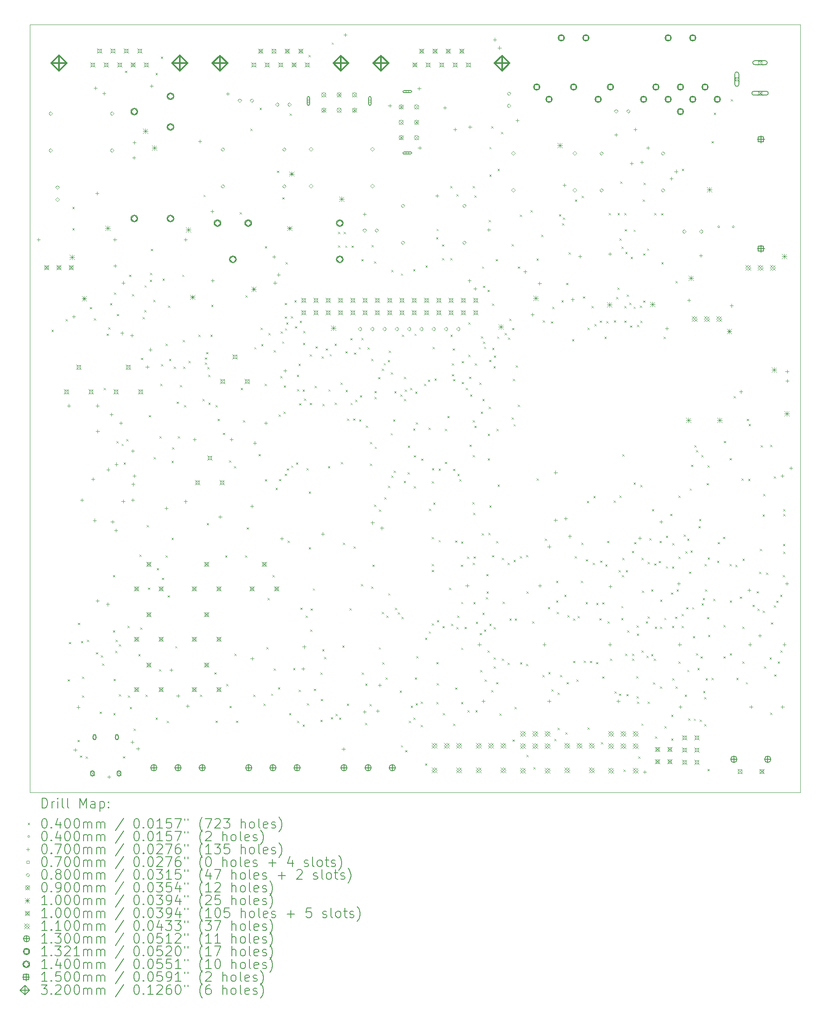
<source format=gbr>
%FSLAX45Y45*%
G04 Gerber Fmt 4.5, Leading zero omitted, Abs format (unit mm)*
G04 Created by KiCad (PCBNEW 6.0.2+dfsg-1) date 2023-05-08 07:17:29*
%MOMM*%
%LPD*%
G01*
G04 APERTURE LIST*
%TA.AperFunction,Profile*%
%ADD10C,0.100000*%
%TD*%
%ADD11C,0.200000*%
%ADD12C,0.040000*%
%ADD13C,0.070000*%
%ADD14C,0.080000*%
%ADD15C,0.090000*%
%ADD16C,0.100000*%
%ADD17C,0.110000*%
%ADD18C,0.130000*%
%ADD19C,0.132080*%
%ADD20C,0.140000*%
%ADD21C,0.150000*%
%ADD22C,0.320000*%
G04 APERTURE END LIST*
D10*
X1584000Y-1528000D02*
X17512000Y-1528000D01*
X17512000Y-1528000D02*
X17512000Y-17409000D01*
X17512000Y-17409000D02*
X1584000Y-17409000D01*
X1584000Y-17409000D02*
X1584000Y-1528000D01*
D11*
D12*
X2030000Y-7840000D02*
X2070000Y-7880000D01*
X2070000Y-7840000D02*
X2030000Y-7880000D01*
X2320000Y-7620000D02*
X2360000Y-7660000D01*
X2360000Y-7620000D02*
X2320000Y-7660000D01*
X2365350Y-15065000D02*
X2405350Y-15105000D01*
X2405350Y-15065000D02*
X2365350Y-15105000D01*
X2390000Y-14295000D02*
X2430000Y-14335000D01*
X2430000Y-14295000D02*
X2390000Y-14335000D01*
X2460000Y-5300000D02*
X2500000Y-5340000D01*
X2500000Y-5300000D02*
X2460000Y-5340000D01*
X2460000Y-5740000D02*
X2500000Y-5780000D01*
X2500000Y-5740000D02*
X2460000Y-5780000D01*
X2565000Y-16320000D02*
X2605000Y-16360000D01*
X2605000Y-16320000D02*
X2565000Y-16360000D01*
X2575000Y-13897500D02*
X2615000Y-13937500D01*
X2615000Y-13897500D02*
X2575000Y-13937500D01*
X2620000Y-16640000D02*
X2660000Y-16680000D01*
X2660000Y-16640000D02*
X2620000Y-16680000D01*
X2637500Y-14272500D02*
X2677500Y-14312500D01*
X2677500Y-14272500D02*
X2637500Y-14312500D01*
X2657500Y-15012500D02*
X2697500Y-15052500D01*
X2697500Y-15012500D02*
X2657500Y-15052500D01*
X2657500Y-15402500D02*
X2697500Y-15442500D01*
X2697500Y-15402500D02*
X2657500Y-15442500D01*
X2735000Y-16660000D02*
X2775000Y-16700000D01*
X2775000Y-16660000D02*
X2735000Y-16700000D01*
X2762500Y-14249650D02*
X2802500Y-14289650D01*
X2802500Y-14249650D02*
X2762500Y-14289650D01*
X2820000Y-7370000D02*
X2860000Y-7410000D01*
X2860000Y-7370000D02*
X2820000Y-7410000D01*
X2905000Y-7605000D02*
X2945000Y-7645000D01*
X2945000Y-7605000D02*
X2905000Y-7645000D01*
X2950000Y-14506102D02*
X2990000Y-14546102D01*
X2990000Y-14506102D02*
X2950000Y-14546102D01*
X3022500Y-15735000D02*
X3062500Y-15775000D01*
X3062500Y-15735000D02*
X3022500Y-15775000D01*
X3050000Y-14570000D02*
X3090000Y-14610000D01*
X3090000Y-14570000D02*
X3050000Y-14610000D01*
X3072850Y-14737500D02*
X3112850Y-14777500D01*
X3112850Y-14737500D02*
X3072850Y-14777500D01*
X3110000Y-9040000D02*
X3150000Y-9080000D01*
X3150000Y-9040000D02*
X3110000Y-9080000D01*
X3170000Y-7920000D02*
X3210000Y-7960000D01*
X3210000Y-7920000D02*
X3170000Y-7960000D01*
X3200000Y-7790350D02*
X3240000Y-7830350D01*
X3240000Y-7790350D02*
X3200000Y-7830350D01*
X3240652Y-7290652D02*
X3280652Y-7330652D01*
X3280652Y-7290652D02*
X3240652Y-7330652D01*
X3300000Y-12910000D02*
X3340000Y-12950000D01*
X3340000Y-12910000D02*
X3300000Y-12950000D01*
X3300000Y-14052850D02*
X3340000Y-14092850D01*
X3340000Y-14052850D02*
X3300000Y-14092850D01*
X3307500Y-15762500D02*
X3347500Y-15802500D01*
X3347500Y-15762500D02*
X3307500Y-15802500D01*
X3312500Y-15057500D02*
X3352500Y-15097500D01*
X3352500Y-15057500D02*
X3312500Y-15097500D01*
X3318887Y-7068887D02*
X3358887Y-7108887D01*
X3358887Y-7068887D02*
X3318887Y-7108887D01*
X3348547Y-14475000D02*
X3388547Y-14515000D01*
X3388547Y-14475000D02*
X3348547Y-14515000D01*
X3357030Y-14249650D02*
X3397030Y-14289650D01*
X3397030Y-14249650D02*
X3357030Y-14289650D01*
X3370000Y-10140000D02*
X3410000Y-10180000D01*
X3410000Y-10140000D02*
X3370000Y-10180000D01*
X3380000Y-7514650D02*
X3420000Y-7554650D01*
X3420000Y-7514650D02*
X3380000Y-7554650D01*
X3420000Y-14340000D02*
X3460000Y-14380000D01*
X3460000Y-14340000D02*
X3420000Y-14380000D01*
X3424299Y-15377500D02*
X3464299Y-15417500D01*
X3464299Y-15377500D02*
X3424299Y-15417500D01*
X3476848Y-10196848D02*
X3516848Y-10236848D01*
X3516848Y-10196848D02*
X3476848Y-10236848D01*
X3506648Y-16658352D02*
X3546648Y-16698352D01*
X3546648Y-16658352D02*
X3506648Y-16698352D01*
X3520000Y-10580000D02*
X3560000Y-10620000D01*
X3560000Y-10580000D02*
X3520000Y-10620000D01*
X3550000Y-2484650D02*
X3590000Y-2524650D01*
X3590000Y-2484650D02*
X3550000Y-2524650D01*
X3571848Y-10101848D02*
X3611848Y-10141848D01*
X3611848Y-10101848D02*
X3571848Y-10141848D01*
X3597500Y-13962500D02*
X3637500Y-14002500D01*
X3637500Y-13962500D02*
X3597500Y-14002500D01*
X3605000Y-15402500D02*
X3645000Y-15442500D01*
X3645000Y-15402500D02*
X3605000Y-15442500D01*
X3635000Y-6700000D02*
X3675000Y-6740000D01*
X3675000Y-6700000D02*
X3635000Y-6740000D01*
X3645000Y-15638602D02*
X3685000Y-15678602D01*
X3685000Y-15638602D02*
X3645000Y-15678602D01*
X3690000Y-7105000D02*
X3730000Y-7145000D01*
X3730000Y-7105000D02*
X3690000Y-7145000D01*
X3725000Y-16087500D02*
X3765000Y-16127500D01*
X3765000Y-16087500D02*
X3725000Y-16127500D01*
X3825000Y-14546102D02*
X3865000Y-14586102D01*
X3865000Y-14546102D02*
X3825000Y-14586102D01*
X3845000Y-12485000D02*
X3885000Y-12525000D01*
X3885000Y-12485000D02*
X3845000Y-12525000D01*
X3860000Y-13995000D02*
X3900000Y-14035000D01*
X3900000Y-13995000D02*
X3860000Y-14035000D01*
X3880000Y-8420000D02*
X3920000Y-8460000D01*
X3920000Y-8420000D02*
X3880000Y-8460000D01*
X3910000Y-7580000D02*
X3950000Y-7620000D01*
X3950000Y-7580000D02*
X3910000Y-7620000D01*
X3945000Y-7435000D02*
X3985000Y-7475000D01*
X3985000Y-7435000D02*
X3945000Y-7475000D01*
X3950000Y-6920000D02*
X3990000Y-6960000D01*
X3990000Y-6920000D02*
X3950000Y-6960000D01*
X3975000Y-15382150D02*
X4015000Y-15422150D01*
X4015000Y-15382150D02*
X3975000Y-15422150D01*
X3995000Y-11878450D02*
X4035000Y-11918450D01*
X4035000Y-11878450D02*
X3995000Y-11918450D01*
X4020000Y-13170000D02*
X4060000Y-13210000D01*
X4060000Y-13170000D02*
X4020000Y-13210000D01*
X4041559Y-9604598D02*
X4081559Y-9644598D01*
X4081559Y-9604598D02*
X4041559Y-9644598D01*
X4060000Y-6805000D02*
X4100000Y-6845000D01*
X4100000Y-6805000D02*
X4060000Y-6845000D01*
X4065000Y-6660000D02*
X4105000Y-6700000D01*
X4105000Y-6660000D02*
X4065000Y-6700000D01*
X4079927Y-6167787D02*
X4119927Y-6207787D01*
X4119927Y-6167787D02*
X4079927Y-6207787D01*
X4134650Y-7220000D02*
X4174650Y-7260000D01*
X4174650Y-7220000D02*
X4134650Y-7260000D01*
X4140000Y-10470000D02*
X4180000Y-10510000D01*
X4180000Y-10470000D02*
X4140000Y-10510000D01*
X4180000Y-2530000D02*
X4220000Y-2570000D01*
X4220000Y-2530000D02*
X4180000Y-2570000D01*
X4180000Y-15855000D02*
X4220000Y-15895000D01*
X4220000Y-15855000D02*
X4180000Y-15895000D01*
X4205000Y-12770000D02*
X4245000Y-12810000D01*
X4245000Y-12770000D02*
X4205000Y-12810000D01*
X4250000Y-14860000D02*
X4290000Y-14900000D01*
X4290000Y-14860000D02*
X4250000Y-14900000D01*
X4260000Y-10040000D02*
X4300000Y-10080000D01*
X4300000Y-10040000D02*
X4260000Y-10080000D01*
X4276543Y-8959858D02*
X4316543Y-8999858D01*
X4316543Y-8959858D02*
X4276543Y-8999858D01*
X4290000Y-2190000D02*
X4330000Y-2230000D01*
X4330000Y-2190000D02*
X4290000Y-2230000D01*
X4293613Y-8553613D02*
X4333613Y-8593613D01*
X4333613Y-8553613D02*
X4293613Y-8593613D01*
X4310000Y-12965000D02*
X4350000Y-13005000D01*
X4350000Y-12965000D02*
X4310000Y-13005000D01*
X4323613Y-6783613D02*
X4363613Y-6823613D01*
X4363613Y-6783613D02*
X4323613Y-6823613D01*
X4390000Y-8125000D02*
X4430000Y-8165000D01*
X4430000Y-8125000D02*
X4390000Y-8165000D01*
X4390000Y-12505000D02*
X4430000Y-12545000D01*
X4430000Y-12505000D02*
X4390000Y-12545000D01*
X4410000Y-15922500D02*
X4450000Y-15962500D01*
X4450000Y-15922500D02*
X4410000Y-15962500D01*
X4430000Y-13330000D02*
X4470000Y-13370000D01*
X4470000Y-13330000D02*
X4430000Y-13370000D01*
X4438613Y-7341387D02*
X4478613Y-7381387D01*
X4478613Y-7341387D02*
X4438613Y-7381387D01*
X4460000Y-8440000D02*
X4500000Y-8480000D01*
X4500000Y-8440000D02*
X4460000Y-8480000D01*
X4510000Y-10550000D02*
X4550000Y-10590000D01*
X4550000Y-10550000D02*
X4510000Y-10590000D01*
X4510000Y-12140000D02*
X4550000Y-12180000D01*
X4550000Y-12140000D02*
X4510000Y-12180000D01*
X4520000Y-10270000D02*
X4560000Y-10310000D01*
X4560000Y-10270000D02*
X4520000Y-10310000D01*
X4553887Y-8603887D02*
X4593887Y-8643887D01*
X4593887Y-8603887D02*
X4553887Y-8643887D01*
X4585000Y-14380000D02*
X4625000Y-14420000D01*
X4625000Y-14380000D02*
X4585000Y-14420000D01*
X4615000Y-9325000D02*
X4655000Y-9365000D01*
X4655000Y-9325000D02*
X4615000Y-9365000D01*
X4640000Y-10040000D02*
X4680000Y-10080000D01*
X4680000Y-10040000D02*
X4640000Y-10080000D01*
X4685000Y-8980000D02*
X4725000Y-9020000D01*
X4725000Y-8980000D02*
X4685000Y-9020000D01*
X4730000Y-6700000D02*
X4770000Y-6740000D01*
X4770000Y-6700000D02*
X4730000Y-6740000D01*
X4740000Y-8050000D02*
X4780000Y-8090000D01*
X4780000Y-8050000D02*
X4740000Y-8090000D01*
X4750000Y-8600000D02*
X4790000Y-8640000D01*
X4790000Y-8600000D02*
X4750000Y-8640000D01*
X4770000Y-9400000D02*
X4810000Y-9440000D01*
X4810000Y-9400000D02*
X4770000Y-9440000D01*
X4860000Y-8485000D02*
X4900000Y-8525000D01*
X4900000Y-8485000D02*
X4860000Y-8525000D01*
X5061617Y-7939461D02*
X5101617Y-7979461D01*
X5101617Y-7939461D02*
X5061617Y-7979461D01*
X5096650Y-15382150D02*
X5136650Y-15422150D01*
X5136650Y-15382150D02*
X5096650Y-15422150D01*
X5150000Y-9272394D02*
X5190000Y-9312394D01*
X5190000Y-9272394D02*
X5150000Y-9312394D01*
X5170000Y-5050000D02*
X5210000Y-5090000D01*
X5210000Y-5050000D02*
X5170000Y-5090000D01*
X5199032Y-8518257D02*
X5239032Y-8558257D01*
X5239032Y-8518257D02*
X5199032Y-8558257D01*
X5200000Y-8410000D02*
X5240000Y-8450000D01*
X5240000Y-8410000D02*
X5200000Y-8450000D01*
X5223231Y-8300000D02*
X5263231Y-8340000D01*
X5263231Y-8300000D02*
X5223231Y-8340000D01*
X5237500Y-11835000D02*
X5277500Y-11875000D01*
X5277500Y-11835000D02*
X5237500Y-11875000D01*
X5250000Y-8610000D02*
X5290000Y-8650000D01*
X5290000Y-8610000D02*
X5250000Y-8650000D01*
X5270000Y-8770000D02*
X5310000Y-8810000D01*
X5310000Y-8770000D02*
X5270000Y-8810000D01*
X5270592Y-9346994D02*
X5310592Y-9386994D01*
X5310592Y-9346994D02*
X5270592Y-9386994D01*
X5313581Y-7939368D02*
X5353581Y-7979368D01*
X5353581Y-7939368D02*
X5313581Y-7979368D01*
X5330000Y-7320000D02*
X5370000Y-7360000D01*
X5370000Y-7320000D02*
X5330000Y-7360000D01*
X5395000Y-14922500D02*
X5435000Y-14962500D01*
X5435000Y-14922500D02*
X5395000Y-14962500D01*
X5417500Y-15920000D02*
X5457500Y-15960000D01*
X5457500Y-15920000D02*
X5417500Y-15960000D01*
X5420000Y-9400000D02*
X5460000Y-9440000D01*
X5460000Y-9400000D02*
X5420000Y-9440000D01*
X5460000Y-9680000D02*
X5500000Y-9720000D01*
X5500000Y-9680000D02*
X5460000Y-9720000D01*
X5570000Y-9970000D02*
X5610000Y-10010000D01*
X5610000Y-9970000D02*
X5570000Y-10010000D01*
X5620000Y-12505000D02*
X5660000Y-12545000D01*
X5660000Y-12505000D02*
X5620000Y-12545000D01*
X5640000Y-15162500D02*
X5680000Y-15202500D01*
X5680000Y-15162500D02*
X5640000Y-15202500D01*
X5700000Y-10540000D02*
X5740000Y-10580000D01*
X5740000Y-10540000D02*
X5700000Y-10580000D01*
X5705000Y-15615000D02*
X5745000Y-15655000D01*
X5745000Y-15615000D02*
X5705000Y-15655000D01*
X5800000Y-10660000D02*
X5840000Y-10700000D01*
X5840000Y-10660000D02*
X5800000Y-10700000D01*
X5807500Y-14535000D02*
X5847500Y-14575000D01*
X5847500Y-14535000D02*
X5807500Y-14575000D01*
X5842500Y-15920000D02*
X5882500Y-15960000D01*
X5882500Y-15920000D02*
X5842500Y-15960000D01*
X5920000Y-5410000D02*
X5960000Y-5450000D01*
X5960000Y-5410000D02*
X5920000Y-5450000D01*
X5940000Y-9040000D02*
X5980000Y-9080000D01*
X5980000Y-9040000D02*
X5940000Y-9080000D01*
X5990000Y-9710000D02*
X6030000Y-9750000D01*
X6030000Y-9710000D02*
X5990000Y-9750000D01*
X6030000Y-12505000D02*
X6070000Y-12545000D01*
X6070000Y-12505000D02*
X6030000Y-12545000D01*
X6040000Y-7130000D02*
X6080000Y-7170000D01*
X6080000Y-7130000D02*
X6040000Y-7170000D01*
X6065000Y-11925000D02*
X6105000Y-11965000D01*
X6105000Y-11925000D02*
X6065000Y-11965000D01*
X6140000Y-3680000D02*
X6180000Y-3720000D01*
X6180000Y-3680000D02*
X6140000Y-3720000D01*
X6197500Y-15382150D02*
X6237500Y-15422150D01*
X6237500Y-15382150D02*
X6197500Y-15422150D01*
X6220000Y-8200000D02*
X6260000Y-8240000D01*
X6260000Y-8200000D02*
X6220000Y-8240000D01*
X6310000Y-10410000D02*
X6350000Y-10450000D01*
X6350000Y-10410000D02*
X6310000Y-10450000D01*
X6330000Y-3250000D02*
X6370000Y-3290000D01*
X6370000Y-3250000D02*
X6330000Y-3290000D01*
X6350000Y-7800000D02*
X6390000Y-7840000D01*
X6390000Y-7800000D02*
X6350000Y-7840000D01*
X6365000Y-8135000D02*
X6405000Y-8175000D01*
X6405000Y-8135000D02*
X6365000Y-8175000D01*
X6410000Y-15570000D02*
X6450000Y-15610000D01*
X6450000Y-15570000D02*
X6410000Y-15610000D01*
X6435000Y-8955000D02*
X6475000Y-8995000D01*
X6475000Y-8955000D02*
X6435000Y-8995000D01*
X6440000Y-6110000D02*
X6480000Y-6150000D01*
X6480000Y-6110000D02*
X6440000Y-6150000D01*
X6440000Y-10929650D02*
X6480000Y-10969650D01*
X6480000Y-10929650D02*
X6440000Y-10969650D01*
X6467500Y-14400000D02*
X6507500Y-14440000D01*
X6507500Y-14400000D02*
X6467500Y-14440000D01*
X6495000Y-13385000D02*
X6535000Y-13425000D01*
X6535000Y-13385000D02*
X6495000Y-13425000D01*
X6510000Y-7910000D02*
X6550000Y-7950000D01*
X6550000Y-7910000D02*
X6510000Y-7950000D01*
X6567500Y-15361150D02*
X6607500Y-15401150D01*
X6607500Y-15361150D02*
X6567500Y-15401150D01*
X6595000Y-12909650D02*
X6635000Y-12949650D01*
X6635000Y-12909650D02*
X6595000Y-12949650D01*
X6619950Y-8261852D02*
X6659950Y-8301852D01*
X6659950Y-8261852D02*
X6619950Y-8301852D01*
X6625000Y-14840000D02*
X6665000Y-14880000D01*
X6665000Y-14840000D02*
X6625000Y-14880000D01*
X6660000Y-11110350D02*
X6700000Y-11150350D01*
X6700000Y-11110350D02*
X6660000Y-11150350D01*
X6690000Y-4550000D02*
X6730000Y-4590000D01*
X6730000Y-4550000D02*
X6690000Y-4590000D01*
X6710000Y-15231502D02*
X6750000Y-15271502D01*
X6750000Y-15231502D02*
X6710000Y-15271502D01*
X6725000Y-9590000D02*
X6765000Y-9630000D01*
X6765000Y-9590000D02*
X6725000Y-9630000D01*
X6730000Y-10925000D02*
X6770000Y-10965000D01*
X6770000Y-10925000D02*
X6730000Y-10965000D01*
X6760000Y-8795000D02*
X6800000Y-8835000D01*
X6800000Y-8795000D02*
X6760000Y-8835000D01*
X6764628Y-7870463D02*
X6804628Y-7910463D01*
X6804628Y-7870463D02*
X6764628Y-7910463D01*
X6795000Y-8080000D02*
X6835000Y-8120000D01*
X6835000Y-8080000D02*
X6795000Y-8120000D01*
X6800000Y-5100000D02*
X6840000Y-5140000D01*
X6840000Y-5100000D02*
X6800000Y-5140000D01*
X6825000Y-9530000D02*
X6865000Y-9570000D01*
X6865000Y-9530000D02*
X6825000Y-9570000D01*
X6830000Y-8990000D02*
X6870000Y-9030000D01*
X6870000Y-8990000D02*
X6830000Y-9030000D01*
X6850000Y-7565000D02*
X6890000Y-7605000D01*
X6890000Y-7565000D02*
X6850000Y-7605000D01*
X6850000Y-10815000D02*
X6890000Y-10855000D01*
X6890000Y-10815000D02*
X6850000Y-10855000D01*
X6852500Y-7285000D02*
X6892500Y-7325000D01*
X6892500Y-7285000D02*
X6852500Y-7325000D01*
X6855000Y-7810000D02*
X6895000Y-7850000D01*
X6895000Y-7810000D02*
X6855000Y-7850000D01*
X6870000Y-6440000D02*
X6910000Y-6480000D01*
X6910000Y-6440000D02*
X6870000Y-6480000D01*
X6879804Y-7690000D02*
X6919804Y-7730000D01*
X6919804Y-7690000D02*
X6879804Y-7730000D01*
X6895279Y-10704980D02*
X6935279Y-10744980D01*
X6935279Y-10704980D02*
X6895279Y-10744980D01*
X6910000Y-12200000D02*
X6950000Y-12240000D01*
X6950000Y-12200000D02*
X6910000Y-12240000D01*
X6940000Y-15762500D02*
X6980000Y-15802500D01*
X6980000Y-15762500D02*
X6940000Y-15802500D01*
X6950000Y-3370000D02*
X6990000Y-3410000D01*
X6990000Y-3370000D02*
X6950000Y-3410000D01*
X6975000Y-7560000D02*
X7015000Y-7600000D01*
X7015000Y-7560000D02*
X6975000Y-7600000D01*
X6981675Y-10645396D02*
X7021675Y-10685396D01*
X7021675Y-10645396D02*
X6981675Y-10685396D01*
X7025000Y-14830000D02*
X7065000Y-14870000D01*
X7065000Y-14830000D02*
X7025000Y-14870000D01*
X7050000Y-7230000D02*
X7090000Y-7270000D01*
X7090000Y-7230000D02*
X7050000Y-7270000D01*
X7060504Y-7767500D02*
X7100504Y-7807500D01*
X7100504Y-7767500D02*
X7060504Y-7807500D01*
X7082500Y-10582500D02*
X7122500Y-10622500D01*
X7122500Y-10582500D02*
X7082500Y-10622500D01*
X7100000Y-8770000D02*
X7140000Y-8810000D01*
X7140000Y-8770000D02*
X7100000Y-8810000D01*
X7105000Y-9065000D02*
X7145000Y-9105000D01*
X7145000Y-9065000D02*
X7105000Y-9105000D01*
X7105000Y-15925000D02*
X7145000Y-15965000D01*
X7145000Y-15925000D02*
X7105000Y-15965000D01*
X7134952Y-8545048D02*
X7174952Y-8585048D01*
X7174952Y-8545048D02*
X7134952Y-8585048D01*
X7140000Y-15280000D02*
X7180000Y-15320000D01*
X7180000Y-15280000D02*
X7140000Y-15320000D01*
X7145000Y-9360000D02*
X7185000Y-9400000D01*
X7185000Y-9360000D02*
X7145000Y-9400000D01*
X7160350Y-7655000D02*
X7200350Y-7695000D01*
X7200350Y-7655000D02*
X7160350Y-7695000D01*
X7170000Y-13585000D02*
X7210000Y-13625000D01*
X7210000Y-13585000D02*
X7170000Y-13625000D01*
X7220000Y-9074000D02*
X7260000Y-9114000D01*
X7260000Y-9074000D02*
X7220000Y-9114000D01*
X7220000Y-16002500D02*
X7260000Y-16042500D01*
X7260000Y-16002500D02*
X7220000Y-16042500D01*
X7227500Y-8107500D02*
X7267500Y-8147500D01*
X7267500Y-8107500D02*
X7227500Y-8147500D01*
X7230000Y-7862500D02*
X7270000Y-7902500D01*
X7270000Y-7862500D02*
X7230000Y-7902500D01*
X7247500Y-9262500D02*
X7287500Y-9302500D01*
X7287500Y-9262500D02*
X7247500Y-9302500D01*
X7285000Y-13750898D02*
X7325000Y-13790898D01*
X7325000Y-13750898D02*
X7285000Y-13790898D01*
X7300000Y-10700000D02*
X7340000Y-10740000D01*
X7340000Y-10700000D02*
X7300000Y-10740000D01*
X7310000Y-15562850D02*
X7350000Y-15602850D01*
X7350000Y-15562850D02*
X7310000Y-15602850D01*
X7340000Y-2160000D02*
X7380000Y-2200000D01*
X7380000Y-2160000D02*
X7340000Y-2200000D01*
X7345000Y-11186102D02*
X7385000Y-11226102D01*
X7385000Y-11186102D02*
X7345000Y-11226102D01*
X7345000Y-12335350D02*
X7385000Y-12375350D01*
X7385000Y-12335350D02*
X7345000Y-12375350D01*
X7365000Y-8345000D02*
X7405000Y-8385000D01*
X7405000Y-8345000D02*
X7365000Y-8385000D01*
X7370000Y-9350000D02*
X7410000Y-9390000D01*
X7410000Y-9350000D02*
X7370000Y-9390000D01*
X7375000Y-14035000D02*
X7415000Y-14075000D01*
X7415000Y-14035000D02*
X7375000Y-14075000D01*
X7385000Y-13600000D02*
X7425000Y-13640000D01*
X7425000Y-13600000D02*
X7385000Y-13640000D01*
X7430000Y-13185350D02*
X7470000Y-13225350D01*
X7470000Y-13185350D02*
X7430000Y-13225350D01*
X7452500Y-15260000D02*
X7492500Y-15300000D01*
X7492500Y-15260000D02*
X7452500Y-15300000D01*
X7470000Y-9000000D02*
X7510000Y-9040000D01*
X7510000Y-9000000D02*
X7470000Y-9040000D01*
X7487500Y-8182500D02*
X7527500Y-8222500D01*
X7527500Y-8182500D02*
X7487500Y-8222500D01*
X7585000Y-14924250D02*
X7625000Y-14964250D01*
X7625000Y-14924250D02*
X7585000Y-14964250D01*
X7587500Y-15905000D02*
X7627500Y-15945000D01*
X7627500Y-15905000D02*
X7587500Y-15945000D01*
X7597500Y-15472500D02*
X7637500Y-15512500D01*
X7637500Y-15472500D02*
X7597500Y-15512500D01*
X7615000Y-8390000D02*
X7655000Y-8430000D01*
X7655000Y-8390000D02*
X7615000Y-8430000D01*
X7625000Y-14445000D02*
X7665000Y-14485000D01*
X7665000Y-14445000D02*
X7625000Y-14485000D01*
X7627500Y-9372500D02*
X7667500Y-9412500D01*
X7667500Y-9372500D02*
X7627500Y-9412500D01*
X7662500Y-14602500D02*
X7702500Y-14642500D01*
X7702500Y-14602500D02*
X7662500Y-14642500D01*
X7695350Y-8225000D02*
X7735350Y-8265000D01*
X7735350Y-8225000D02*
X7695350Y-8265000D01*
X7745000Y-10660000D02*
X7785000Y-10700000D01*
X7785000Y-10660000D02*
X7745000Y-10700000D01*
X7752500Y-9072500D02*
X7792500Y-9112500D01*
X7792500Y-9072500D02*
X7752500Y-9112500D01*
X7777500Y-8342500D02*
X7817500Y-8382500D01*
X7817500Y-8342500D02*
X7777500Y-8382500D01*
X7802500Y-15847500D02*
X7842500Y-15887500D01*
X7842500Y-15847500D02*
X7802500Y-15887500D01*
X7820000Y-1900000D02*
X7860000Y-1940000D01*
X7860000Y-1900000D02*
X7820000Y-1940000D01*
X7880000Y-8125000D02*
X7920000Y-8165000D01*
X7920000Y-8125000D02*
X7880000Y-8165000D01*
X7882500Y-9347500D02*
X7922500Y-9387500D01*
X7922500Y-9347500D02*
X7882500Y-9387500D01*
X7902500Y-15780000D02*
X7942500Y-15820000D01*
X7942500Y-15780000D02*
X7902500Y-15820000D01*
X7950000Y-5813850D02*
X7990000Y-5853850D01*
X7990000Y-5813850D02*
X7950000Y-5853850D01*
X7950000Y-6096150D02*
X7990000Y-6136150D01*
X7990000Y-6096150D02*
X7950000Y-6136150D01*
X7972708Y-15858009D02*
X8012708Y-15898009D01*
X8012708Y-15858009D02*
X7972708Y-15898009D01*
X8000000Y-8930000D02*
X8040000Y-8970000D01*
X8040000Y-8930000D02*
X8000000Y-8970000D01*
X8010000Y-10575000D02*
X8050000Y-10615000D01*
X8050000Y-10575000D02*
X8010000Y-10615000D01*
X8040000Y-14365000D02*
X8080000Y-14405000D01*
X8080000Y-14365000D02*
X8040000Y-14405000D01*
X8055000Y-12245000D02*
X8095000Y-12285000D01*
X8095000Y-12245000D02*
X8055000Y-12285000D01*
X8071552Y-5813850D02*
X8111552Y-5853850D01*
X8111552Y-5813850D02*
X8071552Y-5853850D01*
X8100000Y-6100000D02*
X8140000Y-6140000D01*
X8140000Y-6100000D02*
X8100000Y-6140000D01*
X8105000Y-8285000D02*
X8145000Y-8325000D01*
X8145000Y-8285000D02*
X8105000Y-8325000D01*
X8107500Y-9085000D02*
X8147500Y-9125000D01*
X8147500Y-9085000D02*
X8107500Y-9125000D01*
X8132500Y-15572500D02*
X8172500Y-15612500D01*
X8172500Y-15572500D02*
X8132500Y-15612500D01*
X8137500Y-9677500D02*
X8177500Y-9717500D01*
X8177500Y-9677500D02*
X8137500Y-9717500D01*
X8190000Y-13595000D02*
X8230000Y-13635000D01*
X8230000Y-13595000D02*
X8190000Y-13635000D01*
X8207500Y-8012500D02*
X8247500Y-8052500D01*
X8247500Y-8012500D02*
X8207500Y-8052500D01*
X8210000Y-9350000D02*
X8250000Y-9390000D01*
X8250000Y-9350000D02*
X8210000Y-9390000D01*
X8230000Y-6100000D02*
X8270000Y-6140000D01*
X8270000Y-6100000D02*
X8230000Y-6140000D01*
X8262500Y-9672500D02*
X8302500Y-9712500D01*
X8302500Y-9672500D02*
X8262500Y-9712500D01*
X8275000Y-12320000D02*
X8315000Y-12360000D01*
X8315000Y-12320000D02*
X8275000Y-12360000D01*
X8280000Y-8310000D02*
X8320000Y-8350000D01*
X8320000Y-8310000D02*
X8280000Y-8350000D01*
X8307500Y-9285000D02*
X8347500Y-9325000D01*
X8347500Y-9285000D02*
X8307500Y-9325000D01*
X8379650Y-8200000D02*
X8419650Y-8240000D01*
X8419650Y-8200000D02*
X8379650Y-8240000D01*
X8386500Y-9693500D02*
X8426500Y-9733500D01*
X8426500Y-9693500D02*
X8386500Y-9733500D01*
X8405000Y-9195000D02*
X8445000Y-9235000D01*
X8445000Y-9195000D02*
X8405000Y-9235000D01*
X8425000Y-13095000D02*
X8465000Y-13135000D01*
X8465000Y-13095000D02*
X8425000Y-13135000D01*
X8432500Y-8010000D02*
X8472500Y-8050000D01*
X8472500Y-8010000D02*
X8432500Y-8050000D01*
X8435000Y-6380000D02*
X8475000Y-6420000D01*
X8475000Y-6380000D02*
X8435000Y-6420000D01*
X8440000Y-14924250D02*
X8480000Y-14964250D01*
X8480000Y-14924250D02*
X8440000Y-14964250D01*
X8512500Y-15967500D02*
X8552500Y-16007500D01*
X8552500Y-15967500D02*
X8512500Y-16007500D01*
X8515000Y-15155750D02*
X8555000Y-15195750D01*
X8555000Y-15155750D02*
X8515000Y-15195750D01*
X8530000Y-9820000D02*
X8570000Y-9860000D01*
X8570000Y-9820000D02*
X8530000Y-9860000D01*
X8562500Y-8205000D02*
X8602500Y-8245000D01*
X8602500Y-8205000D02*
X8562500Y-8245000D01*
X8605000Y-15580000D02*
X8645000Y-15620000D01*
X8645000Y-15580000D02*
X8605000Y-15620000D01*
X8612500Y-10160000D02*
X8652500Y-10200000D01*
X8652500Y-10160000D02*
X8612500Y-10200000D01*
X8612500Y-10610138D02*
X8652500Y-10650138D01*
X8652500Y-10610138D02*
X8612500Y-10650138D01*
X8640000Y-8439650D02*
X8680000Y-8479650D01*
X8680000Y-8439650D02*
X8640000Y-8479650D01*
X8640000Y-13150000D02*
X8680000Y-13190000D01*
X8680000Y-13150000D02*
X8640000Y-13190000D01*
X8647500Y-6085000D02*
X8687500Y-6125000D01*
X8687500Y-6085000D02*
X8647500Y-6125000D01*
X8665000Y-12695000D02*
X8705000Y-12735000D01*
X8705000Y-12695000D02*
X8665000Y-12735000D01*
X8693898Y-11455000D02*
X8733898Y-11495000D01*
X8733898Y-11455000D02*
X8693898Y-11495000D01*
X8697500Y-6422500D02*
X8737500Y-6462500D01*
X8737500Y-6422500D02*
X8697500Y-6462500D01*
X8702500Y-9105000D02*
X8742500Y-9145000D01*
X8742500Y-9105000D02*
X8702500Y-9145000D01*
X8707500Y-9230000D02*
X8747500Y-9270000D01*
X8747500Y-9230000D02*
X8707500Y-9270000D01*
X8708146Y-10257500D02*
X8748146Y-10297500D01*
X8748146Y-10257500D02*
X8708146Y-10297500D01*
X8782500Y-8817500D02*
X8822500Y-8857500D01*
X8822500Y-8817500D02*
X8782500Y-8857500D01*
X8795000Y-14405000D02*
X8835000Y-14445000D01*
X8835000Y-14405000D02*
X8795000Y-14445000D01*
X8800000Y-11555000D02*
X8840000Y-11595000D01*
X8840000Y-11555000D02*
X8800000Y-11595000D01*
X8857697Y-13674965D02*
X8897697Y-13714965D01*
X8897697Y-13674965D02*
X8857697Y-13714965D01*
X8859650Y-8642500D02*
X8899650Y-8682500D01*
X8899650Y-8642500D02*
X8859650Y-8682500D01*
X8865000Y-14715000D02*
X8905000Y-14755000D01*
X8905000Y-14715000D02*
X8865000Y-14755000D01*
X8895000Y-8530000D02*
X8935000Y-8570000D01*
X8935000Y-8530000D02*
X8895000Y-8570000D01*
X8910000Y-11305000D02*
X8950000Y-11345000D01*
X8950000Y-11305000D02*
X8910000Y-11345000D01*
X8935000Y-15030000D02*
X8975000Y-15070000D01*
X8975000Y-15030000D02*
X8935000Y-15070000D01*
X8948047Y-13747779D02*
X8988047Y-13787779D01*
X8988047Y-13747779D02*
X8948047Y-13787779D01*
X8979713Y-8468046D02*
X9019713Y-8508046D01*
X9019713Y-8468046D02*
X8979713Y-8508046D01*
X8985000Y-11065000D02*
X9025000Y-11105000D01*
X9025000Y-11065000D02*
X8985000Y-11105000D01*
X8989034Y-13287500D02*
X9029034Y-13327500D01*
X9029034Y-13287500D02*
X8989034Y-13327500D01*
X9000000Y-8272205D02*
X9040000Y-8312205D01*
X9040000Y-8272205D02*
X9000000Y-8312205D01*
X9040350Y-9977500D02*
X9080350Y-10017500D01*
X9080350Y-9977500D02*
X9040350Y-10017500D01*
X9045000Y-8717500D02*
X9085000Y-8757500D01*
X9085000Y-8717500D02*
X9045000Y-8757500D01*
X9050000Y-6605000D02*
X9090000Y-6645000D01*
X9090000Y-6605000D02*
X9050000Y-6645000D01*
X9055000Y-10855000D02*
X9095000Y-10895000D01*
X9095000Y-10855000D02*
X9055000Y-10895000D01*
X9090000Y-9692500D02*
X9130000Y-9732500D01*
X9130000Y-9692500D02*
X9090000Y-9732500D01*
X9100000Y-10755000D02*
X9140000Y-10795000D01*
X9140000Y-10755000D02*
X9100000Y-10795000D01*
X9116102Y-9110000D02*
X9156102Y-9150000D01*
X9156102Y-9110000D02*
X9116102Y-9150000D01*
X9127838Y-13590000D02*
X9167838Y-13630000D01*
X9167838Y-13590000D02*
X9127838Y-13630000D01*
X9190000Y-13680000D02*
X9230000Y-13720000D01*
X9230000Y-13680000D02*
X9190000Y-13720000D01*
X9225000Y-15300000D02*
X9265000Y-15340000D01*
X9265000Y-15300000D02*
X9225000Y-15340000D01*
X9240000Y-9175000D02*
X9280000Y-9215000D01*
X9280000Y-9175000D02*
X9240000Y-9215000D01*
X9250000Y-6675000D02*
X9290000Y-6715000D01*
X9290000Y-6675000D02*
X9250000Y-6715000D01*
X9250000Y-16430000D02*
X9290000Y-16470000D01*
X9290000Y-16430000D02*
X9250000Y-16470000D01*
X9266642Y-13775000D02*
X9306642Y-13815000D01*
X9306642Y-13775000D02*
X9266642Y-13815000D01*
X9270000Y-7939650D02*
X9310000Y-7979650D01*
X9310000Y-7939650D02*
X9270000Y-7979650D01*
X9310000Y-10965000D02*
X9350000Y-11005000D01*
X9350000Y-10965000D02*
X9310000Y-11005000D01*
X9315000Y-9267500D02*
X9355000Y-9307500D01*
X9355000Y-9267500D02*
X9315000Y-9307500D01*
X9317500Y-8812500D02*
X9357500Y-8852500D01*
X9357500Y-8812500D02*
X9317500Y-8852500D01*
X9330350Y-9077500D02*
X9370350Y-9117500D01*
X9370350Y-9077500D02*
X9330350Y-9117500D01*
X9340000Y-16529650D02*
X9380000Y-16569650D01*
X9380000Y-16529650D02*
X9340000Y-16569650D01*
X9390000Y-10784299D02*
X9430000Y-10824299D01*
X9430000Y-10784299D02*
X9390000Y-10824299D01*
X9395000Y-10235000D02*
X9435000Y-10275000D01*
X9435000Y-10235000D02*
X9395000Y-10275000D01*
X9417150Y-15926506D02*
X9457150Y-15966506D01*
X9457150Y-15926506D02*
X9417150Y-15966506D01*
X9440000Y-9042500D02*
X9480000Y-9082500D01*
X9480000Y-9042500D02*
X9440000Y-9082500D01*
X9455000Y-15610000D02*
X9495000Y-15650000D01*
X9495000Y-15610000D02*
X9455000Y-15650000D01*
X9505000Y-6584650D02*
X9545000Y-6624650D01*
X9545000Y-6584650D02*
X9505000Y-6624650D01*
X9505000Y-9880000D02*
X9545000Y-9920000D01*
X9545000Y-9880000D02*
X9505000Y-9920000D01*
X9507500Y-15855000D02*
X9547500Y-15895000D01*
X9547500Y-15855000D02*
X9507500Y-15895000D01*
X9515000Y-11075000D02*
X9555000Y-11115000D01*
X9555000Y-11075000D02*
X9515000Y-11115000D01*
X9520000Y-10433898D02*
X9560000Y-10473898D01*
X9560000Y-10433898D02*
X9520000Y-10473898D01*
X9530000Y-7920000D02*
X9570000Y-7960000D01*
X9570000Y-7920000D02*
X9530000Y-7960000D01*
X9540000Y-15030000D02*
X9580000Y-15070000D01*
X9580000Y-15030000D02*
X9540000Y-15070000D01*
X9547500Y-9117500D02*
X9587500Y-9157500D01*
X9587500Y-9117500D02*
X9547500Y-9157500D01*
X9555000Y-15560000D02*
X9595000Y-15600000D01*
X9595000Y-15560000D02*
X9555000Y-15600000D01*
X9562500Y-9752500D02*
X9602500Y-9792500D01*
X9602500Y-9752500D02*
X9562500Y-9792500D01*
X9569650Y-14585000D02*
X9609650Y-14625000D01*
X9609650Y-14585000D02*
X9569650Y-14625000D01*
X9660000Y-15530000D02*
X9700000Y-15570000D01*
X9700000Y-15530000D02*
X9660000Y-15570000D01*
X9660000Y-16010506D02*
X9700000Y-16050506D01*
X9700000Y-16010506D02*
X9660000Y-16050506D01*
X9672500Y-10502500D02*
X9712500Y-10542500D01*
X9712500Y-10502500D02*
X9672500Y-10542500D01*
X9728750Y-8955000D02*
X9768750Y-8995000D01*
X9768750Y-8955000D02*
X9728750Y-8995000D01*
X9750000Y-16806102D02*
X9790000Y-16846102D01*
X9790000Y-16806102D02*
X9750000Y-16846102D01*
X9750350Y-14205000D02*
X9790350Y-14245000D01*
X9790350Y-14205000D02*
X9750350Y-14245000D01*
X9760000Y-6508898D02*
X9800000Y-6548898D01*
X9800000Y-6508898D02*
X9760000Y-6548898D01*
X9810000Y-8870000D02*
X9850000Y-8910000D01*
X9850000Y-8870000D02*
X9810000Y-8910000D01*
X9820000Y-9860000D02*
X9860000Y-9900000D01*
X9860000Y-9860000D02*
X9820000Y-9900000D01*
X9826102Y-14075000D02*
X9866102Y-14115000D01*
X9866102Y-14075000D02*
X9826102Y-14115000D01*
X9830000Y-11536548D02*
X9870000Y-11576548D01*
X9870000Y-11536548D02*
X9830000Y-11576548D01*
X9889154Y-12805000D02*
X9929154Y-12845000D01*
X9929154Y-12805000D02*
X9889154Y-12845000D01*
X9889154Y-13910000D02*
X9929154Y-13950000D01*
X9929154Y-13910000D02*
X9889154Y-13950000D01*
X9890000Y-10970000D02*
X9930000Y-11010000D01*
X9930000Y-10970000D02*
X9890000Y-11010000D01*
X9890000Y-12125000D02*
X9930000Y-12165000D01*
X9930000Y-12125000D02*
X9890000Y-12165000D01*
X9890000Y-12680000D02*
X9930000Y-12720000D01*
X9930000Y-12680000D02*
X9890000Y-12720000D01*
X9895000Y-10700000D02*
X9935000Y-10740000D01*
X9935000Y-10700000D02*
X9895000Y-10740000D01*
X9910000Y-8196453D02*
X9950000Y-8236453D01*
X9950000Y-8196453D02*
X9910000Y-8236453D01*
X9920000Y-11410000D02*
X9960000Y-11450000D01*
X9960000Y-11410000D02*
X9920000Y-11450000D01*
X9945000Y-8850000D02*
X9985000Y-8890000D01*
X9985000Y-8850000D02*
X9945000Y-8890000D01*
X9980000Y-5925000D02*
X10020000Y-5965000D01*
X10020000Y-5925000D02*
X9980000Y-5965000D01*
X9985000Y-14710000D02*
X10025000Y-14750000D01*
X10025000Y-14710000D02*
X9985000Y-14750000D01*
X9985000Y-15536202D02*
X10025000Y-15576202D01*
X10025000Y-15536202D02*
X9985000Y-15576202D01*
X9987500Y-5752500D02*
X10027500Y-5792500D01*
X10027500Y-5752500D02*
X9987500Y-5792500D01*
X9990000Y-15144999D02*
X10030000Y-15184999D01*
X10030000Y-15144999D02*
X9990000Y-15184999D01*
X9995000Y-13840000D02*
X10035000Y-13880000D01*
X10035000Y-13840000D02*
X9995000Y-13880000D01*
X10030000Y-10708547D02*
X10070000Y-10748547D01*
X10070000Y-10708547D02*
X10030000Y-10748547D01*
X10030000Y-12187254D02*
X10070000Y-12227254D01*
X10070000Y-12187254D02*
X10030000Y-12227254D01*
X10100000Y-6073850D02*
X10140000Y-6113850D01*
X10140000Y-6073850D02*
X10100000Y-6113850D01*
X10100000Y-6357394D02*
X10140000Y-6397394D01*
X10140000Y-6357394D02*
X10100000Y-6397394D01*
X10110000Y-13965000D02*
X10150000Y-14005000D01*
X10150000Y-13965000D02*
X10110000Y-14005000D01*
X10120000Y-15767254D02*
X10160000Y-15807254D01*
X10160000Y-15767254D02*
X10120000Y-15807254D01*
X10160000Y-9890000D02*
X10200000Y-9930000D01*
X10200000Y-9890000D02*
X10160000Y-9930000D01*
X10160000Y-10570000D02*
X10200000Y-10610000D01*
X10200000Y-10570000D02*
X10160000Y-10610000D01*
X10210000Y-9622150D02*
X10250000Y-9662150D01*
X10250000Y-9622150D02*
X10210000Y-9662150D01*
X10245000Y-13172500D02*
X10285000Y-13212500D01*
X10285000Y-13172500D02*
X10245000Y-13212500D01*
X10270000Y-4870000D02*
X10310000Y-4910000D01*
X10310000Y-4870000D02*
X10270000Y-4910000D01*
X10272500Y-6357394D02*
X10312500Y-6397394D01*
X10312500Y-6357394D02*
X10272500Y-6397394D01*
X10275000Y-7940000D02*
X10315000Y-7980000D01*
X10315000Y-7940000D02*
X10275000Y-7980000D01*
X10286239Y-13919000D02*
X10326239Y-13959000D01*
X10326239Y-13919000D02*
X10286239Y-13959000D01*
X10304352Y-8757392D02*
X10344352Y-8797392D01*
X10344352Y-8757392D02*
X10304352Y-8797392D01*
X10305000Y-8532500D02*
X10345000Y-8572500D01*
X10345000Y-8532500D02*
X10305000Y-8572500D01*
X10320000Y-8225000D02*
X10360000Y-8265000D01*
X10360000Y-8225000D02*
X10320000Y-8265000D01*
X10329650Y-8859248D02*
X10369650Y-8899248D01*
X10369650Y-8859248D02*
X10329650Y-8899248D01*
X10329650Y-10715000D02*
X10369650Y-10755000D01*
X10369650Y-10715000D02*
X10329650Y-10755000D01*
X10330000Y-15985000D02*
X10370000Y-16025000D01*
X10370000Y-15985000D02*
X10330000Y-16025000D01*
X10370000Y-12195000D02*
X10410000Y-12235000D01*
X10410000Y-12195000D02*
X10370000Y-12235000D01*
X10370000Y-15235000D02*
X10410000Y-15275000D01*
X10410000Y-15235000D02*
X10370000Y-15275000D01*
X10400000Y-13985000D02*
X10440000Y-14025000D01*
X10440000Y-13985000D02*
X10400000Y-14025000D01*
X10400350Y-5040000D02*
X10440350Y-5080000D01*
X10440350Y-5040000D02*
X10400350Y-5080000D01*
X10414363Y-13751000D02*
X10454363Y-13791000D01*
X10454363Y-13751000D02*
X10414363Y-13791000D01*
X10420000Y-10820000D02*
X10460000Y-10860000D01*
X10460000Y-10820000D02*
X10420000Y-10860000D01*
X10455000Y-10930000D02*
X10495000Y-10970000D01*
X10495000Y-10930000D02*
X10455000Y-10970000D01*
X10490000Y-12695000D02*
X10530000Y-12735000D01*
X10530000Y-12695000D02*
X10490000Y-12735000D01*
X10495000Y-12215000D02*
X10535000Y-12255000D01*
X10535000Y-12215000D02*
X10495000Y-12255000D01*
X10495000Y-13465000D02*
X10535000Y-13505000D01*
X10535000Y-13465000D02*
X10495000Y-13505000D01*
X10495000Y-14415000D02*
X10535000Y-14455000D01*
X10535000Y-14415000D02*
X10495000Y-14455000D01*
X10495000Y-15536202D02*
X10535000Y-15576202D01*
X10535000Y-15536202D02*
X10495000Y-15576202D01*
X10510000Y-8487500D02*
X10550000Y-8527500D01*
X10550000Y-8487500D02*
X10510000Y-8527500D01*
X10510350Y-8920000D02*
X10550350Y-8960000D01*
X10550350Y-8920000D02*
X10510350Y-8960000D01*
X10568103Y-13982052D02*
X10608103Y-14022052D01*
X10608103Y-13982052D02*
X10568103Y-14022052D01*
X10592500Y-9040000D02*
X10632500Y-9080000D01*
X10632500Y-9040000D02*
X10592500Y-9080000D01*
X10620000Y-12531950D02*
X10660000Y-12571950D01*
X10660000Y-12531950D02*
X10620000Y-12571950D01*
X10625000Y-15704202D02*
X10665000Y-15744202D01*
X10665000Y-15704202D02*
X10625000Y-15744202D01*
X10645000Y-7690000D02*
X10685000Y-7730000D01*
X10685000Y-7690000D02*
X10645000Y-7730000D01*
X10645000Y-8355000D02*
X10685000Y-8395000D01*
X10685000Y-8355000D02*
X10645000Y-8395000D01*
X10660000Y-8810000D02*
X10700000Y-8850000D01*
X10700000Y-8810000D02*
X10660000Y-8850000D01*
X10670000Y-10215000D02*
X10710000Y-10255000D01*
X10710000Y-10215000D02*
X10670000Y-10255000D01*
X10682500Y-9175000D02*
X10722500Y-9215000D01*
X10722500Y-9175000D02*
X10682500Y-9215000D01*
X10730000Y-11404650D02*
X10770000Y-11444650D01*
X10770000Y-11404650D02*
X10730000Y-11444650D01*
X10737500Y-12655000D02*
X10777500Y-12695000D01*
X10777500Y-12655000D02*
X10737500Y-12695000D01*
X10737606Y-9712500D02*
X10777606Y-9752500D01*
X10777606Y-9712500D02*
X10737606Y-9752500D01*
X10740000Y-4870000D02*
X10780000Y-4910000D01*
X10780000Y-4870000D02*
X10740000Y-4910000D01*
X10740000Y-10430000D02*
X10780000Y-10470000D01*
X10780000Y-10430000D02*
X10740000Y-10470000D01*
X10745000Y-11626898D02*
X10785000Y-11666898D01*
X10785000Y-11626898D02*
X10745000Y-11666898D01*
X10750000Y-13470000D02*
X10790000Y-13510000D01*
X10790000Y-13470000D02*
X10750000Y-13510000D01*
X10755000Y-12525000D02*
X10795000Y-12565000D01*
X10795000Y-12525000D02*
X10755000Y-12565000D01*
X10770000Y-5060000D02*
X10810000Y-5100000D01*
X10810000Y-5060000D02*
X10770000Y-5100000D01*
X10772500Y-9825000D02*
X10812500Y-9865000D01*
X10812500Y-9825000D02*
X10772500Y-9865000D01*
X10777500Y-8535000D02*
X10817500Y-8575000D01*
X10817500Y-8535000D02*
X10777500Y-8575000D01*
X10792500Y-15707500D02*
X10832500Y-15747500D01*
X10832500Y-15707500D02*
X10792500Y-15747500D01*
X10800000Y-13875000D02*
X10840000Y-13915000D01*
X10840000Y-13875000D02*
X10800000Y-13915000D01*
X10875000Y-8932500D02*
X10915000Y-8972500D01*
X10915000Y-8932500D02*
X10875000Y-8972500D01*
X10880000Y-14110000D02*
X10920000Y-14150000D01*
X10920000Y-14110000D02*
X10880000Y-14150000D01*
X10890000Y-14875000D02*
X10930000Y-14915000D01*
X10930000Y-14875000D02*
X10890000Y-14915000D01*
X10902500Y-9535000D02*
X10942500Y-9575000D01*
X10942500Y-9535000D02*
X10902500Y-9575000D01*
X10905000Y-7975000D02*
X10945000Y-8015000D01*
X10945000Y-7975000D02*
X10905000Y-8015000D01*
X10921702Y-12047500D02*
X10961702Y-12087500D01*
X10961702Y-12047500D02*
X10921702Y-12087500D01*
X10927500Y-6532500D02*
X10967500Y-6572500D01*
X10967500Y-6532500D02*
X10927500Y-6572500D01*
X10935000Y-9270000D02*
X10975000Y-9310000D01*
X10975000Y-9270000D02*
X10935000Y-9310000D01*
X10935000Y-13690000D02*
X10975000Y-13730000D01*
X10975000Y-13690000D02*
X10935000Y-13730000D01*
X10950000Y-6930000D02*
X10990000Y-6970000D01*
X10990000Y-6930000D02*
X10950000Y-6970000D01*
X10950000Y-8082500D02*
X10990000Y-8122500D01*
X10990000Y-8082500D02*
X10950000Y-8122500D01*
X10970000Y-8190000D02*
X11010000Y-8230000D01*
X11010000Y-8190000D02*
X10970000Y-8230000D01*
X10970000Y-14040000D02*
X11010000Y-14080000D01*
X11010000Y-14040000D02*
X10970000Y-14080000D01*
X10980000Y-15072948D02*
X11020000Y-15112948D01*
X11020000Y-15072948D02*
X10980000Y-15112948D01*
X11010000Y-13370000D02*
X11050000Y-13410000D01*
X11050000Y-13370000D02*
X11010000Y-13410000D01*
X11015000Y-12890000D02*
X11055000Y-12930000D01*
X11055000Y-12890000D02*
X11015000Y-12930000D01*
X11020000Y-13251150D02*
X11060000Y-13291150D01*
X11060000Y-13251150D02*
X11020000Y-13291150D01*
X11040000Y-14466150D02*
X11080000Y-14506150D01*
X11080000Y-14466150D02*
X11040000Y-14506150D01*
X11040350Y-7015000D02*
X11080350Y-7055000D01*
X11080350Y-7015000D02*
X11040350Y-7055000D01*
X11045973Y-10498602D02*
X11085973Y-10538602D01*
X11085973Y-10498602D02*
X11045973Y-10538602D01*
X11046854Y-9987500D02*
X11086854Y-10027500D01*
X11086854Y-9987500D02*
X11046854Y-10027500D01*
X11060000Y-12037500D02*
X11100000Y-12077500D01*
X11100000Y-12037500D02*
X11060000Y-12077500D01*
X11067525Y-5571485D02*
X11107525Y-5611485D01*
X11107525Y-5571485D02*
X11067525Y-5611485D01*
X11067637Y-9430137D02*
X11107637Y-9470137D01*
X11107637Y-9430137D02*
X11067637Y-9470137D01*
X11075000Y-8462500D02*
X11115000Y-8502500D01*
X11115000Y-8462500D02*
X11075000Y-8502500D01*
X11080000Y-4060000D02*
X11120000Y-4100000D01*
X11120000Y-4060000D02*
X11080000Y-4100000D01*
X11080000Y-11472500D02*
X11120000Y-11512500D01*
X11120000Y-11472500D02*
X11080000Y-11512500D01*
X11080000Y-13920000D02*
X11120000Y-13960000D01*
X11120000Y-13920000D02*
X11080000Y-13960000D01*
X11080350Y-4629906D02*
X11120350Y-4669906D01*
X11120350Y-4629906D02*
X11080350Y-4669906D01*
X11118103Y-15291897D02*
X11158103Y-15331897D01*
X11158103Y-15291897D02*
X11118103Y-15331897D01*
X11120000Y-3631150D02*
X11160000Y-3671150D01*
X11160000Y-3631150D02*
X11120000Y-3671150D01*
X11136000Y-12500000D02*
X11176000Y-12540000D01*
X11176000Y-12500000D02*
X11136000Y-12540000D01*
X11136369Y-7295982D02*
X11176369Y-7335982D01*
X11176369Y-7295982D02*
X11136369Y-7335982D01*
X11140000Y-8215000D02*
X11180000Y-8255000D01*
X11180000Y-8215000D02*
X11140000Y-8255000D01*
X11165350Y-8592500D02*
X11205350Y-8632500D01*
X11205350Y-8592500D02*
X11165350Y-8632500D01*
X11170000Y-13985000D02*
X11210000Y-14025000D01*
X11210000Y-13985000D02*
X11170000Y-14025000D01*
X11170000Y-14800000D02*
X11210000Y-14840000D01*
X11210000Y-14800000D02*
X11170000Y-14840000D01*
X11170998Y-14610000D02*
X11210998Y-14650000D01*
X11210998Y-14610000D02*
X11170998Y-14650000D01*
X11172500Y-8372500D02*
X11212500Y-8412500D01*
X11212500Y-8372500D02*
X11172500Y-8412500D01*
X11210000Y-6380000D02*
X11250000Y-6420000D01*
X11250000Y-6380000D02*
X11210000Y-6420000D01*
X11220000Y-12210000D02*
X11260000Y-12250000D01*
X11260000Y-12210000D02*
X11220000Y-12250000D01*
X11220000Y-15125000D02*
X11260000Y-15165000D01*
X11260000Y-15125000D02*
X11220000Y-15165000D01*
X11227555Y-9890000D02*
X11267555Y-9930000D01*
X11267555Y-9890000D02*
X11227555Y-9930000D01*
X11240000Y-7980000D02*
X11280000Y-8020000D01*
X11280000Y-7980000D02*
X11240000Y-8020000D01*
X11250000Y-4510000D02*
X11290000Y-4550000D01*
X11290000Y-4510000D02*
X11250000Y-4550000D01*
X11250000Y-11040000D02*
X11290000Y-11080000D01*
X11290000Y-11040000D02*
X11250000Y-11080000D01*
X11290000Y-15770000D02*
X11330000Y-15810000D01*
X11330000Y-15770000D02*
X11290000Y-15810000D01*
X11320000Y-3750000D02*
X11360000Y-3790000D01*
X11360000Y-3750000D02*
X11320000Y-3790000D01*
X11340000Y-12557500D02*
X11380000Y-12597500D01*
X11380000Y-12557500D02*
X11340000Y-12597500D01*
X11340000Y-14640000D02*
X11380000Y-14680000D01*
X11380000Y-14640000D02*
X11340000Y-14680000D01*
X11355000Y-13460000D02*
X11395000Y-13500000D01*
X11395000Y-13460000D02*
X11355000Y-13500000D01*
X11400000Y-7910000D02*
X11440000Y-7950000D01*
X11440000Y-7910000D02*
X11400000Y-7950000D01*
X11455000Y-12660000D02*
X11495000Y-12700000D01*
X11495000Y-12660000D02*
X11455000Y-12700000D01*
X11455000Y-14725000D02*
X11495000Y-14765000D01*
X11495000Y-14725000D02*
X11455000Y-14765000D01*
X11462500Y-8000350D02*
X11502500Y-8040350D01*
X11502500Y-8000350D02*
X11462500Y-8040350D01*
X11490000Y-7610000D02*
X11530000Y-7650000D01*
X11530000Y-7610000D02*
X11490000Y-7650000D01*
X11495000Y-13805538D02*
X11535000Y-13845538D01*
X11535000Y-13805538D02*
X11495000Y-13845538D01*
X11540000Y-6070000D02*
X11580000Y-6110000D01*
X11580000Y-6070000D02*
X11540000Y-6110000D01*
X11540000Y-9650000D02*
X11580000Y-9690000D01*
X11580000Y-9650000D02*
X11540000Y-9690000D01*
X11551113Y-7801113D02*
X11591113Y-7841113D01*
X11591113Y-7801113D02*
X11551113Y-7841113D01*
X11560000Y-16310000D02*
X11600000Y-16350000D01*
X11600000Y-16310000D02*
X11560000Y-16350000D01*
X11563702Y-8853702D02*
X11603702Y-8893702D01*
X11603702Y-8853702D02*
X11563702Y-8893702D01*
X11580000Y-9790000D02*
X11620000Y-9830000D01*
X11620000Y-9790000D02*
X11580000Y-9830000D01*
X11580000Y-12595000D02*
X11620000Y-12635000D01*
X11620000Y-12595000D02*
X11580000Y-12635000D01*
X11600000Y-15636150D02*
X11640000Y-15676150D01*
X11640000Y-15636150D02*
X11600000Y-15676150D01*
X11605000Y-13805538D02*
X11645000Y-13845538D01*
X11645000Y-13805538D02*
X11605000Y-13845538D01*
X11627850Y-8577500D02*
X11667850Y-8617500D01*
X11667850Y-8577500D02*
X11627850Y-8617500D01*
X11669625Y-6531250D02*
X11709625Y-6571250D01*
X11709625Y-6531250D02*
X11669625Y-6571250D01*
X11670000Y-9390000D02*
X11710000Y-9430000D01*
X11710000Y-9390000D02*
X11670000Y-9430000D01*
X11710000Y-5459650D02*
X11750000Y-5499650D01*
X11750000Y-5459650D02*
X11710000Y-5499650D01*
X11710000Y-12520000D02*
X11750000Y-12560000D01*
X11750000Y-12520000D02*
X11710000Y-12560000D01*
X11715000Y-14715000D02*
X11755000Y-14755000D01*
X11755000Y-14715000D02*
X11715000Y-14755000D01*
X11835000Y-14750000D02*
X11875000Y-14790000D01*
X11875000Y-14750000D02*
X11835000Y-14790000D01*
X11840000Y-12495000D02*
X11880000Y-12535000D01*
X11880000Y-12495000D02*
X11840000Y-12535000D01*
X11845000Y-13251150D02*
X11885000Y-13291150D01*
X11885000Y-13251150D02*
X11845000Y-13291150D01*
X11846113Y-16625402D02*
X11886113Y-16665402D01*
X11886113Y-16625402D02*
X11846113Y-16665402D01*
X11930000Y-5370000D02*
X11970000Y-5410000D01*
X11970000Y-5370000D02*
X11930000Y-5410000D01*
X11965000Y-13868590D02*
X12005000Y-13908590D01*
X12005000Y-13868590D02*
X11965000Y-13908590D01*
X11987500Y-16880000D02*
X12027500Y-16920000D01*
X12027500Y-16880000D02*
X11987500Y-16920000D01*
X12054625Y-6366250D02*
X12094625Y-6406250D01*
X12094625Y-6366250D02*
X12054625Y-6406250D01*
X12060000Y-10910000D02*
X12100000Y-10950000D01*
X12100000Y-10910000D02*
X12060000Y-10950000D01*
X12150000Y-5876600D02*
X12190000Y-5916600D01*
X12190000Y-5876600D02*
X12150000Y-5916600D01*
X12175000Y-14977948D02*
X12215000Y-15017948D01*
X12215000Y-14977948D02*
X12175000Y-15017948D01*
X12187500Y-7646150D02*
X12227500Y-7686150D01*
X12227500Y-7646150D02*
X12187500Y-7686150D01*
X12225000Y-12155000D02*
X12265000Y-12195000D01*
X12265000Y-12155000D02*
X12225000Y-12195000D01*
X12290000Y-13570000D02*
X12330000Y-13610000D01*
X12330000Y-13570000D02*
X12290000Y-13610000D01*
X12300000Y-14914895D02*
X12340000Y-14954895D01*
X12340000Y-14914895D02*
X12300000Y-14954895D01*
X12352500Y-7665000D02*
X12392500Y-7705000D01*
X12392500Y-7665000D02*
X12352500Y-7705000D01*
X12360000Y-15272052D02*
X12400000Y-15312052D01*
X12400000Y-15272052D02*
X12360000Y-15312052D01*
X12380000Y-7363850D02*
X12420000Y-7403850D01*
X12420000Y-7363850D02*
X12380000Y-7403850D01*
X12420000Y-16300000D02*
X12460000Y-16340000D01*
X12460000Y-16300000D02*
X12420000Y-16340000D01*
X12461000Y-13030001D02*
X12501000Y-13070001D01*
X12501000Y-13030001D02*
X12461000Y-13070001D01*
X12461000Y-13435000D02*
X12501000Y-13475000D01*
X12501000Y-13435000D02*
X12461000Y-13475000D01*
X12470000Y-13675000D02*
X12510000Y-13715000D01*
X12510000Y-13675000D02*
X12470000Y-13715000D01*
X12490000Y-15340000D02*
X12530000Y-15380000D01*
X12530000Y-15340000D02*
X12490000Y-15380000D01*
X12490000Y-16070000D02*
X12530000Y-16110000D01*
X12530000Y-16070000D02*
X12490000Y-16110000D01*
X12520000Y-5450000D02*
X12560000Y-5490000D01*
X12560000Y-5450000D02*
X12520000Y-5490000D01*
X12540000Y-14977948D02*
X12580000Y-15017948D01*
X12580000Y-14977948D02*
X12540000Y-15017948D01*
X12570000Y-7230000D02*
X12610000Y-7270000D01*
X12610000Y-7230000D02*
X12570000Y-7270000D01*
X12580000Y-5640350D02*
X12620000Y-5680350D01*
X12620000Y-5640350D02*
X12580000Y-5680350D01*
X12600000Y-5520000D02*
X12640000Y-5560000D01*
X12640000Y-5520000D02*
X12600000Y-5560000D01*
X12630000Y-13315000D02*
X12670000Y-13355000D01*
X12670000Y-13315000D02*
X12630000Y-13355000D01*
X12650000Y-16165000D02*
X12690000Y-16205000D01*
X12690000Y-16165000D02*
X12650000Y-16205000D01*
X12670000Y-6870000D02*
X12710000Y-6910000D01*
X12710000Y-6870000D02*
X12670000Y-6910000D01*
X12675000Y-15125000D02*
X12715000Y-15165000D01*
X12715000Y-15125000D02*
X12675000Y-15165000D01*
X12692395Y-13741041D02*
X12732395Y-13781041D01*
X12732395Y-13741041D02*
X12692395Y-13781041D01*
X12720000Y-6240000D02*
X12760000Y-6280000D01*
X12760000Y-6240000D02*
X12720000Y-6280000D01*
X12790000Y-8031621D02*
X12830000Y-8071621D01*
X12830000Y-8031621D02*
X12790000Y-8071621D01*
X12810000Y-14683843D02*
X12850000Y-14723843D01*
X12850000Y-14683843D02*
X12810000Y-14723843D01*
X12813019Y-13805538D02*
X12853019Y-13845538D01*
X12853019Y-13805538D02*
X12813019Y-13845538D01*
X12845000Y-12520000D02*
X12885000Y-12560000D01*
X12885000Y-12520000D02*
X12845000Y-12560000D01*
X12849052Y-5146350D02*
X12889052Y-5186350D01*
X12889052Y-5146350D02*
X12849052Y-5186350D01*
X12881897Y-15068103D02*
X12921897Y-15108103D01*
X12921897Y-15068103D02*
X12881897Y-15108103D01*
X12905000Y-13755000D02*
X12945000Y-13795000D01*
X12945000Y-13755000D02*
X12905000Y-13795000D01*
X12975000Y-13030000D02*
X13015000Y-13070000D01*
X13015000Y-13030000D02*
X12975000Y-13070000D01*
X12980000Y-12240000D02*
X13020000Y-12280000D01*
X13020000Y-12240000D02*
X12980000Y-12280000D01*
X12988850Y-5070598D02*
X13028850Y-5110598D01*
X13028850Y-5070598D02*
X12988850Y-5110598D01*
X13013197Y-7150000D02*
X13053197Y-7190000D01*
X13053197Y-7150000D02*
X13013197Y-7190000D01*
X13030000Y-14680000D02*
X13070000Y-14720000D01*
X13070000Y-14680000D02*
X13030000Y-14720000D01*
X13070000Y-13470000D02*
X13110000Y-13510000D01*
X13110000Y-13470000D02*
X13070000Y-13510000D01*
X13075000Y-12585000D02*
X13115000Y-12625000D01*
X13115000Y-12585000D02*
X13075000Y-12625000D01*
X13095000Y-11380000D02*
X13135000Y-11420000D01*
X13135000Y-11380000D02*
X13095000Y-11420000D01*
X13110000Y-7800000D02*
X13150000Y-7840000D01*
X13150000Y-7800000D02*
X13110000Y-7840000D01*
X13110000Y-16060000D02*
X13150000Y-16100000D01*
X13150000Y-16060000D02*
X13110000Y-16100000D01*
X13160000Y-14683843D02*
X13200000Y-14723843D01*
X13200000Y-14683843D02*
X13160000Y-14723843D01*
X13193898Y-7350000D02*
X13233898Y-7390000D01*
X13233898Y-7350000D02*
X13193898Y-7390000D01*
X13220000Y-12655000D02*
X13260000Y-12695000D01*
X13260000Y-12655000D02*
X13220000Y-12695000D01*
X13230000Y-11280000D02*
X13270000Y-11320000D01*
X13270000Y-11280000D02*
X13230000Y-11320000D01*
X13250000Y-7721902D02*
X13290000Y-7761902D01*
X13290000Y-7721902D02*
X13250000Y-7761902D01*
X13285000Y-14710000D02*
X13325000Y-14750000D01*
X13325000Y-14710000D02*
X13285000Y-14750000D01*
X13290000Y-13484650D02*
X13330000Y-13524650D01*
X13330000Y-13484650D02*
X13290000Y-13524650D01*
X13355000Y-13805000D02*
X13395000Y-13845000D01*
X13395000Y-13805000D02*
X13355000Y-13845000D01*
X13360000Y-7650000D02*
X13400000Y-7690000D01*
X13400000Y-7650000D02*
X13360000Y-7690000D01*
X13370000Y-12610000D02*
X13410000Y-12650000D01*
X13410000Y-12610000D02*
X13370000Y-12650000D01*
X13385000Y-16367500D02*
X13425000Y-16407500D01*
X13425000Y-16367500D02*
X13385000Y-16407500D01*
X13410000Y-15005898D02*
X13450000Y-15045898D01*
X13450000Y-15005898D02*
X13410000Y-15045898D01*
X13415000Y-13475000D02*
X13455000Y-13515000D01*
X13455000Y-13475000D02*
X13415000Y-13515000D01*
X13460000Y-7984250D02*
X13500000Y-8024250D01*
X13500000Y-7984250D02*
X13460000Y-8024250D01*
X13475000Y-12690000D02*
X13515000Y-12730000D01*
X13515000Y-12690000D02*
X13475000Y-12730000D01*
X13500000Y-7660000D02*
X13540000Y-7700000D01*
X13540000Y-7660000D02*
X13500000Y-7700000D01*
X13515000Y-12204453D02*
X13555000Y-12244453D01*
X13555000Y-12204453D02*
X13515000Y-12244453D01*
X13520000Y-13868590D02*
X13560000Y-13908590D01*
X13560000Y-13868590D02*
X13520000Y-13908590D01*
X13550000Y-5428650D02*
X13590000Y-5468650D01*
X13590000Y-5428650D02*
X13550000Y-5468650D01*
X13575000Y-14641000D02*
X13615000Y-14681000D01*
X13615000Y-14641000D02*
X13575000Y-14681000D01*
X13650000Y-11370000D02*
X13690000Y-11410000D01*
X13690000Y-11370000D02*
X13650000Y-11410000D01*
X13653111Y-7646150D02*
X13693111Y-7686150D01*
X13693111Y-7646150D02*
X13653111Y-7686150D01*
X13665384Y-15317781D02*
X13705384Y-15357781D01*
X13705384Y-15317781D02*
X13665384Y-15357781D01*
X13700000Y-7160000D02*
X13740000Y-7200000D01*
X13740000Y-7160000D02*
X13700000Y-7200000D01*
X13723000Y-6969650D02*
X13763000Y-7009650D01*
X13763000Y-6969650D02*
X13723000Y-7009650D01*
X13730000Y-5428650D02*
X13770000Y-5468650D01*
X13770000Y-5428650D02*
X13730000Y-5468650D01*
X13750000Y-12810000D02*
X13790000Y-12850000D01*
X13790000Y-12810000D02*
X13750000Y-12850000D01*
X13759973Y-15363251D02*
X13799973Y-15403251D01*
X13799973Y-15363251D02*
X13759973Y-15403251D01*
X13765000Y-11270000D02*
X13805000Y-11310000D01*
X13805000Y-11270000D02*
X13765000Y-11310000D01*
X13770000Y-5950000D02*
X13810000Y-5990000D01*
X13810000Y-5950000D02*
X13770000Y-5990000D01*
X13787548Y-4777548D02*
X13827548Y-4817548D01*
X13827548Y-4777548D02*
X13787548Y-4817548D01*
X13805000Y-13550000D02*
X13845000Y-13590000D01*
X13845000Y-13550000D02*
X13805000Y-13590000D01*
X13805000Y-13800000D02*
X13845000Y-13840000D01*
X13845000Y-13800000D02*
X13805000Y-13840000D01*
X13810000Y-6120000D02*
X13850000Y-6160000D01*
X13850000Y-6120000D02*
X13810000Y-6160000D01*
X13820000Y-12910000D02*
X13860000Y-12950000D01*
X13860000Y-12910000D02*
X13820000Y-12950000D01*
X13830000Y-10413898D02*
X13870000Y-10453898D01*
X13870000Y-10413898D02*
X13830000Y-10453898D01*
X13830000Y-12555000D02*
X13870000Y-12595000D01*
X13870000Y-12555000D02*
X13830000Y-12595000D01*
X13852500Y-16935000D02*
X13892500Y-16975000D01*
X13892500Y-16935000D02*
X13852500Y-16975000D01*
X13870000Y-5428650D02*
X13910000Y-5468650D01*
X13910000Y-5428650D02*
X13870000Y-5468650D01*
X13870000Y-7650000D02*
X13910000Y-7690000D01*
X13910000Y-7650000D02*
X13870000Y-7690000D01*
X13870350Y-7350000D02*
X13910350Y-7390000D01*
X13910350Y-7350000D02*
X13870350Y-7390000D01*
X13880000Y-5760000D02*
X13920000Y-5800000D01*
X13920000Y-5760000D02*
X13880000Y-5800000D01*
X13885000Y-14535000D02*
X13925000Y-14575000D01*
X13925000Y-14535000D02*
X13885000Y-14575000D01*
X13890350Y-6230000D02*
X13930350Y-6270000D01*
X13930350Y-6230000D02*
X13890350Y-6270000D01*
X13899896Y-12810000D02*
X13939896Y-12850000D01*
X13939896Y-12810000D02*
X13899896Y-12850000D01*
X13915000Y-15370000D02*
X13955000Y-15410000D01*
X13955000Y-15370000D02*
X13915000Y-15410000D01*
X13920000Y-7110000D02*
X13960000Y-7150000D01*
X13960000Y-7110000D02*
X13920000Y-7150000D01*
X13930000Y-14055000D02*
X13970000Y-14095000D01*
X13970000Y-14055000D02*
X13930000Y-14095000D01*
X13970000Y-7280000D02*
X14010000Y-7320000D01*
X14010000Y-7280000D02*
X13970000Y-7320000D01*
X13990000Y-7750000D02*
X14030000Y-7790000D01*
X14030000Y-7750000D02*
X13990000Y-7790000D01*
X14000000Y-6330000D02*
X14040000Y-6370000D01*
X14040000Y-6330000D02*
X14000000Y-6370000D01*
X14026000Y-12410000D02*
X14066000Y-12450000D01*
X14066000Y-12410000D02*
X14026000Y-12450000D01*
X14031000Y-14536050D02*
X14071000Y-14576050D01*
X14071000Y-14536050D02*
X14031000Y-14576050D01*
X14031000Y-14641000D02*
X14071000Y-14681000D01*
X14071000Y-14641000D02*
X14031000Y-14681000D01*
X14060000Y-5770000D02*
X14100000Y-5810000D01*
X14100000Y-5770000D02*
X14060000Y-5810000D01*
X14060000Y-7360000D02*
X14100000Y-7400000D01*
X14100000Y-7360000D02*
X14060000Y-7400000D01*
X14060000Y-11000350D02*
X14100000Y-11040350D01*
X14100000Y-11000350D02*
X14060000Y-11040350D01*
X14070000Y-12230000D02*
X14110000Y-12270000D01*
X14110000Y-12230000D02*
X14070000Y-12270000D01*
X14115000Y-15005000D02*
X14155000Y-15045000D01*
X14155000Y-15005000D02*
X14115000Y-15045000D01*
X14125000Y-13952797D02*
X14165000Y-13992797D01*
X14165000Y-13952797D02*
X14125000Y-13992797D01*
X14125000Y-15420000D02*
X14165000Y-15460000D01*
X14165000Y-15420000D02*
X14125000Y-15460000D01*
X14129000Y-14120798D02*
X14169000Y-14160798D01*
X14169000Y-14120798D02*
X14129000Y-14160798D01*
X14130000Y-7740000D02*
X14170000Y-7780000D01*
X14170000Y-7740000D02*
X14130000Y-7780000D01*
X14130000Y-15530000D02*
X14170000Y-15570000D01*
X14170000Y-15530000D02*
X14130000Y-15570000D01*
X14156398Y-16660000D02*
X14196398Y-16700000D01*
X14196398Y-16660000D02*
X14156398Y-16700000D01*
X14189299Y-7340000D02*
X14229299Y-7380000D01*
X14229299Y-7340000D02*
X14189299Y-7380000D01*
X14200000Y-7653910D02*
X14240000Y-7693910D01*
X14240000Y-7653910D02*
X14200000Y-7693910D01*
X14200000Y-11048146D02*
X14240000Y-11088146D01*
X14240000Y-11048146D02*
X14200000Y-11088146D01*
X14220000Y-15980000D02*
X14260000Y-16020000D01*
X14260000Y-15980000D02*
X14220000Y-16020000D01*
X14225000Y-12554999D02*
X14265000Y-12594999D01*
X14265000Y-12554999D02*
X14225000Y-12594999D01*
X14225000Y-14470000D02*
X14265000Y-14510000D01*
X14265000Y-14470000D02*
X14225000Y-14510000D01*
X14235000Y-13230000D02*
X14275000Y-13270000D01*
X14275000Y-13230000D02*
X14235000Y-13270000D01*
X14250000Y-5146350D02*
X14290000Y-5186350D01*
X14290000Y-5146350D02*
X14250000Y-5186350D01*
X14259999Y-6260000D02*
X14299999Y-6300000D01*
X14299999Y-6260000D02*
X14259999Y-6300000D01*
X14260000Y-7235000D02*
X14300000Y-7275000D01*
X14300000Y-7235000D02*
X14260000Y-7275000D01*
X14270000Y-4800000D02*
X14310000Y-4840000D01*
X14310000Y-4800000D02*
X14270000Y-4840000D01*
X14315000Y-13865000D02*
X14355000Y-13905000D01*
X14355000Y-13865000D02*
X14315000Y-13905000D01*
X14325000Y-14577948D02*
X14365000Y-14617948D01*
X14365000Y-14577948D02*
X14325000Y-14617948D01*
X14340000Y-6160000D02*
X14380000Y-6200000D01*
X14380000Y-6160000D02*
X14340000Y-6200000D01*
X14350000Y-12641999D02*
X14390000Y-12681999D01*
X14390000Y-12641999D02*
X14350000Y-12681999D01*
X14350000Y-15530000D02*
X14390000Y-15570000D01*
X14390000Y-15530000D02*
X14350000Y-15570000D01*
X14355000Y-13765000D02*
X14395000Y-13805000D01*
X14395000Y-13765000D02*
X14355000Y-13805000D01*
X14385000Y-12150000D02*
X14425000Y-12190000D01*
X14425000Y-12150000D02*
X14385000Y-12190000D01*
X14424156Y-14543559D02*
X14464156Y-14583559D01*
X14464156Y-14543559D02*
X14424156Y-14583559D01*
X14425000Y-13210000D02*
X14465000Y-13250000D01*
X14465000Y-13210000D02*
X14425000Y-13250000D01*
X14440000Y-11545000D02*
X14480000Y-11585000D01*
X14480000Y-11545000D02*
X14440000Y-11585000D01*
X14460000Y-15132002D02*
X14500000Y-15172002D01*
X14500000Y-15132002D02*
X14460000Y-15172002D01*
X14480000Y-14641000D02*
X14520000Y-14681000D01*
X14520000Y-14641000D02*
X14480000Y-14681000D01*
X14485000Y-12670000D02*
X14525000Y-12710000D01*
X14525000Y-12670000D02*
X14485000Y-12710000D01*
X14490000Y-5428650D02*
X14530000Y-5468650D01*
X14530000Y-5428650D02*
X14490000Y-5468650D01*
X14500000Y-13980000D02*
X14540000Y-14020000D01*
X14540000Y-13980000D02*
X14500000Y-14020000D01*
X14506678Y-16247295D02*
X14546678Y-16287295D01*
X14546678Y-16247295D02*
X14506678Y-16287295D01*
X14580000Y-12620000D02*
X14620000Y-12660000D01*
X14620000Y-12620000D02*
X14580000Y-12660000D01*
X14600000Y-12205000D02*
X14640000Y-12245000D01*
X14640000Y-12205000D02*
X14600000Y-12245000D01*
X14605000Y-13975000D02*
X14645000Y-14015000D01*
X14645000Y-13975000D02*
X14605000Y-14015000D01*
X14605000Y-15216002D02*
X14645000Y-15256002D01*
X14645000Y-15216002D02*
X14605000Y-15256002D01*
X14610000Y-13421598D02*
X14650000Y-13461598D01*
X14650000Y-13421598D02*
X14610000Y-13461598D01*
X14630000Y-5430000D02*
X14670000Y-5470000D01*
X14670000Y-5430000D02*
X14630000Y-5470000D01*
X14635000Y-6440000D02*
X14675000Y-6480000D01*
X14675000Y-6440000D02*
X14635000Y-6480000D01*
X14685000Y-7985000D02*
X14725000Y-8025000D01*
X14725000Y-7985000D02*
X14685000Y-8025000D01*
X14695000Y-13795000D02*
X14735000Y-13835000D01*
X14735000Y-13795000D02*
X14695000Y-13835000D01*
X14698202Y-16034000D02*
X14738202Y-16074000D01*
X14738202Y-16034000D02*
X14698202Y-16074000D01*
X14730000Y-12100000D02*
X14770000Y-12140000D01*
X14770000Y-12100000D02*
X14730000Y-12140000D01*
X14730000Y-12730000D02*
X14770000Y-12770000D01*
X14770000Y-12730000D02*
X14730000Y-12770000D01*
X14815000Y-11645000D02*
X14855000Y-11685000D01*
X14855000Y-11645000D02*
X14815000Y-11685000D01*
X14835000Y-13270000D02*
X14875000Y-13310000D01*
X14875000Y-13270000D02*
X14835000Y-13310000D01*
X14840000Y-15800000D02*
X14880000Y-15840000D01*
X14880000Y-15800000D02*
X14840000Y-15840000D01*
X14840000Y-16290000D02*
X14880000Y-16330000D01*
X14880000Y-16290000D02*
X14840000Y-16330000D01*
X14855000Y-12732500D02*
X14895000Y-12772500D01*
X14895000Y-12732500D02*
X14855000Y-12772500D01*
X14855000Y-13960000D02*
X14895000Y-14000000D01*
X14895000Y-13960000D02*
X14855000Y-14000000D01*
X14860000Y-12250000D02*
X14900000Y-12290000D01*
X14900000Y-12250000D02*
X14860000Y-12290000D01*
X14860000Y-15041652D02*
X14900000Y-15081652D01*
X14900000Y-15041652D02*
X14860000Y-15081652D01*
X14920000Y-13770000D02*
X14960000Y-13810000D01*
X14960000Y-13770000D02*
X14920000Y-13810000D01*
X14927500Y-15215000D02*
X14967500Y-15255000D01*
X14967500Y-15215000D02*
X14927500Y-15255000D01*
X14930000Y-6830000D02*
X14970000Y-6870000D01*
X14970000Y-6830000D02*
X14930000Y-6870000D01*
X14950000Y-13210000D02*
X14990000Y-13250000D01*
X14990000Y-13210000D02*
X14950000Y-13250000D01*
X14985000Y-14700000D02*
X15025000Y-14740000D01*
X15025000Y-14700000D02*
X14985000Y-14740000D01*
X14987500Y-12532500D02*
X15027500Y-12572500D01*
X15027500Y-12532500D02*
X14987500Y-12572500D01*
X14990000Y-11270000D02*
X15030000Y-11310000D01*
X15030000Y-11270000D02*
X14990000Y-11310000D01*
X15053705Y-13716295D02*
X15093705Y-13756295D01*
X15093705Y-13716295D02*
X15053705Y-13756295D01*
X15055000Y-13960000D02*
X15095000Y-14000000D01*
X15095000Y-13960000D02*
X15055000Y-14000000D01*
X15058050Y-4511150D02*
X15098050Y-4551150D01*
X15098050Y-4511150D02*
X15058050Y-4551150D01*
X15100000Y-12070000D02*
X15140000Y-12110000D01*
X15140000Y-12070000D02*
X15100000Y-12110000D01*
X15117500Y-15385000D02*
X15157500Y-15425000D01*
X15157500Y-15385000D02*
X15117500Y-15425000D01*
X15130000Y-12420000D02*
X15170000Y-12460000D01*
X15170000Y-12420000D02*
X15130000Y-12460000D01*
X15150000Y-13575000D02*
X15190000Y-13615000D01*
X15190000Y-13575000D02*
X15150000Y-13615000D01*
X15170000Y-12160000D02*
X15210000Y-12200000D01*
X15210000Y-12160000D02*
X15170000Y-12200000D01*
X15170000Y-14870000D02*
X15210000Y-14910000D01*
X15210000Y-14870000D02*
X15170000Y-14910000D01*
X15190000Y-15875000D02*
X15230000Y-15915000D01*
X15230000Y-15875000D02*
X15190000Y-15915000D01*
X15210000Y-12840000D02*
X15250000Y-12880000D01*
X15250000Y-12840000D02*
X15210000Y-12880000D01*
X15220000Y-11120000D02*
X15260000Y-11160000D01*
X15260000Y-11120000D02*
X15220000Y-11160000D01*
X15236000Y-12402500D02*
X15276000Y-12442500D01*
X15276000Y-12402500D02*
X15236000Y-12442500D01*
X15250000Y-10630000D02*
X15290000Y-10670000D01*
X15290000Y-10630000D02*
X15250000Y-10670000D01*
X15270000Y-13574999D02*
X15310000Y-13614999D01*
X15310000Y-13574999D02*
X15270000Y-13614999D01*
X15288753Y-14175000D02*
X15328753Y-14215000D01*
X15328753Y-14175000D02*
X15288753Y-14215000D01*
X15305776Y-15878018D02*
X15345776Y-15918018D01*
X15345776Y-15878018D02*
X15305776Y-15918018D01*
X15319843Y-10229476D02*
X15359843Y-10269476D01*
X15359843Y-10229476D02*
X15319843Y-10269476D01*
X15350000Y-10330000D02*
X15390000Y-10370000D01*
X15390000Y-10330000D02*
X15350000Y-10370000D01*
X15351805Y-14530000D02*
X15391805Y-14570000D01*
X15391805Y-14530000D02*
X15351805Y-14570000D01*
X15380000Y-14830000D02*
X15420000Y-14870000D01*
X15420000Y-14830000D02*
X15380000Y-14870000D01*
X15404000Y-11900000D02*
X15444000Y-11940000D01*
X15444000Y-11900000D02*
X15404000Y-11940000D01*
X15415000Y-11750000D02*
X15455000Y-11790000D01*
X15455000Y-11750000D02*
X15415000Y-11790000D01*
X15430000Y-15900000D02*
X15470000Y-15940000D01*
X15470000Y-15900000D02*
X15430000Y-15940000D01*
X15445000Y-14592254D02*
X15485000Y-14632254D01*
X15485000Y-14592254D02*
X15445000Y-14632254D01*
X15460000Y-10429650D02*
X15500000Y-10469650D01*
X15500000Y-10429650D02*
X15460000Y-10469650D01*
X15465000Y-13495000D02*
X15505000Y-13535000D01*
X15505000Y-13495000D02*
X15465000Y-13535000D01*
X15490000Y-13385000D02*
X15530000Y-13425000D01*
X15530000Y-13385000D02*
X15490000Y-13425000D01*
X15500000Y-15310000D02*
X15540000Y-15350000D01*
X15540000Y-15310000D02*
X15500000Y-15350000D01*
X15520000Y-15990000D02*
X15560000Y-16030000D01*
X15560000Y-15990000D02*
X15520000Y-16030000D01*
X15522500Y-15435000D02*
X15562500Y-15475000D01*
X15562500Y-15435000D02*
X15522500Y-15475000D01*
X15530104Y-12680000D02*
X15570104Y-12720000D01*
X15570104Y-12680000D02*
X15530104Y-12720000D01*
X15537500Y-13206150D02*
X15577500Y-13246150D01*
X15577500Y-13206150D02*
X15537500Y-13246150D01*
X15550000Y-15041652D02*
X15590000Y-15081652D01*
X15590000Y-15041652D02*
X15550000Y-15081652D01*
X15570000Y-11010000D02*
X15610000Y-11050000D01*
X15610000Y-11010000D02*
X15570000Y-11050000D01*
X15580000Y-13780000D02*
X15620000Y-13820000D01*
X15620000Y-13780000D02*
X15580000Y-13820000D01*
X15590000Y-10642298D02*
X15630000Y-10682298D01*
X15630000Y-10642298D02*
X15590000Y-10682298D01*
X15590000Y-16920000D02*
X15630000Y-16960000D01*
X15630000Y-16920000D02*
X15590000Y-16960000D01*
X15593156Y-12547500D02*
X15633156Y-12587500D01*
X15633156Y-12547500D02*
X15593156Y-12587500D01*
X15600000Y-14145000D02*
X15640000Y-14185000D01*
X15640000Y-14145000D02*
X15600000Y-14185000D01*
X15670000Y-3940000D02*
X15710000Y-3980000D01*
X15710000Y-3940000D02*
X15670000Y-3980000D01*
X15675000Y-15037500D02*
X15715000Y-15077500D01*
X15715000Y-15037500D02*
X15675000Y-15077500D01*
X15705000Y-13405000D02*
X15745000Y-13445000D01*
X15745000Y-13405000D02*
X15705000Y-13445000D01*
X15720000Y-3350350D02*
X15760000Y-3390350D01*
X15760000Y-3350350D02*
X15720000Y-3390350D01*
X15787500Y-12612500D02*
X15827500Y-12652500D01*
X15827500Y-12612500D02*
X15787500Y-12652500D01*
X15800000Y-12230000D02*
X15840000Y-12270000D01*
X15840000Y-12230000D02*
X15800000Y-12270000D01*
X15910000Y-12120000D02*
X15950000Y-12160000D01*
X15950000Y-12120000D02*
X15910000Y-12160000D01*
X15920000Y-13945000D02*
X15960000Y-13985000D01*
X15960000Y-13945000D02*
X15920000Y-13985000D01*
X15920000Y-14592254D02*
X15960000Y-14632254D01*
X15960000Y-14592254D02*
X15920000Y-14632254D01*
X15930000Y-10139126D02*
X15970000Y-10179126D01*
X15970000Y-10139126D02*
X15930000Y-10179126D01*
X16043613Y-10493613D02*
X16083613Y-10533613D01*
X16083613Y-10493613D02*
X16043613Y-10533613D01*
X16045000Y-12685000D02*
X16085000Y-12725000D01*
X16085000Y-12685000D02*
X16045000Y-12725000D01*
X16050000Y-13435000D02*
X16090000Y-13475000D01*
X16090000Y-13435000D02*
X16050000Y-13475000D01*
X16050000Y-14529202D02*
X16090000Y-14569202D01*
X16090000Y-14529202D02*
X16050000Y-14569202D01*
X16070000Y-3070000D02*
X16110000Y-3110000D01*
X16110000Y-3070000D02*
X16070000Y-3110000D01*
X16130000Y-9210000D02*
X16170000Y-9250000D01*
X16170000Y-9210000D02*
X16130000Y-9250000D01*
X16162500Y-12700000D02*
X16202500Y-12740000D01*
X16202500Y-12700000D02*
X16162500Y-12740000D01*
X16185000Y-15035000D02*
X16225000Y-15075000D01*
X16225000Y-15035000D02*
X16185000Y-15075000D01*
X16260000Y-13355000D02*
X16300000Y-13395000D01*
X16300000Y-13355000D02*
X16260000Y-13395000D01*
X16290000Y-10910000D02*
X16330000Y-10950000D01*
X16330000Y-10910000D02*
X16290000Y-10950000D01*
X16310000Y-13980000D02*
X16350000Y-14020000D01*
X16350000Y-13980000D02*
X16310000Y-14020000D01*
X16310000Y-14695000D02*
X16350000Y-14735000D01*
X16350000Y-14695000D02*
X16310000Y-14735000D01*
X16312500Y-12572500D02*
X16352500Y-12612500D01*
X16352500Y-12572500D02*
X16312500Y-12612500D01*
X16380652Y-15125652D02*
X16420652Y-15165652D01*
X16420652Y-15125652D02*
X16380652Y-15165652D01*
X16400000Y-9680000D02*
X16440000Y-9720000D01*
X16440000Y-9680000D02*
X16400000Y-9720000D01*
X16430000Y-10920000D02*
X16470000Y-10960000D01*
X16470000Y-10920000D02*
X16430000Y-10960000D01*
X16440000Y-9786415D02*
X16480000Y-9826415D01*
X16480000Y-9786415D02*
X16440000Y-9826415D01*
X16520000Y-13524000D02*
X16560000Y-13564000D01*
X16560000Y-13524000D02*
X16520000Y-13564000D01*
X16605000Y-13245000D02*
X16645000Y-13285000D01*
X16645000Y-13245000D02*
X16605000Y-13285000D01*
X16620000Y-13605000D02*
X16660000Y-13645000D01*
X16660000Y-13605000D02*
X16620000Y-13645000D01*
X16658125Y-12845625D02*
X16698125Y-12885625D01*
X16698125Y-12845625D02*
X16658125Y-12885625D01*
X16675000Y-12366447D02*
X16715000Y-12406447D01*
X16715000Y-12366447D02*
X16675000Y-12406447D01*
X16689650Y-10225174D02*
X16729650Y-10265174D01*
X16729650Y-10225174D02*
X16689650Y-10265174D01*
X16726000Y-11655000D02*
X16766000Y-11695000D01*
X16766000Y-11655000D02*
X16726000Y-11695000D01*
X16728947Y-13650000D02*
X16768947Y-13690000D01*
X16768947Y-13650000D02*
X16728947Y-13690000D01*
X16740000Y-11235000D02*
X16780000Y-11275000D01*
X16780000Y-11235000D02*
X16740000Y-11275000D01*
X16756825Y-14800619D02*
X16796825Y-14840619D01*
X16796825Y-14800619D02*
X16756825Y-14840619D01*
X16800000Y-12860000D02*
X16840000Y-12900000D01*
X16840000Y-12860000D02*
X16800000Y-12900000D01*
X16871999Y-14611000D02*
X16911999Y-14651000D01*
X16911999Y-14611000D02*
X16871999Y-14651000D01*
X16885000Y-10220000D02*
X16925000Y-10260000D01*
X16925000Y-10220000D02*
X16885000Y-10260000D01*
X16885000Y-15756150D02*
X16925000Y-15796150D01*
X16925000Y-15756150D02*
X16885000Y-15796150D01*
X16901642Y-13890000D02*
X16941642Y-13930000D01*
X16941642Y-13890000D02*
X16901642Y-13930000D01*
X16960000Y-10870000D02*
X17000000Y-10910000D01*
X17000000Y-10870000D02*
X16960000Y-10910000D01*
X16960000Y-13535000D02*
X17000000Y-13575000D01*
X17000000Y-13535000D02*
X16960000Y-13575000D01*
X16970000Y-14965000D02*
X17010000Y-15005000D01*
X17010000Y-14965000D02*
X16970000Y-15005000D01*
X17010000Y-13440000D02*
X17050000Y-13480000D01*
X17050000Y-13440000D02*
X17010000Y-13480000D01*
X17040000Y-14695000D02*
X17080000Y-14735000D01*
X17080000Y-14695000D02*
X17040000Y-14735000D01*
X17090798Y-13315000D02*
X17130798Y-13355000D01*
X17130798Y-13315000D02*
X17090798Y-13355000D01*
X17097497Y-14466150D02*
X17137497Y-14506150D01*
X17137497Y-14466150D02*
X17097497Y-14506150D01*
X17145000Y-12912500D02*
X17185000Y-12952500D01*
X17185000Y-12912500D02*
X17145000Y-12952500D01*
X17150000Y-12270000D02*
X17190000Y-12310000D01*
X17190000Y-12270000D02*
X17150000Y-12310000D01*
X17153850Y-11547550D02*
X17193850Y-11587550D01*
X17193850Y-11547550D02*
X17153850Y-11587550D01*
X17153850Y-11652500D02*
X17193850Y-11692500D01*
X17193850Y-11652500D02*
X17153850Y-11692500D01*
X17153850Y-12427500D02*
X17193850Y-12467500D01*
X17193850Y-12427500D02*
X17153850Y-12467500D01*
X15842000Y-5712000D02*
G75*
G03*
X15842000Y-5712000I-20000J0D01*
G01*
X16142000Y-5712000D02*
G75*
G03*
X16142000Y-5712000I-20000J0D01*
G01*
D13*
X1759670Y-5939570D02*
X1759670Y-6009570D01*
X1724670Y-5974570D02*
X1794670Y-5974570D01*
X2390000Y-9375000D02*
X2390000Y-9445000D01*
X2355000Y-9410000D02*
X2425000Y-9410000D01*
X2491364Y-7533636D02*
X2491364Y-7603636D01*
X2456364Y-7568636D02*
X2526364Y-7568636D01*
X2519250Y-16490000D02*
X2519250Y-16560000D01*
X2484250Y-16525000D02*
X2554250Y-16525000D01*
X2583968Y-15605702D02*
X2583968Y-15675702D01*
X2548968Y-15640702D02*
X2618968Y-15640702D01*
X2660000Y-11325000D02*
X2660000Y-11395000D01*
X2625000Y-11360000D02*
X2695000Y-11360000D01*
X2890000Y-10895000D02*
X2890000Y-10965000D01*
X2855000Y-10930000D02*
X2925000Y-10930000D01*
X2920000Y-11745000D02*
X2920000Y-11815000D01*
X2885000Y-11780000D02*
X2955000Y-11780000D01*
X2935000Y-2810000D02*
X2935000Y-2880000D01*
X2900000Y-2845000D02*
X2970000Y-2845000D01*
X2970000Y-4985000D02*
X2970000Y-5055000D01*
X2935000Y-5020000D02*
X3005000Y-5020000D01*
X2980000Y-9375000D02*
X2980000Y-9445000D01*
X2945000Y-9410000D02*
X3015000Y-9410000D01*
X2980000Y-13410000D02*
X2980000Y-13480000D01*
X2945000Y-13445000D02*
X3015000Y-13445000D01*
X2984536Y-9903619D02*
X2984536Y-9973619D01*
X2949536Y-9938619D02*
X3019536Y-9938619D01*
X3115000Y-2920000D02*
X3115000Y-2990000D01*
X3080000Y-2955000D02*
X3150000Y-2955000D01*
X3189956Y-13480024D02*
X3189956Y-13550024D01*
X3154956Y-13515024D02*
X3224956Y-13515024D01*
X3200750Y-10695000D02*
X3200750Y-10765000D01*
X3165750Y-10730000D02*
X3235750Y-10730000D01*
X3220000Y-17050000D02*
X3220000Y-17120000D01*
X3185000Y-17085000D02*
X3255000Y-17085000D01*
X3270000Y-9555000D02*
X3270000Y-9625000D01*
X3235000Y-9590000D02*
X3305000Y-9590000D01*
X3290000Y-11775000D02*
X3290000Y-11845000D01*
X3255000Y-11810000D02*
X3325000Y-11810000D01*
X3340000Y-5940000D02*
X3340000Y-6010000D01*
X3305000Y-5975000D02*
X3375000Y-5975000D01*
X3345000Y-6485000D02*
X3345000Y-6555000D01*
X3310000Y-6520000D02*
X3380000Y-6520000D01*
X3359250Y-11950000D02*
X3359250Y-12020000D01*
X3324250Y-11985000D02*
X3394250Y-11985000D01*
X3370000Y-10585000D02*
X3370000Y-10655000D01*
X3335000Y-10620000D02*
X3405000Y-10620000D01*
X3460000Y-9735000D02*
X3460000Y-9805000D01*
X3425000Y-9770000D02*
X3495000Y-9770000D01*
X3490000Y-7875000D02*
X3490000Y-7945000D01*
X3455000Y-7910000D02*
X3525000Y-7910000D01*
X3510000Y-11350000D02*
X3510000Y-11420000D01*
X3475000Y-11385000D02*
X3545000Y-11385000D01*
X3515000Y-6835000D02*
X3515000Y-6905000D01*
X3480000Y-6870000D02*
X3550000Y-6870000D01*
X3691596Y-7923404D02*
X3691596Y-7993404D01*
X3656596Y-7958404D02*
X3726596Y-7958404D01*
X3699527Y-16332213D02*
X3699527Y-16402213D01*
X3664527Y-16367213D02*
X3734527Y-16367213D01*
X3710000Y-10307198D02*
X3710000Y-10377198D01*
X3675000Y-10342198D02*
X3745000Y-10342198D01*
X3710000Y-11325000D02*
X3710000Y-11395000D01*
X3675000Y-11360000D02*
X3745000Y-11360000D01*
X3719559Y-10998752D02*
X3719559Y-11068752D01*
X3684559Y-11033752D02*
X3754559Y-11033752D01*
X3735000Y-4244750D02*
X3735000Y-4314750D01*
X3700000Y-4279750D02*
X3770000Y-4279750D01*
X3740000Y-3935000D02*
X3740000Y-4005000D01*
X3705000Y-3970000D02*
X3775000Y-3970000D01*
X3740000Y-10825000D02*
X3740000Y-10895000D01*
X3705000Y-10860000D02*
X3775000Y-10860000D01*
X3815000Y-16466254D02*
X3815000Y-16536254D01*
X3780000Y-16501254D02*
X3850000Y-16501254D01*
X4010000Y-8575000D02*
X4010000Y-8645000D01*
X3975000Y-8610000D02*
X4045000Y-8610000D01*
X4070000Y-8215000D02*
X4070000Y-8285000D01*
X4035000Y-8250000D02*
X4105000Y-8250000D01*
X4100000Y-2765000D02*
X4100000Y-2835000D01*
X4065000Y-2800000D02*
X4135000Y-2800000D01*
X4400000Y-11495000D02*
X4400000Y-11565000D01*
X4365000Y-11530000D02*
X4435000Y-11530000D01*
X4502386Y-14837614D02*
X4502386Y-14907614D01*
X4467386Y-14872614D02*
X4537386Y-14872614D01*
X4645000Y-15375000D02*
X4645000Y-15445000D01*
X4610000Y-15410000D02*
X4680000Y-15410000D01*
X4800000Y-5940000D02*
X4800000Y-6010000D01*
X4765000Y-5975000D02*
X4835000Y-5975000D01*
X4801968Y-11354297D02*
X4801968Y-11424297D01*
X4766968Y-11389297D02*
X4836968Y-11389297D01*
X4840000Y-15582850D02*
X4840000Y-15652850D01*
X4805000Y-15617850D02*
X4875000Y-15617850D01*
X4990000Y-10075000D02*
X4990000Y-10145000D01*
X4955000Y-10110000D02*
X5025000Y-10110000D01*
X5100000Y-3910000D02*
X5100000Y-3980000D01*
X5065000Y-3945000D02*
X5135000Y-3945000D01*
X5350000Y-5355000D02*
X5350000Y-5425000D01*
X5315000Y-5390000D02*
X5385000Y-5390000D01*
X5360000Y-6788850D02*
X5360000Y-6858850D01*
X5325000Y-6823850D02*
X5395000Y-6823850D01*
X5515000Y-11675000D02*
X5515000Y-11745000D01*
X5480000Y-11710000D02*
X5550000Y-11710000D01*
X5672057Y-2927057D02*
X5672057Y-2997057D01*
X5637057Y-2962057D02*
X5707057Y-2962057D01*
X5750000Y-10075000D02*
X5750000Y-10145000D01*
X5715000Y-10110000D02*
X5785000Y-10110000D01*
X6170000Y-11455000D02*
X6170000Y-11525000D01*
X6135000Y-11490000D02*
X6205000Y-11490000D01*
X6177500Y-14605000D02*
X6177500Y-14675000D01*
X6142500Y-14640000D02*
X6212500Y-14640000D01*
X6230000Y-10145000D02*
X6230000Y-10215000D01*
X6195000Y-10180000D02*
X6265000Y-10180000D01*
X6460000Y-9735000D02*
X6460000Y-9805000D01*
X6425000Y-9770000D02*
X6495000Y-9770000D01*
X6630000Y-6295000D02*
X6630000Y-6365000D01*
X6595000Y-6330000D02*
X6665000Y-6330000D01*
X6650000Y-6835000D02*
X6650000Y-6905000D01*
X6615000Y-6870000D02*
X6685000Y-6870000D01*
X6720000Y-6665000D02*
X6720000Y-6735000D01*
X6685000Y-6700000D02*
X6755000Y-6700000D01*
X6790000Y-12120000D02*
X6790000Y-12190000D01*
X6755000Y-12155000D02*
X6825000Y-12155000D01*
X6855000Y-8650000D02*
X6855000Y-8720000D01*
X6820000Y-8685000D02*
X6890000Y-8685000D01*
X7232500Y-14812500D02*
X7232500Y-14882500D01*
X7197500Y-14847500D02*
X7267500Y-14847500D01*
X7251950Y-14360000D02*
X7251950Y-14430000D01*
X7216950Y-14395000D02*
X7286950Y-14395000D01*
X7635000Y-12025000D02*
X7635000Y-12095000D01*
X7600000Y-12060000D02*
X7670000Y-12060000D01*
X8065000Y-16475000D02*
X8065000Y-16545000D01*
X8030000Y-16510000D02*
X8100000Y-16510000D01*
X8100000Y-1705000D02*
X8100000Y-1775000D01*
X8065000Y-1740000D02*
X8135000Y-1740000D01*
X8500000Y-5418547D02*
X8500000Y-5488547D01*
X8465000Y-5453547D02*
X8535000Y-5453547D01*
X8500000Y-15700000D02*
X8500000Y-15770000D01*
X8465000Y-15735000D02*
X8535000Y-15735000D01*
X8665000Y-11794598D02*
X8665000Y-11864598D01*
X8630000Y-11829598D02*
X8700000Y-11829598D01*
X8769650Y-15685000D02*
X8769650Y-15755000D01*
X8734650Y-15720000D02*
X8804650Y-15720000D01*
X8812500Y-15150000D02*
X8812500Y-15220000D01*
X8777500Y-15185000D02*
X8847500Y-15185000D01*
X8860000Y-11905000D02*
X8860000Y-11975000D01*
X8825000Y-11940000D02*
X8895000Y-11940000D01*
X9021809Y-3174901D02*
X9021809Y-3244901D01*
X8986809Y-3209901D02*
X9056809Y-3209901D01*
X9630000Y-2815000D02*
X9630000Y-2885000D01*
X9595000Y-2850000D02*
X9665000Y-2850000D01*
X9640000Y-4045000D02*
X9640000Y-4115000D01*
X9605000Y-4080000D02*
X9675000Y-4080000D01*
X10000000Y-5035000D02*
X10000000Y-5105000D01*
X9965000Y-5070000D02*
X10035000Y-5070000D01*
X10160000Y-3215000D02*
X10160000Y-3285000D01*
X10125000Y-3250000D02*
X10195000Y-3250000D01*
X10370000Y-3665000D02*
X10370000Y-3735000D01*
X10335000Y-3700000D02*
X10405000Y-3700000D01*
X10622500Y-13095000D02*
X10622500Y-13165000D01*
X10587500Y-13130000D02*
X10657500Y-13130000D01*
X10669039Y-6791311D02*
X10669039Y-6861311D01*
X10634039Y-6826311D02*
X10704039Y-6826311D01*
X10680000Y-3615000D02*
X10680000Y-3685000D01*
X10645000Y-3650000D02*
X10715000Y-3650000D01*
X10785000Y-6955000D02*
X10785000Y-7025000D01*
X10750000Y-6990000D02*
X10820000Y-6990000D01*
X10875000Y-14310000D02*
X10875000Y-14380000D01*
X10840000Y-14345000D02*
X10910000Y-14345000D01*
X10955000Y-15480000D02*
X10955000Y-15550000D01*
X10920000Y-15515000D02*
X10990000Y-15515000D01*
X11070000Y-5735000D02*
X11070000Y-5805000D01*
X11035000Y-5770000D02*
X11105000Y-5770000D01*
X11190000Y-1805000D02*
X11190000Y-1875000D01*
X11155000Y-1840000D02*
X11225000Y-1840000D01*
X11290000Y-1975000D02*
X11290000Y-2045000D01*
X11255000Y-2010000D02*
X11325000Y-2010000D01*
X11660352Y-3475000D02*
X11660352Y-3545000D01*
X11625352Y-3510000D02*
X11695352Y-3510000D01*
X11820000Y-6605000D02*
X11820000Y-6675000D01*
X11785000Y-6640000D02*
X11855000Y-6640000D01*
X11970000Y-7490000D02*
X11970000Y-7560000D01*
X11935000Y-7525000D02*
X12005000Y-7525000D01*
X12120000Y-6845000D02*
X12120000Y-6915000D01*
X12085000Y-6880000D02*
X12155000Y-6880000D01*
X12125000Y-13095000D02*
X12125000Y-13165000D01*
X12090000Y-13130000D02*
X12160000Y-13130000D01*
X12215000Y-14310000D02*
X12215000Y-14380000D01*
X12180000Y-14345000D02*
X12250000Y-14345000D01*
X12315000Y-12287500D02*
X12315000Y-12357500D01*
X12280000Y-12322500D02*
X12350000Y-12322500D01*
X12315000Y-15480000D02*
X12315000Y-15550000D01*
X12280000Y-15515000D02*
X12350000Y-15515000D01*
X12450000Y-10755000D02*
X12450000Y-10825000D01*
X12415000Y-10790000D02*
X12485000Y-10790000D01*
X12450000Y-11740000D02*
X12450000Y-11810000D01*
X12415000Y-11775000D02*
X12485000Y-11775000D01*
X12630000Y-4815000D02*
X12630000Y-4885000D01*
X12595000Y-4850000D02*
X12665000Y-4850000D01*
X12655000Y-11705000D02*
X12655000Y-11775000D01*
X12620000Y-11740000D02*
X12690000Y-11740000D01*
X12739753Y-12073703D02*
X12739753Y-12143703D01*
X12704753Y-12108703D02*
X12774753Y-12108703D01*
X12800000Y-7180000D02*
X12800000Y-7250000D01*
X12765000Y-7215000D02*
X12835000Y-7215000D01*
X12955701Y-6285000D02*
X12955701Y-6355000D01*
X12920701Y-6320000D02*
X12990701Y-6320000D01*
X13570000Y-6235000D02*
X13570000Y-6305000D01*
X13535000Y-6270000D02*
X13605000Y-6270000D01*
X13570000Y-14310000D02*
X13570000Y-14380000D01*
X13535000Y-14345000D02*
X13605000Y-14345000D01*
X13580000Y-13115000D02*
X13580000Y-13185000D01*
X13545000Y-13150000D02*
X13615000Y-13150000D01*
X13700000Y-3771250D02*
X13700000Y-3841250D01*
X13665000Y-3806250D02*
X13735000Y-3806250D01*
X13745000Y-15485000D02*
X13745000Y-15555000D01*
X13710000Y-15520000D02*
X13780000Y-15520000D01*
X14020000Y-4368850D02*
X14020000Y-4438850D01*
X13985000Y-4403850D02*
X14055000Y-4403850D01*
X14100000Y-3665000D02*
X14100000Y-3735000D01*
X14065000Y-3700000D02*
X14135000Y-3700000D01*
X14190000Y-12110000D02*
X14190000Y-12180000D01*
X14155000Y-12145000D02*
X14225000Y-12145000D01*
X14232268Y-4342618D02*
X14232268Y-4412618D01*
X14197268Y-4377618D02*
X14267268Y-4377618D01*
X14290000Y-16945000D02*
X14290000Y-17015000D01*
X14255000Y-16980000D02*
X14325000Y-16980000D01*
X14360000Y-4045000D02*
X14360000Y-4115000D01*
X14325000Y-4080000D02*
X14395000Y-4080000D01*
X14627500Y-11775000D02*
X14627500Y-11845000D01*
X14592500Y-11810000D02*
X14662500Y-11810000D01*
X14750000Y-7775000D02*
X14750000Y-7845000D01*
X14715000Y-7810000D02*
X14785000Y-7810000D01*
X14843650Y-4677178D02*
X14843650Y-4747178D01*
X14808650Y-4712178D02*
X14878650Y-4712178D01*
X14940000Y-4531150D02*
X14940000Y-4601150D01*
X14905000Y-4566150D02*
X14975000Y-4566150D01*
X14994500Y-13050000D02*
X14994500Y-13120000D01*
X14959500Y-13085000D02*
X15029500Y-13085000D01*
X15015000Y-14310000D02*
X15015000Y-14380000D01*
X14980000Y-14345000D02*
X15050000Y-14345000D01*
X15030000Y-15600000D02*
X15030000Y-15670000D01*
X14995000Y-15635000D02*
X15065000Y-15635000D01*
X15208558Y-7190613D02*
X15208558Y-7260613D01*
X15173558Y-7225613D02*
X15243558Y-7225613D01*
X15450000Y-6270000D02*
X15450000Y-6340000D01*
X15415000Y-6305000D02*
X15485000Y-6305000D01*
X16087500Y-7307500D02*
X16087500Y-7377500D01*
X16052500Y-7342500D02*
X16122500Y-7342500D01*
X16280000Y-9085000D02*
X16280000Y-9155000D01*
X16245000Y-9120000D02*
X16315000Y-9120000D01*
X16450000Y-13190000D02*
X16450000Y-13260000D01*
X16415000Y-13225000D02*
X16485000Y-13225000D01*
X16470000Y-14310000D02*
X16470000Y-14380000D01*
X16435000Y-14345000D02*
X16505000Y-14345000D01*
X16490000Y-15600000D02*
X16490000Y-15670000D01*
X16455000Y-15635000D02*
X16525000Y-15635000D01*
X16670000Y-14125000D02*
X16670000Y-14195000D01*
X16635000Y-14160000D02*
X16705000Y-14160000D01*
X17138850Y-10825000D02*
X17138850Y-10895000D01*
X17103850Y-10860000D02*
X17173850Y-10860000D01*
X17140000Y-15600000D02*
X17140000Y-15670000D01*
X17105000Y-15635000D02*
X17175000Y-15635000D01*
X17180000Y-14310000D02*
X17180000Y-14380000D01*
X17145000Y-14345000D02*
X17215000Y-14345000D01*
X17230000Y-13055000D02*
X17230000Y-13125000D01*
X17195000Y-13090000D02*
X17265000Y-13090000D01*
X17235000Y-8665000D02*
X17235000Y-8735000D01*
X17200000Y-8700000D02*
X17270000Y-8700000D01*
X17240000Y-8860000D02*
X17240000Y-8930000D01*
X17205000Y-8895000D02*
X17275000Y-8895000D01*
X17315000Y-10665000D02*
X17315000Y-10735000D01*
X17280000Y-10700000D02*
X17350000Y-10700000D01*
X7364749Y-3134349D02*
X7364749Y-3084851D01*
X7315251Y-3084851D01*
X7315251Y-3134349D01*
X7364749Y-3134349D01*
D11*
X7315000Y-3044600D02*
X7315000Y-3174600D01*
X7365000Y-3044600D02*
X7365000Y-3174600D01*
X7315000Y-3174600D02*
G75*
G03*
X7365000Y-3174600I25000J0D01*
G01*
X7365000Y-3044600D02*
G75*
G03*
X7315000Y-3044600I-25000J0D01*
G01*
D13*
X8634749Y-3134349D02*
X8634749Y-3084851D01*
X8585251Y-3084851D01*
X8585251Y-3134349D01*
X8634749Y-3134349D01*
D11*
X8585000Y-3044600D02*
X8585000Y-3174600D01*
X8635000Y-3044600D02*
X8635000Y-3174600D01*
X8585000Y-3174600D02*
G75*
G03*
X8635000Y-3174600I25000J0D01*
G01*
X8635000Y-3044600D02*
G75*
G03*
X8585000Y-3044600I-25000J0D01*
G01*
D13*
X9409349Y-2939749D02*
X9409349Y-2890251D01*
X9359851Y-2890251D01*
X9359851Y-2939749D01*
X9409349Y-2939749D01*
D11*
X9319600Y-2940000D02*
X9449600Y-2940000D01*
X9319600Y-2890000D02*
X9449600Y-2890000D01*
X9449600Y-2940000D02*
G75*
G03*
X9449600Y-2890000I0J25000D01*
G01*
X9319600Y-2890000D02*
G75*
G03*
X9319600Y-2940000I0J-25000D01*
G01*
D13*
X9409349Y-4209749D02*
X9409349Y-4160251D01*
X9359851Y-4160251D01*
X9359851Y-4209749D01*
X9409349Y-4209749D01*
D11*
X9319600Y-4210000D02*
X9449600Y-4210000D01*
X9319600Y-4160000D02*
X9449600Y-4160000D01*
X9449600Y-4210000D02*
G75*
G03*
X9449600Y-4160000I0J25000D01*
G01*
X9319600Y-4160000D02*
G75*
G03*
X9319600Y-4210000I0J-25000D01*
G01*
D14*
X2010000Y-3407000D02*
X2050000Y-3367000D01*
X2010000Y-3327000D01*
X1970000Y-3367000D01*
X2010000Y-3407000D01*
X2010000Y-4169000D02*
X2050000Y-4129000D01*
X2010000Y-4089000D01*
X1970000Y-4129000D01*
X2010000Y-4169000D01*
X2152000Y-4935000D02*
X2192000Y-4895000D01*
X2152000Y-4855000D01*
X2112000Y-4895000D01*
X2152000Y-4935000D01*
X2152000Y-5185000D02*
X2192000Y-5145000D01*
X2152000Y-5105000D01*
X2112000Y-5145000D01*
X2152000Y-5185000D01*
X2920000Y-16302500D02*
X2960000Y-16262500D01*
X2920000Y-16222500D01*
X2880000Y-16262500D01*
X2920000Y-16302500D01*
D11*
X2950000Y-16287500D02*
X2950000Y-16237500D01*
X2890000Y-16287500D02*
X2890000Y-16237500D01*
X2950000Y-16237500D02*
G75*
G03*
X2890000Y-16237500I-30000J0D01*
G01*
X2890000Y-16287500D02*
G75*
G03*
X2950000Y-16287500I30000J0D01*
G01*
D14*
X3280000Y-3407000D02*
X3320000Y-3367000D01*
X3280000Y-3327000D01*
X3240000Y-3367000D01*
X3280000Y-3407000D01*
X3280000Y-4169000D02*
X3320000Y-4129000D01*
X3280000Y-4089000D01*
X3240000Y-4129000D01*
X3280000Y-4169000D01*
X3380000Y-16302500D02*
X3420000Y-16262500D01*
X3380000Y-16222500D01*
X3340000Y-16262500D01*
X3380000Y-16302500D01*
D11*
X3410000Y-16287500D02*
X3410000Y-16237500D01*
X3350000Y-16287500D02*
X3350000Y-16237500D01*
X3410000Y-16237500D02*
G75*
G03*
X3350000Y-16237500I-30000J0D01*
G01*
X3350000Y-16287500D02*
G75*
G03*
X3410000Y-16287500I30000J0D01*
G01*
D14*
X5567500Y-4149500D02*
X5607500Y-4109500D01*
X5567500Y-4069500D01*
X5527500Y-4109500D01*
X5567500Y-4149500D01*
X5567500Y-4911500D02*
X5607500Y-4871500D01*
X5567500Y-4831500D01*
X5527500Y-4871500D01*
X5567500Y-4911500D01*
X5920000Y-3140000D02*
X5960000Y-3100000D01*
X5920000Y-3060000D01*
X5880000Y-3100000D01*
X5920000Y-3140000D01*
X6170000Y-3140000D02*
X6210000Y-3100000D01*
X6170000Y-3060000D01*
X6130000Y-3100000D01*
X6170000Y-3140000D01*
X6695000Y-3220000D02*
X6735000Y-3180000D01*
X6695000Y-3140000D01*
X6655000Y-3180000D01*
X6695000Y-3220000D01*
X6837500Y-4149500D02*
X6877500Y-4109500D01*
X6837500Y-4069500D01*
X6797500Y-4109500D01*
X6837500Y-4149500D01*
X6837500Y-4911500D02*
X6877500Y-4871500D01*
X6837500Y-4831500D01*
X6797500Y-4871500D01*
X6837500Y-4911500D01*
X6945000Y-3220000D02*
X6985000Y-3180000D01*
X6945000Y-3140000D01*
X6905000Y-3180000D01*
X6945000Y-3220000D01*
X7392500Y-4144500D02*
X7432500Y-4104500D01*
X7392500Y-4064500D01*
X7352500Y-4104500D01*
X7392500Y-4144500D01*
X7392500Y-4906500D02*
X7432500Y-4866500D01*
X7392500Y-4826500D01*
X7352500Y-4866500D01*
X7392500Y-4906500D01*
X8405500Y-7860000D02*
X8445500Y-7820000D01*
X8405500Y-7780000D01*
X8365500Y-7820000D01*
X8405500Y-7860000D01*
X8500000Y-5825000D02*
X8540000Y-5785000D01*
X8500000Y-5745000D01*
X8460000Y-5785000D01*
X8500000Y-5825000D01*
X8659500Y-7860000D02*
X8699500Y-7820000D01*
X8659500Y-7780000D01*
X8619500Y-7820000D01*
X8659500Y-7860000D01*
X8662500Y-4144500D02*
X8702500Y-4104500D01*
X8662500Y-4064500D01*
X8622500Y-4104500D01*
X8662500Y-4144500D01*
X8662500Y-4906500D02*
X8702500Y-4866500D01*
X8662500Y-4826500D01*
X8622500Y-4866500D01*
X8662500Y-4906500D01*
X8750000Y-5825000D02*
X8790000Y-5785000D01*
X8750000Y-5745000D01*
X8710000Y-5785000D01*
X8750000Y-5825000D01*
X8913500Y-7860000D02*
X8953500Y-7820000D01*
X8913500Y-7780000D01*
X8873500Y-7820000D01*
X8913500Y-7860000D01*
X9167500Y-7860000D02*
X9207500Y-7820000D01*
X9167500Y-7780000D01*
X9127500Y-7820000D01*
X9167500Y-7860000D01*
X9291500Y-5315500D02*
X9331500Y-5275500D01*
X9291500Y-5235500D01*
X9251500Y-5275500D01*
X9291500Y-5315500D01*
X9291500Y-6077500D02*
X9331500Y-6037500D01*
X9291500Y-5997500D01*
X9251500Y-6037500D01*
X9291500Y-6077500D01*
X9421500Y-7860000D02*
X9461500Y-7820000D01*
X9421500Y-7780000D01*
X9381500Y-7820000D01*
X9421500Y-7860000D01*
X9675500Y-7860000D02*
X9715500Y-7820000D01*
X9675500Y-7780000D01*
X9635500Y-7820000D01*
X9675500Y-7860000D01*
X9929500Y-7860000D02*
X9969500Y-7820000D01*
X9929500Y-7780000D01*
X9889500Y-7820000D01*
X9929500Y-7860000D01*
X10183500Y-7860000D02*
X10223500Y-7820000D01*
X10183500Y-7780000D01*
X10143500Y-7820000D01*
X10183500Y-7860000D01*
X10437500Y-7860000D02*
X10477500Y-7820000D01*
X10437500Y-7780000D01*
X10397500Y-7820000D01*
X10437500Y-7860000D01*
X10561500Y-5315500D02*
X10601500Y-5275500D01*
X10561500Y-5235500D01*
X10521500Y-5275500D01*
X10561500Y-5315500D01*
X10561500Y-6077500D02*
X10601500Y-6037500D01*
X10561500Y-5997500D01*
X10521500Y-6037500D01*
X10561500Y-6077500D01*
X11483000Y-2997000D02*
X11523000Y-2957000D01*
X11483000Y-2917000D01*
X11443000Y-2957000D01*
X11483000Y-2997000D01*
X11483000Y-3247000D02*
X11523000Y-3207000D01*
X11483000Y-3167000D01*
X11443000Y-3207000D01*
X11483000Y-3247000D01*
X11573500Y-4230500D02*
X11613500Y-4190500D01*
X11573500Y-4150500D01*
X11533500Y-4190500D01*
X11573500Y-4230500D01*
X11573500Y-4992500D02*
X11613500Y-4952500D01*
X11573500Y-4912500D01*
X11533500Y-4952500D01*
X11573500Y-4992500D01*
X12843500Y-4230500D02*
X12883500Y-4190500D01*
X12843500Y-4150500D01*
X12803500Y-4190500D01*
X12843500Y-4230500D01*
X12843500Y-4992500D02*
X12883500Y-4952500D01*
X12843500Y-4912500D01*
X12803500Y-4952500D01*
X12843500Y-4992500D01*
X13397500Y-4231500D02*
X13437500Y-4191500D01*
X13397500Y-4151500D01*
X13357500Y-4191500D01*
X13397500Y-4231500D01*
X13397500Y-4993500D02*
X13437500Y-4953500D01*
X13397500Y-4913500D01*
X13357500Y-4953500D01*
X13397500Y-4993500D01*
X13699000Y-3361000D02*
X13739000Y-3321000D01*
X13699000Y-3281000D01*
X13659000Y-3321000D01*
X13699000Y-3361000D01*
X13949000Y-3361000D02*
X13989000Y-3321000D01*
X13949000Y-3281000D01*
X13909000Y-3321000D01*
X13949000Y-3361000D01*
X14667500Y-4231500D02*
X14707500Y-4191500D01*
X14667500Y-4151500D01*
X14627500Y-4191500D01*
X14667500Y-4231500D01*
X14667500Y-4993500D02*
X14707500Y-4953500D01*
X14667500Y-4913500D01*
X14627500Y-4953500D01*
X14667500Y-4993500D01*
X15108000Y-5846000D02*
X15148000Y-5806000D01*
X15108000Y-5766000D01*
X15068000Y-5806000D01*
X15108000Y-5846000D01*
X15458000Y-5846000D02*
X15498000Y-5806000D01*
X15458000Y-5766000D01*
X15418000Y-5806000D01*
X15458000Y-5846000D01*
D15*
X7612500Y-2937600D02*
X7702500Y-3027600D01*
X7702500Y-2937600D02*
X7612500Y-3027600D01*
X7702500Y-2982600D02*
G75*
G03*
X7702500Y-2982600I-45000J0D01*
G01*
X7612500Y-3255100D02*
X7702500Y-3345100D01*
X7702500Y-3255100D02*
X7612500Y-3345100D01*
X7702500Y-3300100D02*
G75*
G03*
X7702500Y-3300100I-45000J0D01*
G01*
X7930000Y-2937600D02*
X8020000Y-3027600D01*
X8020000Y-2937600D02*
X7930000Y-3027600D01*
X8020000Y-2982600D02*
G75*
G03*
X8020000Y-2982600I-45000J0D01*
G01*
X7930000Y-3255100D02*
X8020000Y-3345100D01*
X8020000Y-3255100D02*
X7930000Y-3345100D01*
X8020000Y-3300100D02*
G75*
G03*
X8020000Y-3300100I-45000J0D01*
G01*
X8247500Y-2937600D02*
X8337500Y-3027600D01*
X8337500Y-2937600D02*
X8247500Y-3027600D01*
X8337500Y-2982600D02*
G75*
G03*
X8337500Y-2982600I-45000J0D01*
G01*
X8247500Y-3255100D02*
X8337500Y-3345100D01*
X8337500Y-3255100D02*
X8247500Y-3345100D01*
X8337500Y-3300100D02*
G75*
G03*
X8337500Y-3300100I-45000J0D01*
G01*
X9212600Y-3187500D02*
X9302600Y-3277500D01*
X9302600Y-3187500D02*
X9212600Y-3277500D01*
X9302600Y-3232500D02*
G75*
G03*
X9302600Y-3232500I-45000J0D01*
G01*
X9212600Y-3505000D02*
X9302600Y-3595000D01*
X9302600Y-3505000D02*
X9212600Y-3595000D01*
X9302600Y-3550000D02*
G75*
G03*
X9302600Y-3550000I-45000J0D01*
G01*
X9212600Y-3822500D02*
X9302600Y-3912500D01*
X9302600Y-3822500D02*
X9212600Y-3912500D01*
X9302600Y-3867500D02*
G75*
G03*
X9302600Y-3867500I-45000J0D01*
G01*
X9530100Y-3187500D02*
X9620100Y-3277500D01*
X9620100Y-3187500D02*
X9530100Y-3277500D01*
X9620100Y-3232500D02*
G75*
G03*
X9620100Y-3232500I-45000J0D01*
G01*
X9530100Y-3505000D02*
X9620100Y-3595000D01*
X9620100Y-3505000D02*
X9530100Y-3595000D01*
X9620100Y-3550000D02*
G75*
G03*
X9620100Y-3550000I-45000J0D01*
G01*
X9530100Y-3822500D02*
X9620100Y-3912500D01*
X9620100Y-3822500D02*
X9530100Y-3912500D01*
X9620100Y-3867500D02*
G75*
G03*
X9620100Y-3867500I-45000J0D01*
G01*
D16*
X2405000Y-6290000D02*
X2505000Y-6390000D01*
X2505000Y-6290000D02*
X2405000Y-6390000D01*
X2455000Y-6290000D02*
X2455000Y-6390000D01*
X2405000Y-6340000D02*
X2505000Y-6340000D01*
X2655000Y-7145000D02*
X2755000Y-7245000D01*
X2755000Y-7145000D02*
X2655000Y-7245000D01*
X2705000Y-7145000D02*
X2705000Y-7245000D01*
X2655000Y-7195000D02*
X2755000Y-7195000D01*
X3140000Y-5690000D02*
X3240000Y-5790000D01*
X3240000Y-5690000D02*
X3140000Y-5790000D01*
X3190000Y-5690000D02*
X3190000Y-5790000D01*
X3140000Y-5740000D02*
X3240000Y-5740000D01*
X3923226Y-3683226D02*
X4023226Y-3783226D01*
X4023226Y-3683226D02*
X3923226Y-3783226D01*
X3973226Y-3683226D02*
X3973226Y-3783226D01*
X3923226Y-3733226D02*
X4023226Y-3733226D01*
X4105000Y-4030000D02*
X4205000Y-4130000D01*
X4205000Y-4030000D02*
X4105000Y-4130000D01*
X4155000Y-4030000D02*
X4155000Y-4130000D01*
X4105000Y-4080000D02*
X4205000Y-4080000D01*
X4810000Y-5720000D02*
X4910000Y-5820000D01*
X4910000Y-5720000D02*
X4810000Y-5820000D01*
X4860000Y-5720000D02*
X4860000Y-5820000D01*
X4810000Y-5770000D02*
X4910000Y-5770000D01*
X4895000Y-7115000D02*
X4995000Y-7215000D01*
X4995000Y-7115000D02*
X4895000Y-7215000D01*
X4945000Y-7115000D02*
X4945000Y-7215000D01*
X4895000Y-7165000D02*
X4995000Y-7165000D01*
X6160000Y-6950000D02*
X6260000Y-7050000D01*
X6260000Y-6950000D02*
X6160000Y-7050000D01*
X6210000Y-6950000D02*
X6210000Y-7050000D01*
X6160000Y-7000000D02*
X6260000Y-7000000D01*
X6902500Y-5692500D02*
X7002500Y-5792500D01*
X7002500Y-5692500D02*
X6902500Y-5792500D01*
X6952500Y-5692500D02*
X6952500Y-5792500D01*
X6902500Y-5742500D02*
X7002500Y-5742500D01*
X6945000Y-4567500D02*
X7045000Y-4667500D01*
X7045000Y-4567500D02*
X6945000Y-4667500D01*
X6995000Y-4567500D02*
X6995000Y-4667500D01*
X6945000Y-4617500D02*
X7045000Y-4617500D01*
X7807500Y-7755000D02*
X7907500Y-7855000D01*
X7907500Y-7755000D02*
X7807500Y-7855000D01*
X7857500Y-7755000D02*
X7857500Y-7855000D01*
X7807500Y-7805000D02*
X7907500Y-7805000D01*
X7975000Y-5088850D02*
X8075000Y-5188850D01*
X8075000Y-5088850D02*
X7975000Y-5188850D01*
X8025000Y-5088850D02*
X8025000Y-5188850D01*
X7975000Y-5138850D02*
X8075000Y-5138850D01*
X11270000Y-7730000D02*
X11370000Y-7830000D01*
X11370000Y-7730000D02*
X11270000Y-7830000D01*
X11320000Y-7730000D02*
X11320000Y-7830000D01*
X11270000Y-7780000D02*
X11370000Y-7780000D01*
X11992500Y-7135000D02*
X12092500Y-7235000D01*
X12092500Y-7135000D02*
X11992500Y-7235000D01*
X12042500Y-7135000D02*
X12042500Y-7235000D01*
X11992500Y-7185000D02*
X12092500Y-7185000D01*
X12490000Y-3980000D02*
X12590000Y-4080000D01*
X12590000Y-3980000D02*
X12490000Y-4080000D01*
X12540000Y-3980000D02*
X12540000Y-4080000D01*
X12490000Y-4030000D02*
X12590000Y-4030000D01*
X13515000Y-7275000D02*
X13615000Y-7375000D01*
X13615000Y-7275000D02*
X13515000Y-7375000D01*
X13565000Y-7275000D02*
X13565000Y-7375000D01*
X13515000Y-7325000D02*
X13615000Y-7325000D01*
X14400000Y-7265000D02*
X14500000Y-7365000D01*
X14500000Y-7265000D02*
X14400000Y-7365000D01*
X14450000Y-7265000D02*
X14450000Y-7365000D01*
X14400000Y-7315000D02*
X14500000Y-7315000D01*
X15150000Y-9660000D02*
X15250000Y-9760000D01*
X15250000Y-9660000D02*
X15150000Y-9760000D01*
X15200000Y-9660000D02*
X15200000Y-9760000D01*
X15150000Y-9710000D02*
X15250000Y-9710000D01*
X15200000Y-6720000D02*
X15300000Y-6820000D01*
X15300000Y-6720000D02*
X15200000Y-6820000D01*
X15250000Y-6720000D02*
X15250000Y-6820000D01*
X15200000Y-6770000D02*
X15300000Y-6770000D01*
X15580000Y-4890000D02*
X15680000Y-4990000D01*
X15680000Y-4890000D02*
X15580000Y-4990000D01*
X15630000Y-4890000D02*
X15630000Y-4990000D01*
X15580000Y-4940000D02*
X15680000Y-4940000D01*
X15790000Y-9660000D02*
X15890000Y-9760000D01*
X15890000Y-9660000D02*
X15790000Y-9760000D01*
X15840000Y-9660000D02*
X15840000Y-9760000D01*
X15790000Y-9710000D02*
X15890000Y-9710000D01*
X15990000Y-7820000D02*
X16090000Y-7920000D01*
X16090000Y-7820000D02*
X15990000Y-7920000D01*
X16040000Y-7820000D02*
X16040000Y-7920000D01*
X15990000Y-7870000D02*
X16090000Y-7870000D01*
X16920000Y-8620000D02*
X17020000Y-8720000D01*
X17020000Y-8620000D02*
X16920000Y-8720000D01*
X16970000Y-8620000D02*
X16970000Y-8720000D01*
X16920000Y-8670000D02*
X17020000Y-8670000D01*
X17130000Y-6270000D02*
X17230000Y-6370000D01*
X17230000Y-6270000D02*
X17130000Y-6370000D01*
X17180000Y-6270000D02*
X17180000Y-6370000D01*
X17130000Y-6320000D02*
X17230000Y-6320000D01*
X17180000Y-9525000D02*
X17280000Y-9625000D01*
X17280000Y-9525000D02*
X17180000Y-9625000D01*
X17230000Y-9525000D02*
X17230000Y-9625000D01*
X17180000Y-9575000D02*
X17280000Y-9575000D01*
X1875500Y-6500000D02*
X1975500Y-6600000D01*
X1975500Y-6500000D02*
X1875500Y-6600000D01*
X1960856Y-6585356D02*
X1960856Y-6514644D01*
X1890144Y-6514644D01*
X1890144Y-6585356D01*
X1960856Y-6585356D01*
X2129500Y-6500000D02*
X2229500Y-6600000D01*
X2229500Y-6500000D02*
X2129500Y-6600000D01*
X2214856Y-6585356D02*
X2214856Y-6514644D01*
X2144144Y-6514644D01*
X2144144Y-6585356D01*
X2214856Y-6585356D01*
X2286000Y-9070000D02*
X2386000Y-9170000D01*
X2386000Y-9070000D02*
X2286000Y-9170000D01*
X2371356Y-9155356D02*
X2371356Y-9084644D01*
X2300644Y-9084644D01*
X2300644Y-9155356D01*
X2371356Y-9155356D01*
X2383500Y-6500000D02*
X2483500Y-6600000D01*
X2483500Y-6500000D02*
X2383500Y-6600000D01*
X2468856Y-6585356D02*
X2468856Y-6514644D01*
X2398144Y-6514644D01*
X2398144Y-6585356D01*
X2468856Y-6585356D01*
X2540000Y-8562000D02*
X2640000Y-8662000D01*
X2640000Y-8562000D02*
X2540000Y-8662000D01*
X2625356Y-8647356D02*
X2625356Y-8576644D01*
X2554644Y-8576644D01*
X2554644Y-8647356D01*
X2625356Y-8647356D01*
X2794000Y-9070000D02*
X2894000Y-9170000D01*
X2894000Y-9070000D02*
X2794000Y-9170000D01*
X2879356Y-9155356D02*
X2879356Y-9084644D01*
X2808644Y-9084644D01*
X2808644Y-9155356D01*
X2879356Y-9155356D01*
X2825000Y-16962500D02*
X2925000Y-17062500D01*
X2925000Y-16962500D02*
X2825000Y-17062500D01*
X2910356Y-17047856D02*
X2910356Y-16977144D01*
X2839644Y-16977144D01*
X2839644Y-17047856D01*
X2910356Y-17047856D01*
D11*
X2915000Y-17027500D02*
X2915000Y-16997500D01*
X2835000Y-17027500D02*
X2835000Y-16997500D01*
X2915000Y-16997500D02*
G75*
G03*
X2835000Y-16997500I-40000J0D01*
G01*
X2835000Y-17027500D02*
G75*
G03*
X2915000Y-17027500I40000J0D01*
G01*
D16*
X2831000Y-2308033D02*
X2931000Y-2408033D01*
X2931000Y-2308033D02*
X2831000Y-2408033D01*
X2916356Y-2393389D02*
X2916356Y-2322677D01*
X2845644Y-2322677D01*
X2845644Y-2393389D01*
X2916356Y-2393389D01*
X2969500Y-2024033D02*
X3069500Y-2124033D01*
X3069500Y-2024033D02*
X2969500Y-2124033D01*
X3054856Y-2109389D02*
X3054856Y-2038677D01*
X2984144Y-2038677D01*
X2984144Y-2109389D01*
X3054856Y-2109389D01*
X3108000Y-2308033D02*
X3208000Y-2408033D01*
X3208000Y-2308033D02*
X3108000Y-2408033D01*
X3193356Y-2393389D02*
X3193356Y-2322677D01*
X3122644Y-2322677D01*
X3122644Y-2393389D01*
X3193356Y-2393389D01*
X3246500Y-2024033D02*
X3346500Y-2124033D01*
X3346500Y-2024033D02*
X3246500Y-2124033D01*
X3331856Y-2109389D02*
X3331856Y-2038677D01*
X3261144Y-2038677D01*
X3261144Y-2109389D01*
X3331856Y-2109389D01*
X3312000Y-9070000D02*
X3412000Y-9170000D01*
X3412000Y-9070000D02*
X3312000Y-9170000D01*
X3397356Y-9155356D02*
X3397356Y-9084644D01*
X3326644Y-9084644D01*
X3326644Y-9155356D01*
X3397356Y-9155356D01*
X3375000Y-16962500D02*
X3475000Y-17062500D01*
X3475000Y-16962500D02*
X3375000Y-17062500D01*
X3460356Y-17047856D02*
X3460356Y-16977144D01*
X3389644Y-16977144D01*
X3389644Y-17047856D01*
X3460356Y-17047856D01*
D11*
X3465000Y-17027500D02*
X3465000Y-16997500D01*
X3385000Y-17027500D02*
X3385000Y-16997500D01*
X3465000Y-16997500D02*
G75*
G03*
X3385000Y-16997500I-40000J0D01*
G01*
X3385000Y-17027500D02*
G75*
G03*
X3465000Y-17027500I40000J0D01*
G01*
D16*
X3385000Y-2308033D02*
X3485000Y-2408033D01*
X3485000Y-2308033D02*
X3385000Y-2408033D01*
X3470356Y-2393389D02*
X3470356Y-2322677D01*
X3399644Y-2322677D01*
X3399644Y-2393389D01*
X3470356Y-2393389D01*
X3523500Y-2024033D02*
X3623500Y-2124033D01*
X3623500Y-2024033D02*
X3523500Y-2124033D01*
X3608856Y-2109389D02*
X3608856Y-2038677D01*
X3538144Y-2038677D01*
X3538144Y-2109389D01*
X3608856Y-2109389D01*
X3566000Y-8562000D02*
X3666000Y-8662000D01*
X3666000Y-8562000D02*
X3566000Y-8662000D01*
X3651356Y-8647356D02*
X3651356Y-8576644D01*
X3580644Y-8576644D01*
X3580644Y-8647356D01*
X3651356Y-8647356D01*
X3662000Y-2308033D02*
X3762000Y-2408033D01*
X3762000Y-2308033D02*
X3662000Y-2408033D01*
X3747356Y-2393389D02*
X3747356Y-2322677D01*
X3676644Y-2322677D01*
X3676644Y-2393389D01*
X3747356Y-2393389D01*
X3734600Y-13144100D02*
X3834600Y-13244100D01*
X3834600Y-13144100D02*
X3734600Y-13244100D01*
X3819956Y-13229456D02*
X3819956Y-13158744D01*
X3749244Y-13158744D01*
X3749244Y-13229456D01*
X3819956Y-13229456D01*
X3734600Y-14185500D02*
X3834600Y-14285500D01*
X3834600Y-14185500D02*
X3734600Y-14285500D01*
X3819956Y-14270856D02*
X3819956Y-14200144D01*
X3749244Y-14200144D01*
X3749244Y-14270856D01*
X3819956Y-14270856D01*
X3734600Y-15226900D02*
X3834600Y-15326900D01*
X3834600Y-15226900D02*
X3734600Y-15326900D01*
X3819956Y-15312256D02*
X3819956Y-15241544D01*
X3749244Y-15241544D01*
X3749244Y-15312256D01*
X3819956Y-15312256D01*
X3800500Y-2024033D02*
X3900500Y-2124033D01*
X3900500Y-2024033D02*
X3800500Y-2124033D01*
X3885856Y-2109389D02*
X3885856Y-2038677D01*
X3815144Y-2038677D01*
X3815144Y-2109389D01*
X3885856Y-2109389D01*
X3820000Y-9070000D02*
X3920000Y-9170000D01*
X3920000Y-9070000D02*
X3820000Y-9170000D01*
X3905356Y-9155356D02*
X3905356Y-9084644D01*
X3834644Y-9084644D01*
X3834644Y-9155356D01*
X3905356Y-9155356D01*
X3939000Y-2308033D02*
X4039000Y-2408033D01*
X4039000Y-2308033D02*
X3939000Y-2408033D01*
X4024356Y-2393389D02*
X4024356Y-2322677D01*
X3953644Y-2322677D01*
X3953644Y-2393389D01*
X4024356Y-2393389D01*
X3988600Y-12636100D02*
X4088600Y-12736100D01*
X4088600Y-12636100D02*
X3988600Y-12736100D01*
X4073956Y-12721456D02*
X4073956Y-12650744D01*
X4003244Y-12650744D01*
X4003244Y-12721456D01*
X4073956Y-12721456D01*
X3988600Y-13677500D02*
X4088600Y-13777500D01*
X4088600Y-13677500D02*
X3988600Y-13777500D01*
X4073956Y-13762856D02*
X4073956Y-13692144D01*
X4003244Y-13692144D01*
X4003244Y-13762856D01*
X4073956Y-13762856D01*
X3988600Y-14718900D02*
X4088600Y-14818900D01*
X4088600Y-14718900D02*
X3988600Y-14818900D01*
X4073956Y-14804256D02*
X4073956Y-14733544D01*
X4003244Y-14733544D01*
X4003244Y-14804256D01*
X4073956Y-14804256D01*
X4242600Y-13144100D02*
X4342600Y-13244100D01*
X4342600Y-13144100D02*
X4242600Y-13244100D01*
X4327956Y-13229456D02*
X4327956Y-13158744D01*
X4257244Y-13158744D01*
X4257244Y-13229456D01*
X4327956Y-13229456D01*
X4242600Y-14185500D02*
X4342600Y-14285500D01*
X4342600Y-14185500D02*
X4242600Y-14285500D01*
X4327956Y-14270856D02*
X4327956Y-14200144D01*
X4257244Y-14200144D01*
X4257244Y-14270856D01*
X4327956Y-14270856D01*
X4242600Y-15226900D02*
X4342600Y-15326900D01*
X4342600Y-15226900D02*
X4242600Y-15326900D01*
X4327956Y-15312256D02*
X4327956Y-15241544D01*
X4257244Y-15241544D01*
X4257244Y-15312256D01*
X4327956Y-15312256D01*
X4928400Y-13144100D02*
X5028400Y-13244100D01*
X5028400Y-13144100D02*
X4928400Y-13244100D01*
X5013756Y-13229456D02*
X5013756Y-13158744D01*
X4943044Y-13158744D01*
X4943044Y-13229456D01*
X5013756Y-13229456D01*
X4928400Y-14185500D02*
X5028400Y-14285500D01*
X5028400Y-14185500D02*
X4928400Y-14285500D01*
X5013756Y-14270856D02*
X5013756Y-14200144D01*
X4943044Y-14200144D01*
X4943044Y-14270856D01*
X5013756Y-14270856D01*
X4928400Y-15226900D02*
X5028400Y-15326900D01*
X5028400Y-15226900D02*
X4928400Y-15326900D01*
X5013756Y-15312256D02*
X5013756Y-15241544D01*
X4943044Y-15241544D01*
X4943044Y-15312256D01*
X5013756Y-15312256D01*
X4996000Y-10945500D02*
X5096000Y-11045500D01*
X5096000Y-10945500D02*
X4996000Y-11045500D01*
X5081356Y-11030856D02*
X5081356Y-10960144D01*
X5010644Y-10960144D01*
X5010644Y-11030856D01*
X5081356Y-11030856D01*
X5182400Y-12636100D02*
X5282400Y-12736100D01*
X5282400Y-12636100D02*
X5182400Y-12736100D01*
X5267756Y-12721456D02*
X5267756Y-12650744D01*
X5197044Y-12650744D01*
X5197044Y-12721456D01*
X5267756Y-12721456D01*
X5182400Y-13677500D02*
X5282400Y-13777500D01*
X5282400Y-13677500D02*
X5182400Y-13777500D01*
X5267756Y-13762856D02*
X5267756Y-13692144D01*
X5197044Y-13692144D01*
X5197044Y-13762856D01*
X5267756Y-13762856D01*
X5182400Y-14718900D02*
X5282400Y-14818900D01*
X5282400Y-14718900D02*
X5182400Y-14818900D01*
X5267756Y-14804256D02*
X5267756Y-14733544D01*
X5197044Y-14733544D01*
X5197044Y-14804256D01*
X5267756Y-14804256D01*
X5250000Y-10437500D02*
X5350000Y-10537500D01*
X5350000Y-10437500D02*
X5250000Y-10537500D01*
X5335356Y-10522856D02*
X5335356Y-10452144D01*
X5264644Y-10452144D01*
X5264644Y-10522856D01*
X5335356Y-10522856D01*
X5436400Y-13144100D02*
X5536400Y-13244100D01*
X5536400Y-13144100D02*
X5436400Y-13244100D01*
X5521756Y-13229456D02*
X5521756Y-13158744D01*
X5451044Y-13158744D01*
X5451044Y-13229456D01*
X5521756Y-13229456D01*
X5436400Y-14185500D02*
X5536400Y-14285500D01*
X5536400Y-14185500D02*
X5436400Y-14285500D01*
X5521756Y-14270856D02*
X5521756Y-14200144D01*
X5451044Y-14200144D01*
X5451044Y-14270856D01*
X5521756Y-14270856D01*
X5436400Y-15226900D02*
X5536400Y-15326900D01*
X5536400Y-15226900D02*
X5436400Y-15326900D01*
X5521756Y-15312256D02*
X5521756Y-15241544D01*
X5451044Y-15241544D01*
X5451044Y-15312256D01*
X5521756Y-15312256D01*
X5504000Y-10945500D02*
X5604000Y-11045500D01*
X5604000Y-10945500D02*
X5504000Y-11045500D01*
X5589356Y-11030856D02*
X5589356Y-10960144D01*
X5518644Y-10960144D01*
X5518644Y-11030856D01*
X5589356Y-11030856D01*
X5516000Y-8855500D02*
X5616000Y-8955500D01*
X5616000Y-8855500D02*
X5516000Y-8955500D01*
X5601356Y-8940856D02*
X5601356Y-8870144D01*
X5530644Y-8870144D01*
X5530644Y-8940856D01*
X5601356Y-8940856D01*
X5770000Y-8347500D02*
X5870000Y-8447500D01*
X5870000Y-8347500D02*
X5770000Y-8447500D01*
X5855356Y-8432856D02*
X5855356Y-8362144D01*
X5784644Y-8362144D01*
X5784644Y-8432856D01*
X5855356Y-8432856D01*
X6024000Y-8855500D02*
X6124000Y-8955500D01*
X6124000Y-8855500D02*
X6024000Y-8955500D01*
X6109356Y-8940856D02*
X6109356Y-8870144D01*
X6038644Y-8870144D01*
X6038644Y-8940856D01*
X6109356Y-8940856D01*
X6122200Y-13144100D02*
X6222200Y-13244100D01*
X6222200Y-13144100D02*
X6122200Y-13244100D01*
X6207556Y-13229456D02*
X6207556Y-13158744D01*
X6136844Y-13158744D01*
X6136844Y-13229456D01*
X6207556Y-13229456D01*
X6159000Y-2310033D02*
X6259000Y-2410033D01*
X6259000Y-2310033D02*
X6159000Y-2410033D01*
X6244356Y-2395389D02*
X6244356Y-2324677D01*
X6173644Y-2324677D01*
X6173644Y-2395389D01*
X6244356Y-2395389D01*
X6297500Y-2026033D02*
X6397500Y-2126033D01*
X6397500Y-2026033D02*
X6297500Y-2126033D01*
X6382856Y-2111389D02*
X6382856Y-2040677D01*
X6312144Y-2040677D01*
X6312144Y-2111389D01*
X6382856Y-2111389D01*
X6376200Y-12636100D02*
X6476200Y-12736100D01*
X6476200Y-12636100D02*
X6376200Y-12736100D01*
X6461556Y-12721456D02*
X6461556Y-12650744D01*
X6390844Y-12650744D01*
X6390844Y-12721456D01*
X6461556Y-12721456D01*
X6436000Y-2310033D02*
X6536000Y-2410033D01*
X6536000Y-2310033D02*
X6436000Y-2410033D01*
X6521356Y-2395389D02*
X6521356Y-2324677D01*
X6450644Y-2324677D01*
X6450644Y-2395389D01*
X6521356Y-2395389D01*
X6574500Y-2026033D02*
X6674500Y-2126033D01*
X6674500Y-2026033D02*
X6574500Y-2126033D01*
X6659856Y-2111389D02*
X6659856Y-2040677D01*
X6589144Y-2040677D01*
X6589144Y-2111389D01*
X6659856Y-2111389D01*
X6630200Y-13144100D02*
X6730200Y-13244100D01*
X6730200Y-13144100D02*
X6630200Y-13244100D01*
X6715556Y-13229456D02*
X6715556Y-13158744D01*
X6644844Y-13158744D01*
X6644844Y-13229456D01*
X6715556Y-13229456D01*
X6713000Y-2310033D02*
X6813000Y-2410033D01*
X6813000Y-2310033D02*
X6713000Y-2410033D01*
X6798356Y-2395389D02*
X6798356Y-2324677D01*
X6727644Y-2324677D01*
X6727644Y-2395389D01*
X6798356Y-2395389D01*
X6851500Y-2026033D02*
X6951500Y-2126033D01*
X6951500Y-2026033D02*
X6851500Y-2126033D01*
X6936856Y-2111389D02*
X6936856Y-2040677D01*
X6866144Y-2040677D01*
X6866144Y-2111389D01*
X6936856Y-2111389D01*
X6990000Y-2310033D02*
X7090000Y-2410033D01*
X7090000Y-2310033D02*
X6990000Y-2410033D01*
X7075356Y-2395389D02*
X7075356Y-2324677D01*
X7004644Y-2324677D01*
X7004644Y-2395389D01*
X7075356Y-2395389D01*
X7128500Y-2026033D02*
X7228500Y-2126033D01*
X7228500Y-2026033D02*
X7128500Y-2126033D01*
X7213856Y-2111389D02*
X7213856Y-2040677D01*
X7143144Y-2040677D01*
X7143144Y-2111389D01*
X7213856Y-2111389D01*
X7187900Y-7176500D02*
X7287900Y-7276500D01*
X7287900Y-7176500D02*
X7187900Y-7276500D01*
X7273256Y-7261856D02*
X7273256Y-7191144D01*
X7202544Y-7191144D01*
X7202544Y-7261856D01*
X7273256Y-7261856D01*
X7187900Y-7430500D02*
X7287900Y-7530500D01*
X7287900Y-7430500D02*
X7187900Y-7530500D01*
X7273256Y-7515856D02*
X7273256Y-7445144D01*
X7202544Y-7445144D01*
X7202544Y-7515856D01*
X7273256Y-7515856D01*
X7267000Y-2310033D02*
X7367000Y-2410033D01*
X7367000Y-2310033D02*
X7267000Y-2410033D01*
X7352356Y-2395389D02*
X7352356Y-2324677D01*
X7281644Y-2324677D01*
X7281644Y-2395389D01*
X7352356Y-2395389D01*
X7441900Y-7176500D02*
X7541900Y-7276500D01*
X7541900Y-7176500D02*
X7441900Y-7276500D01*
X7527256Y-7261856D02*
X7527256Y-7191144D01*
X7456544Y-7191144D01*
X7456544Y-7261856D01*
X7527256Y-7261856D01*
X7441900Y-7430500D02*
X7541900Y-7530500D01*
X7541900Y-7430500D02*
X7441900Y-7530500D01*
X7527256Y-7515856D02*
X7527256Y-7445144D01*
X7456544Y-7445144D01*
X7456544Y-7515856D01*
X7527256Y-7515856D01*
X7695900Y-7176500D02*
X7795900Y-7276500D01*
X7795900Y-7176500D02*
X7695900Y-7276500D01*
X7781256Y-7261856D02*
X7781256Y-7191144D01*
X7710544Y-7191144D01*
X7710544Y-7261856D01*
X7781256Y-7261856D01*
X7695900Y-7430500D02*
X7795900Y-7530500D01*
X7795900Y-7430500D02*
X7695900Y-7530500D01*
X7781256Y-7515856D02*
X7781256Y-7445144D01*
X7710544Y-7445144D01*
X7710544Y-7515856D01*
X7781256Y-7515856D01*
X7949900Y-7176500D02*
X8049900Y-7276500D01*
X8049900Y-7176500D02*
X7949900Y-7276500D01*
X8035256Y-7261856D02*
X8035256Y-7191144D01*
X7964544Y-7191144D01*
X7964544Y-7261856D01*
X8035256Y-7261856D01*
X7949900Y-7430500D02*
X8049900Y-7530500D01*
X8049900Y-7430500D02*
X7949900Y-7530500D01*
X8035256Y-7515856D02*
X8035256Y-7445144D01*
X7964544Y-7445144D01*
X7964544Y-7515856D01*
X8035256Y-7515856D01*
X8203900Y-7176500D02*
X8303900Y-7276500D01*
X8303900Y-7176500D02*
X8203900Y-7276500D01*
X8289256Y-7261856D02*
X8289256Y-7191144D01*
X8218544Y-7191144D01*
X8218544Y-7261856D01*
X8289256Y-7261856D01*
X8203900Y-7430500D02*
X8303900Y-7530500D01*
X8303900Y-7430500D02*
X8203900Y-7530500D01*
X8289256Y-7515856D02*
X8289256Y-7445144D01*
X8218544Y-7445144D01*
X8218544Y-7515856D01*
X8289256Y-7515856D01*
X8457900Y-7176500D02*
X8557900Y-7276500D01*
X8557900Y-7176500D02*
X8457900Y-7276500D01*
X8543256Y-7261856D02*
X8543256Y-7191144D01*
X8472544Y-7191144D01*
X8472544Y-7261856D01*
X8543256Y-7261856D01*
X8457900Y-7430500D02*
X8557900Y-7530500D01*
X8557900Y-7430500D02*
X8457900Y-7530500D01*
X8543256Y-7515856D02*
X8543256Y-7445144D01*
X8472544Y-7445144D01*
X8472544Y-7515856D01*
X8543256Y-7515856D01*
X8711900Y-7176500D02*
X8811900Y-7276500D01*
X8811900Y-7176500D02*
X8711900Y-7276500D01*
X8797256Y-7261856D02*
X8797256Y-7191144D01*
X8726544Y-7191144D01*
X8726544Y-7261856D01*
X8797256Y-7261856D01*
X8711900Y-7430500D02*
X8811900Y-7530500D01*
X8811900Y-7430500D02*
X8711900Y-7530500D01*
X8797256Y-7515856D02*
X8797256Y-7445144D01*
X8726544Y-7445144D01*
X8726544Y-7515856D01*
X8797256Y-7515856D01*
X8965900Y-7176500D02*
X9065900Y-7276500D01*
X9065900Y-7176500D02*
X8965900Y-7276500D01*
X9051256Y-7261856D02*
X9051256Y-7191144D01*
X8980544Y-7191144D01*
X8980544Y-7261856D01*
X9051256Y-7261856D01*
X8965900Y-7430500D02*
X9065900Y-7530500D01*
X9065900Y-7430500D02*
X8965900Y-7530500D01*
X9051256Y-7515856D02*
X9051256Y-7445144D01*
X8980544Y-7445144D01*
X8980544Y-7515856D01*
X9051256Y-7515856D01*
X9219900Y-7176500D02*
X9319900Y-7276500D01*
X9319900Y-7176500D02*
X9219900Y-7276500D01*
X9305256Y-7261856D02*
X9305256Y-7191144D01*
X9234544Y-7191144D01*
X9234544Y-7261856D01*
X9305256Y-7261856D01*
X9219900Y-7430500D02*
X9319900Y-7530500D01*
X9319900Y-7430500D02*
X9219900Y-7530500D01*
X9305256Y-7515856D02*
X9305256Y-7445144D01*
X9234544Y-7445144D01*
X9234544Y-7515856D01*
X9305256Y-7515856D01*
X9473900Y-7176500D02*
X9573900Y-7276500D01*
X9573900Y-7176500D02*
X9473900Y-7276500D01*
X9559256Y-7261856D02*
X9559256Y-7191144D01*
X9488544Y-7191144D01*
X9488544Y-7261856D01*
X9559256Y-7261856D01*
X9473900Y-7430500D02*
X9573900Y-7530500D01*
X9573900Y-7430500D02*
X9473900Y-7530500D01*
X9559256Y-7515856D02*
X9559256Y-7445144D01*
X9488544Y-7445144D01*
X9488544Y-7515856D01*
X9559256Y-7515856D01*
X9488000Y-2310033D02*
X9588000Y-2410033D01*
X9588000Y-2310033D02*
X9488000Y-2410033D01*
X9573356Y-2395389D02*
X9573356Y-2324677D01*
X9502644Y-2324677D01*
X9502644Y-2395389D01*
X9573356Y-2395389D01*
X9626500Y-2026033D02*
X9726500Y-2126033D01*
X9726500Y-2026033D02*
X9626500Y-2126033D01*
X9711856Y-2111389D02*
X9711856Y-2040677D01*
X9641144Y-2040677D01*
X9641144Y-2111389D01*
X9711856Y-2111389D01*
X9727900Y-7176500D02*
X9827900Y-7276500D01*
X9827900Y-7176500D02*
X9727900Y-7276500D01*
X9813256Y-7261856D02*
X9813256Y-7191144D01*
X9742544Y-7191144D01*
X9742544Y-7261856D01*
X9813256Y-7261856D01*
X9727900Y-7430500D02*
X9827900Y-7530500D01*
X9827900Y-7430500D02*
X9727900Y-7530500D01*
X9813256Y-7515856D02*
X9813256Y-7445144D01*
X9742544Y-7445144D01*
X9742544Y-7515856D01*
X9813256Y-7515856D01*
X9765000Y-2310033D02*
X9865000Y-2410033D01*
X9865000Y-2310033D02*
X9765000Y-2410033D01*
X9850356Y-2395389D02*
X9850356Y-2324677D01*
X9779644Y-2324677D01*
X9779644Y-2395389D01*
X9850356Y-2395389D01*
X9903500Y-2026033D02*
X10003500Y-2126033D01*
X10003500Y-2026033D02*
X9903500Y-2126033D01*
X9988856Y-2111389D02*
X9988856Y-2040677D01*
X9918144Y-2040677D01*
X9918144Y-2111389D01*
X9988856Y-2111389D01*
X9981900Y-7176500D02*
X10081900Y-7276500D01*
X10081900Y-7176500D02*
X9981900Y-7276500D01*
X10067256Y-7261856D02*
X10067256Y-7191144D01*
X9996544Y-7191144D01*
X9996544Y-7261856D01*
X10067256Y-7261856D01*
X9981900Y-7430500D02*
X10081900Y-7530500D01*
X10081900Y-7430500D02*
X9981900Y-7530500D01*
X10067256Y-7515856D02*
X10067256Y-7445144D01*
X9996544Y-7445144D01*
X9996544Y-7515856D01*
X10067256Y-7515856D01*
X10042000Y-2310033D02*
X10142000Y-2410033D01*
X10142000Y-2310033D02*
X10042000Y-2410033D01*
X10127356Y-2395389D02*
X10127356Y-2324677D01*
X10056644Y-2324677D01*
X10056644Y-2395389D01*
X10127356Y-2395389D01*
X10180500Y-2026033D02*
X10280500Y-2126033D01*
X10280500Y-2026033D02*
X10180500Y-2126033D01*
X10265856Y-2111389D02*
X10265856Y-2040677D01*
X10195144Y-2040677D01*
X10195144Y-2111389D01*
X10265856Y-2111389D01*
X10235900Y-7176500D02*
X10335900Y-7276500D01*
X10335900Y-7176500D02*
X10235900Y-7276500D01*
X10321256Y-7261856D02*
X10321256Y-7191144D01*
X10250544Y-7191144D01*
X10250544Y-7261856D01*
X10321256Y-7261856D01*
X10235900Y-7430500D02*
X10335900Y-7530500D01*
X10335900Y-7430500D02*
X10235900Y-7530500D01*
X10321256Y-7515856D02*
X10321256Y-7445144D01*
X10250544Y-7445144D01*
X10250544Y-7515856D01*
X10321256Y-7515856D01*
X10319000Y-2310033D02*
X10419000Y-2410033D01*
X10419000Y-2310033D02*
X10319000Y-2410033D01*
X10404356Y-2395389D02*
X10404356Y-2324677D01*
X10333644Y-2324677D01*
X10333644Y-2395389D01*
X10404356Y-2395389D01*
X10457500Y-2026033D02*
X10557500Y-2126033D01*
X10557500Y-2026033D02*
X10457500Y-2126033D01*
X10542856Y-2111389D02*
X10542856Y-2040677D01*
X10472144Y-2040677D01*
X10472144Y-2111389D01*
X10542856Y-2111389D01*
X10489900Y-7176500D02*
X10589900Y-7276500D01*
X10589900Y-7176500D02*
X10489900Y-7276500D01*
X10575256Y-7261856D02*
X10575256Y-7191144D01*
X10504544Y-7191144D01*
X10504544Y-7261856D01*
X10575256Y-7261856D01*
X10489900Y-7430500D02*
X10589900Y-7530500D01*
X10589900Y-7430500D02*
X10489900Y-7530500D01*
X10575256Y-7515856D02*
X10575256Y-7445144D01*
X10504544Y-7445144D01*
X10504544Y-7515856D01*
X10575256Y-7515856D01*
X10596000Y-2310033D02*
X10696000Y-2410033D01*
X10696000Y-2310033D02*
X10596000Y-2410033D01*
X10681356Y-2395389D02*
X10681356Y-2324677D01*
X10610644Y-2324677D01*
X10610644Y-2395389D01*
X10681356Y-2395389D01*
X10743900Y-7176500D02*
X10843900Y-7276500D01*
X10843900Y-7176500D02*
X10743900Y-7276500D01*
X10829256Y-7261856D02*
X10829256Y-7191144D01*
X10758544Y-7191144D01*
X10758544Y-7261856D01*
X10829256Y-7261856D01*
X10743900Y-7430500D02*
X10843900Y-7530500D01*
X10843900Y-7430500D02*
X10743900Y-7530500D01*
X10829256Y-7515856D02*
X10829256Y-7445144D01*
X10758544Y-7445144D01*
X10758544Y-7515856D01*
X10829256Y-7515856D01*
X14503000Y-16463000D02*
X14603000Y-16563000D01*
X14603000Y-16463000D02*
X14503000Y-16563000D01*
X14588356Y-16548356D02*
X14588356Y-16477644D01*
X14517644Y-16477644D01*
X14517644Y-16548356D01*
X14588356Y-16548356D01*
X14503000Y-16717000D02*
X14603000Y-16817000D01*
X14603000Y-16717000D02*
X14503000Y-16817000D01*
X14588356Y-16802356D02*
X14588356Y-16731644D01*
X14517644Y-16731644D01*
X14517644Y-16802356D01*
X14588356Y-16802356D01*
X14757000Y-16463000D02*
X14857000Y-16563000D01*
X14857000Y-16463000D02*
X14757000Y-16563000D01*
X14842356Y-16548356D02*
X14842356Y-16477644D01*
X14771644Y-16477644D01*
X14771644Y-16548356D01*
X14842356Y-16548356D01*
X14757000Y-16717000D02*
X14857000Y-16817000D01*
X14857000Y-16717000D02*
X14757000Y-16817000D01*
X14842356Y-16802356D02*
X14842356Y-16731644D01*
X14771644Y-16731644D01*
X14771644Y-16802356D01*
X14842356Y-16802356D01*
X15064000Y-16221350D02*
X15164000Y-16321350D01*
X15164000Y-16221350D02*
X15064000Y-16321350D01*
X15149356Y-16306706D02*
X15149356Y-16235994D01*
X15078644Y-16235994D01*
X15078644Y-16306706D01*
X15149356Y-16306706D01*
X15064000Y-16475350D02*
X15164000Y-16575350D01*
X15164000Y-16475350D02*
X15064000Y-16575350D01*
X15149356Y-16560706D02*
X15149356Y-16489994D01*
X15078644Y-16489994D01*
X15078644Y-16560706D01*
X15149356Y-16560706D01*
X15064000Y-16729350D02*
X15164000Y-16829350D01*
X15164000Y-16729350D02*
X15064000Y-16829350D01*
X15149356Y-16814706D02*
X15149356Y-16743994D01*
X15078644Y-16743994D01*
X15078644Y-16814706D01*
X15149356Y-16814706D01*
X15318000Y-16221350D02*
X15418000Y-16321350D01*
X15418000Y-16221350D02*
X15318000Y-16321350D01*
X15403356Y-16306706D02*
X15403356Y-16235994D01*
X15332644Y-16235994D01*
X15332644Y-16306706D01*
X15403356Y-16306706D01*
X15318000Y-16475350D02*
X15418000Y-16575350D01*
X15418000Y-16475350D02*
X15318000Y-16575350D01*
X15403356Y-16560706D02*
X15403356Y-16489994D01*
X15332644Y-16489994D01*
X15332644Y-16560706D01*
X15403356Y-16560706D01*
X15318000Y-16729350D02*
X15418000Y-16829350D01*
X15418000Y-16729350D02*
X15318000Y-16829350D01*
X15403356Y-16814706D02*
X15403356Y-16743994D01*
X15332644Y-16743994D01*
X15332644Y-16814706D01*
X15403356Y-16814706D01*
X16146000Y-2609000D02*
X16246000Y-2709000D01*
X16246000Y-2609000D02*
X16146000Y-2709000D01*
X16231356Y-2694356D02*
X16231356Y-2623644D01*
X16160644Y-2623644D01*
X16160644Y-2694356D01*
X16231356Y-2694356D01*
D11*
X16236000Y-2769000D02*
X16236000Y-2549000D01*
X16156000Y-2769000D02*
X16156000Y-2549000D01*
X16236000Y-2549000D02*
G75*
G03*
X16156000Y-2549000I-40000J0D01*
G01*
X16156000Y-2769000D02*
G75*
G03*
X16236000Y-2769000I40000J0D01*
G01*
D16*
X16210000Y-16920000D02*
X16310000Y-17020000D01*
X16310000Y-16920000D02*
X16210000Y-17020000D01*
X16295356Y-17005356D02*
X16295356Y-16934644D01*
X16224644Y-16934644D01*
X16224644Y-17005356D01*
X16295356Y-17005356D01*
X16626000Y-2269000D02*
X16726000Y-2369000D01*
X16726000Y-2269000D02*
X16626000Y-2369000D01*
X16711356Y-2354356D02*
X16711356Y-2283644D01*
X16640644Y-2283644D01*
X16640644Y-2354356D01*
X16711356Y-2354356D01*
D11*
X16786000Y-2279000D02*
X16566000Y-2279000D01*
X16786000Y-2359000D02*
X16566000Y-2359000D01*
X16566000Y-2279000D02*
G75*
G03*
X16566000Y-2359000I0J-40000D01*
G01*
X16786000Y-2359000D02*
G75*
G03*
X16786000Y-2279000I0J40000D01*
G01*
D16*
X16626000Y-2899000D02*
X16726000Y-2999000D01*
X16726000Y-2899000D02*
X16626000Y-2999000D01*
X16711356Y-2984356D02*
X16711356Y-2913644D01*
X16640644Y-2913644D01*
X16640644Y-2984356D01*
X16711356Y-2984356D01*
D11*
X16806000Y-2909000D02*
X16546000Y-2909000D01*
X16806000Y-2989000D02*
X16546000Y-2989000D01*
X16546000Y-2909000D02*
G75*
G03*
X16546000Y-2989000I0J-40000D01*
G01*
X16806000Y-2989000D02*
G75*
G03*
X16806000Y-2909000I0J40000D01*
G01*
D16*
X16660000Y-16920000D02*
X16760000Y-17020000D01*
X16760000Y-16920000D02*
X16660000Y-17020000D01*
X16745356Y-17005356D02*
X16745356Y-16934644D01*
X16674644Y-16934644D01*
X16674644Y-17005356D01*
X16745356Y-17005356D01*
D17*
X9892000Y-16385000D02*
X10002000Y-16495000D01*
X10002000Y-16385000D02*
X9892000Y-16495000D01*
X9947000Y-16495000D02*
X10002000Y-16440000D01*
X9947000Y-16385000D01*
X9892000Y-16440000D01*
X9947000Y-16495000D01*
X9892000Y-16893000D02*
X10002000Y-17003000D01*
X10002000Y-16893000D02*
X9892000Y-17003000D01*
X9947000Y-17003000D02*
X10002000Y-16948000D01*
X9947000Y-16893000D01*
X9892000Y-16948000D01*
X9947000Y-17003000D01*
X10146000Y-16385000D02*
X10256000Y-16495000D01*
X10256000Y-16385000D02*
X10146000Y-16495000D01*
X10201000Y-16495000D02*
X10256000Y-16440000D01*
X10201000Y-16385000D01*
X10146000Y-16440000D01*
X10201000Y-16495000D01*
X10400000Y-16385000D02*
X10510000Y-16495000D01*
X10510000Y-16385000D02*
X10400000Y-16495000D01*
X10455000Y-16495000D02*
X10510000Y-16440000D01*
X10455000Y-16385000D01*
X10400000Y-16440000D01*
X10455000Y-16495000D01*
X10400000Y-16893000D02*
X10510000Y-17003000D01*
X10510000Y-16893000D02*
X10400000Y-17003000D01*
X10455000Y-17003000D02*
X10510000Y-16948000D01*
X10455000Y-16893000D01*
X10400000Y-16948000D01*
X10455000Y-17003000D01*
X10806000Y-16385000D02*
X10916000Y-16495000D01*
X10916000Y-16385000D02*
X10806000Y-16495000D01*
X10861000Y-16495000D02*
X10916000Y-16440000D01*
X10861000Y-16385000D01*
X10806000Y-16440000D01*
X10861000Y-16495000D01*
X10806000Y-16893000D02*
X10916000Y-17003000D01*
X10916000Y-16893000D02*
X10806000Y-17003000D01*
X10861000Y-17003000D02*
X10916000Y-16948000D01*
X10861000Y-16893000D01*
X10806000Y-16948000D01*
X10861000Y-17003000D01*
X11060000Y-16385000D02*
X11170000Y-16495000D01*
X11170000Y-16385000D02*
X11060000Y-16495000D01*
X11115000Y-16495000D02*
X11170000Y-16440000D01*
X11115000Y-16385000D01*
X11060000Y-16440000D01*
X11115000Y-16495000D01*
X11314000Y-16385000D02*
X11424000Y-16495000D01*
X11424000Y-16385000D02*
X11314000Y-16495000D01*
X11369000Y-16495000D02*
X11424000Y-16440000D01*
X11369000Y-16385000D01*
X11314000Y-16440000D01*
X11369000Y-16495000D01*
X11314000Y-16893000D02*
X11424000Y-17003000D01*
X11424000Y-16893000D02*
X11314000Y-17003000D01*
X11369000Y-17003000D02*
X11424000Y-16948000D01*
X11369000Y-16893000D01*
X11314000Y-16948000D01*
X11369000Y-17003000D01*
X11716000Y-16133000D02*
X11826000Y-16243000D01*
X11826000Y-16133000D02*
X11716000Y-16243000D01*
X11771000Y-16243000D02*
X11826000Y-16188000D01*
X11771000Y-16133000D01*
X11716000Y-16188000D01*
X11771000Y-16243000D01*
X11716000Y-16387000D02*
X11826000Y-16497000D01*
X11826000Y-16387000D02*
X11716000Y-16497000D01*
X11771000Y-16497000D02*
X11826000Y-16442000D01*
X11771000Y-16387000D01*
X11716000Y-16442000D01*
X11771000Y-16497000D01*
X11716000Y-16895000D02*
X11826000Y-17005000D01*
X11826000Y-16895000D02*
X11716000Y-17005000D01*
X11771000Y-17005000D02*
X11826000Y-16950000D01*
X11771000Y-16895000D01*
X11716000Y-16950000D01*
X11771000Y-17005000D01*
X11970000Y-16133000D02*
X12080000Y-16243000D01*
X12080000Y-16133000D02*
X11970000Y-16243000D01*
X12025000Y-16243000D02*
X12080000Y-16188000D01*
X12025000Y-16133000D01*
X11970000Y-16188000D01*
X12025000Y-16243000D01*
X11970000Y-16387000D02*
X12080000Y-16497000D01*
X12080000Y-16387000D02*
X11970000Y-16497000D01*
X12025000Y-16497000D02*
X12080000Y-16442000D01*
X12025000Y-16387000D01*
X11970000Y-16442000D01*
X12025000Y-16497000D01*
X12224000Y-16133000D02*
X12334000Y-16243000D01*
X12334000Y-16133000D02*
X12224000Y-16243000D01*
X12279000Y-16243000D02*
X12334000Y-16188000D01*
X12279000Y-16133000D01*
X12224000Y-16188000D01*
X12279000Y-16243000D01*
X12224000Y-16387000D02*
X12334000Y-16497000D01*
X12334000Y-16387000D02*
X12224000Y-16497000D01*
X12279000Y-16497000D02*
X12334000Y-16442000D01*
X12279000Y-16387000D01*
X12224000Y-16442000D01*
X12279000Y-16497000D01*
X12224000Y-16895000D02*
X12334000Y-17005000D01*
X12334000Y-16895000D02*
X12224000Y-17005000D01*
X12279000Y-17005000D02*
X12334000Y-16950000D01*
X12279000Y-16895000D01*
X12224000Y-16950000D01*
X12279000Y-17005000D01*
X12631000Y-16383000D02*
X12741000Y-16493000D01*
X12741000Y-16383000D02*
X12631000Y-16493000D01*
X12686000Y-16493000D02*
X12741000Y-16438000D01*
X12686000Y-16383000D01*
X12631000Y-16438000D01*
X12686000Y-16493000D01*
X12631000Y-16891000D02*
X12741000Y-17001000D01*
X12741000Y-16891000D02*
X12631000Y-17001000D01*
X12686000Y-17001000D02*
X12741000Y-16946000D01*
X12686000Y-16891000D01*
X12631000Y-16946000D01*
X12686000Y-17001000D01*
X12885000Y-16383000D02*
X12995000Y-16493000D01*
X12995000Y-16383000D02*
X12885000Y-16493000D01*
X12940000Y-16493000D02*
X12995000Y-16438000D01*
X12940000Y-16383000D01*
X12885000Y-16438000D01*
X12940000Y-16493000D01*
X13139000Y-16383000D02*
X13249000Y-16493000D01*
X13249000Y-16383000D02*
X13139000Y-16493000D01*
X13194000Y-16493000D02*
X13249000Y-16438000D01*
X13194000Y-16383000D01*
X13139000Y-16438000D01*
X13194000Y-16493000D01*
X13139000Y-16891000D02*
X13249000Y-17001000D01*
X13249000Y-16891000D02*
X13139000Y-17001000D01*
X13194000Y-17001000D02*
X13249000Y-16946000D01*
X13194000Y-16891000D01*
X13139000Y-16946000D01*
X13194000Y-17001000D01*
X13541000Y-16133000D02*
X13651000Y-16243000D01*
X13651000Y-16133000D02*
X13541000Y-16243000D01*
X13596000Y-16243000D02*
X13651000Y-16188000D01*
X13596000Y-16133000D01*
X13541000Y-16188000D01*
X13596000Y-16243000D01*
X13541000Y-16387000D02*
X13651000Y-16497000D01*
X13651000Y-16387000D02*
X13541000Y-16497000D01*
X13596000Y-16497000D02*
X13651000Y-16442000D01*
X13596000Y-16387000D01*
X13541000Y-16442000D01*
X13596000Y-16497000D01*
X13541000Y-16895000D02*
X13651000Y-17005000D01*
X13651000Y-16895000D02*
X13541000Y-17005000D01*
X13596000Y-17005000D02*
X13651000Y-16950000D01*
X13596000Y-16895000D01*
X13541000Y-16950000D01*
X13596000Y-17005000D01*
X13795000Y-16133000D02*
X13905000Y-16243000D01*
X13905000Y-16133000D02*
X13795000Y-16243000D01*
X13850000Y-16243000D02*
X13905000Y-16188000D01*
X13850000Y-16133000D01*
X13795000Y-16188000D01*
X13850000Y-16243000D01*
X13795000Y-16387000D02*
X13905000Y-16497000D01*
X13905000Y-16387000D02*
X13795000Y-16497000D01*
X13850000Y-16497000D02*
X13905000Y-16442000D01*
X13850000Y-16387000D01*
X13795000Y-16442000D01*
X13850000Y-16497000D01*
X14049000Y-16133000D02*
X14159000Y-16243000D01*
X14159000Y-16133000D02*
X14049000Y-16243000D01*
X14104000Y-16243000D02*
X14159000Y-16188000D01*
X14104000Y-16133000D01*
X14049000Y-16188000D01*
X14104000Y-16243000D01*
X14049000Y-16387000D02*
X14159000Y-16497000D01*
X14159000Y-16387000D02*
X14049000Y-16497000D01*
X14104000Y-16497000D02*
X14159000Y-16442000D01*
X14104000Y-16387000D01*
X14049000Y-16442000D01*
X14104000Y-16497000D01*
X14049000Y-16895000D02*
X14159000Y-17005000D01*
X14159000Y-16895000D02*
X14049000Y-17005000D01*
X14104000Y-17005000D02*
X14159000Y-16950000D01*
X14104000Y-16895000D01*
X14049000Y-16950000D01*
X14104000Y-17005000D01*
X15263000Y-7559000D02*
X15373000Y-7669000D01*
X15373000Y-7559000D02*
X15263000Y-7669000D01*
X15318000Y-7669000D02*
X15373000Y-7614000D01*
X15318000Y-7559000D01*
X15263000Y-7614000D01*
X15318000Y-7669000D01*
X15517000Y-7559000D02*
X15627000Y-7669000D01*
X15627000Y-7559000D02*
X15517000Y-7669000D01*
X15572000Y-7669000D02*
X15627000Y-7614000D01*
X15572000Y-7559000D01*
X15517000Y-7614000D01*
X15572000Y-7669000D01*
X15771000Y-7559000D02*
X15881000Y-7669000D01*
X15881000Y-7559000D02*
X15771000Y-7669000D01*
X15826000Y-7669000D02*
X15881000Y-7614000D01*
X15826000Y-7559000D01*
X15771000Y-7614000D01*
X15826000Y-7669000D01*
X16371000Y-6502000D02*
X16481000Y-6612000D01*
X16481000Y-6502000D02*
X16371000Y-6612000D01*
X16426000Y-6612000D02*
X16481000Y-6557000D01*
X16426000Y-6502000D01*
X16371000Y-6557000D01*
X16426000Y-6612000D01*
X16625000Y-6502000D02*
X16735000Y-6612000D01*
X16735000Y-6502000D02*
X16625000Y-6612000D01*
X16680000Y-6612000D02*
X16735000Y-6557000D01*
X16680000Y-6502000D01*
X16625000Y-6557000D01*
X16680000Y-6612000D01*
X16879000Y-6502000D02*
X16989000Y-6612000D01*
X16989000Y-6502000D02*
X16879000Y-6612000D01*
X16934000Y-6612000D02*
X16989000Y-6557000D01*
X16934000Y-6502000D01*
X16879000Y-6557000D01*
X16934000Y-6612000D01*
D18*
X4145000Y-16830000D02*
X4145000Y-16960000D01*
X4080000Y-16895000D02*
X4210000Y-16895000D01*
X4210000Y-16895000D02*
G75*
G03*
X4210000Y-16895000I-65000J0D01*
G01*
X4645000Y-16830000D02*
X4645000Y-16960000D01*
X4580000Y-16895000D02*
X4710000Y-16895000D01*
X4710000Y-16895000D02*
G75*
G03*
X4710000Y-16895000I-65000J0D01*
G01*
X5145000Y-16830000D02*
X5145000Y-16960000D01*
X5080000Y-16895000D02*
X5210000Y-16895000D01*
X5210000Y-16895000D02*
G75*
G03*
X5210000Y-16895000I-65000J0D01*
G01*
X6107000Y-16830000D02*
X6107000Y-16960000D01*
X6042000Y-16895000D02*
X6172000Y-16895000D01*
X6172000Y-16895000D02*
G75*
G03*
X6172000Y-16895000I-65000J0D01*
G01*
X6607000Y-16830000D02*
X6607000Y-16960000D01*
X6542000Y-16895000D02*
X6672000Y-16895000D01*
X6672000Y-16895000D02*
G75*
G03*
X6672000Y-16895000I-65000J0D01*
G01*
X7107000Y-16830000D02*
X7107000Y-16960000D01*
X7042000Y-16895000D02*
X7172000Y-16895000D01*
X7172000Y-16895000D02*
G75*
G03*
X7172000Y-16895000I-65000J0D01*
G01*
X8075000Y-16830000D02*
X8075000Y-16960000D01*
X8010000Y-16895000D02*
X8140000Y-16895000D01*
X8140000Y-16895000D02*
G75*
G03*
X8140000Y-16895000I-65000J0D01*
G01*
X8575000Y-16830000D02*
X8575000Y-16960000D01*
X8510000Y-16895000D02*
X8640000Y-16895000D01*
X8640000Y-16895000D02*
G75*
G03*
X8640000Y-16895000I-65000J0D01*
G01*
X9075000Y-16830000D02*
X9075000Y-16960000D01*
X9010000Y-16895000D02*
X9140000Y-16895000D01*
X9140000Y-16895000D02*
G75*
G03*
X9140000Y-16895000I-65000J0D01*
G01*
X16135000Y-16655000D02*
X16135000Y-16785000D01*
X16070000Y-16720000D02*
X16200000Y-16720000D01*
X16200000Y-16720000D02*
G75*
G03*
X16200000Y-16720000I-65000J0D01*
G01*
X16835000Y-16655000D02*
X16835000Y-16785000D01*
X16770000Y-16720000D02*
X16900000Y-16720000D01*
X16900000Y-16720000D02*
G75*
G03*
X16900000Y-16720000I-65000J0D01*
G01*
D19*
X12104698Y-2867698D02*
X12104698Y-2774302D01*
X12011302Y-2774302D01*
X12011302Y-2867698D01*
X12104698Y-2867698D01*
X12124040Y-2821000D02*
G75*
G03*
X12124040Y-2821000I-66040J0D01*
G01*
X12358698Y-3121698D02*
X12358698Y-3028302D01*
X12265302Y-3028302D01*
X12265302Y-3121698D01*
X12358698Y-3121698D01*
X12378040Y-3075000D02*
G75*
G03*
X12378040Y-3075000I-66040J0D01*
G01*
X12612698Y-1851698D02*
X12612698Y-1758302D01*
X12519302Y-1758302D01*
X12519302Y-1851698D01*
X12612698Y-1851698D01*
X12632040Y-1805000D02*
G75*
G03*
X12632040Y-1805000I-66040J0D01*
G01*
X12866698Y-2867698D02*
X12866698Y-2774302D01*
X12773302Y-2774302D01*
X12773302Y-2867698D01*
X12866698Y-2867698D01*
X12886040Y-2821000D02*
G75*
G03*
X12886040Y-2821000I-66040J0D01*
G01*
X13120698Y-1851698D02*
X13120698Y-1758302D01*
X13027302Y-1758302D01*
X13027302Y-1851698D01*
X13120698Y-1851698D01*
X13140040Y-1805000D02*
G75*
G03*
X13140040Y-1805000I-66040J0D01*
G01*
X13374698Y-3121698D02*
X13374698Y-3028302D01*
X13281302Y-3028302D01*
X13281302Y-3121698D01*
X13374698Y-3121698D01*
X13394040Y-3075000D02*
G75*
G03*
X13394040Y-3075000I-66040J0D01*
G01*
X13628698Y-2867698D02*
X13628698Y-2774302D01*
X13535302Y-2774302D01*
X13535302Y-2867698D01*
X13628698Y-2867698D01*
X13648040Y-2821000D02*
G75*
G03*
X13648040Y-2821000I-66040J0D01*
G01*
X14313698Y-3122698D02*
X14313698Y-3029302D01*
X14220302Y-3029302D01*
X14220302Y-3122698D01*
X14313698Y-3122698D01*
X14333040Y-3076000D02*
G75*
G03*
X14333040Y-3076000I-66040J0D01*
G01*
X14567698Y-2868698D02*
X14567698Y-2775302D01*
X14474302Y-2775302D01*
X14474302Y-2868698D01*
X14567698Y-2868698D01*
X14587040Y-2822000D02*
G75*
G03*
X14587040Y-2822000I-66040J0D01*
G01*
X14821698Y-1852698D02*
X14821698Y-1759302D01*
X14728302Y-1759302D01*
X14728302Y-1852698D01*
X14821698Y-1852698D01*
X14841040Y-1806000D02*
G75*
G03*
X14841040Y-1806000I-66040J0D01*
G01*
X14821698Y-3122698D02*
X14821698Y-3029302D01*
X14728302Y-3029302D01*
X14728302Y-3122698D01*
X14821698Y-3122698D01*
X14841040Y-3076000D02*
G75*
G03*
X14841040Y-3076000I-66040J0D01*
G01*
X15075698Y-2868698D02*
X15075698Y-2775302D01*
X14982302Y-2775302D01*
X14982302Y-2868698D01*
X15075698Y-2868698D01*
X15095040Y-2822000D02*
G75*
G03*
X15095040Y-2822000I-66040J0D01*
G01*
X15075698Y-3376698D02*
X15075698Y-3283302D01*
X14982302Y-3283302D01*
X14982302Y-3376698D01*
X15075698Y-3376698D01*
X15095040Y-3330000D02*
G75*
G03*
X15095040Y-3330000I-66040J0D01*
G01*
X15329698Y-1852698D02*
X15329698Y-1759302D01*
X15236302Y-1759302D01*
X15236302Y-1852698D01*
X15329698Y-1852698D01*
X15349040Y-1806000D02*
G75*
G03*
X15349040Y-1806000I-66040J0D01*
G01*
X15329698Y-3122698D02*
X15329698Y-3029302D01*
X15236302Y-3029302D01*
X15236302Y-3122698D01*
X15329698Y-3122698D01*
X15349040Y-3076000D02*
G75*
G03*
X15349040Y-3076000I-66040J0D01*
G01*
X15583698Y-2868698D02*
X15583698Y-2775302D01*
X15490302Y-2775302D01*
X15490302Y-2868698D01*
X15583698Y-2868698D01*
X15603040Y-2822000D02*
G75*
G03*
X15603040Y-2822000I-66040J0D01*
G01*
X15837698Y-3122698D02*
X15837698Y-3029302D01*
X15744302Y-3029302D01*
X15744302Y-3122698D01*
X15837698Y-3122698D01*
X15857040Y-3076000D02*
G75*
G03*
X15857040Y-3076000I-66040J0D01*
G01*
D20*
X3740350Y-3400850D02*
X3810350Y-3330850D01*
X3740350Y-3260850D01*
X3670350Y-3330850D01*
X3740350Y-3400850D01*
X3810350Y-3330850D02*
G75*
G03*
X3810350Y-3330850I-70000J0D01*
G01*
X3740350Y-5610650D02*
X3810350Y-5540650D01*
X3740350Y-5470650D01*
X3670350Y-5540650D01*
X3740350Y-5610650D01*
X3810350Y-5540650D02*
G75*
G03*
X3810350Y-5540650I-70000J0D01*
G01*
X4489650Y-3083350D02*
X4559650Y-3013350D01*
X4489650Y-2943350D01*
X4419650Y-3013350D01*
X4489650Y-3083350D01*
X4559650Y-3013350D02*
G75*
G03*
X4559650Y-3013350I-70000J0D01*
G01*
X4489650Y-3718350D02*
X4559650Y-3648350D01*
X4489650Y-3578350D01*
X4419650Y-3648350D01*
X4489650Y-3718350D01*
X4559650Y-3648350D02*
G75*
G03*
X4559650Y-3648350I-70000J0D01*
G01*
X4489650Y-5610650D02*
X4559650Y-5540650D01*
X4489650Y-5470650D01*
X4419650Y-5540650D01*
X4489650Y-5610650D01*
X4559650Y-5540650D02*
G75*
G03*
X4559650Y-5540650I-70000J0D01*
G01*
X5461350Y-5705350D02*
X5531350Y-5635350D01*
X5461350Y-5565350D01*
X5391350Y-5635350D01*
X5461350Y-5705350D01*
X5531350Y-5635350D02*
G75*
G03*
X5531350Y-5635350I-70000J0D01*
G01*
X5778850Y-6454650D02*
X5848850Y-6384650D01*
X5778850Y-6314650D01*
X5708850Y-6384650D01*
X5778850Y-6454650D01*
X5848850Y-6384650D02*
G75*
G03*
X5848850Y-6384650I-70000J0D01*
G01*
X6096350Y-5705350D02*
X6166350Y-5635350D01*
X6096350Y-5565350D01*
X6026350Y-5635350D01*
X6096350Y-5705350D01*
X6166350Y-5635350D02*
G75*
G03*
X6166350Y-5635350I-70000J0D01*
G01*
X7988650Y-5705350D02*
X8058650Y-5635350D01*
X7988650Y-5565350D01*
X7918650Y-5635350D01*
X7988650Y-5705350D01*
X8058650Y-5635350D02*
G75*
G03*
X8058650Y-5635350I-70000J0D01*
G01*
X7988650Y-6454650D02*
X8058650Y-6384650D01*
X7988650Y-6314650D01*
X7918650Y-6384650D01*
X7988650Y-6454650D01*
X8058650Y-6384650D02*
G75*
G03*
X8058650Y-6384650I-70000J0D01*
G01*
D21*
X16694000Y-3828000D02*
X16694000Y-3978000D01*
X16619000Y-3903000D02*
X16769000Y-3903000D01*
X16747033Y-3956033D02*
X16747033Y-3849966D01*
X16640966Y-3849966D01*
X16640966Y-3956033D01*
X16747033Y-3956033D01*
X16694000Y-6088000D02*
X16694000Y-6238000D01*
X16619000Y-6163000D02*
X16769000Y-6163000D01*
X16747033Y-6216033D02*
X16747033Y-6109966D01*
X16640966Y-6109966D01*
X16640966Y-6216033D01*
X16747033Y-6216033D01*
D22*
X2185000Y-2168033D02*
X2185000Y-2488033D01*
X2025000Y-2328033D02*
X2345000Y-2328033D01*
X2185000Y-2488033D02*
X2345000Y-2328033D01*
X2185000Y-2168033D01*
X2025000Y-2328033D01*
X2185000Y-2488033D01*
X4685000Y-2168033D02*
X4685000Y-2488033D01*
X4525000Y-2328033D02*
X4845000Y-2328033D01*
X4685000Y-2488033D02*
X4845000Y-2328033D01*
X4685000Y-2168033D01*
X4525000Y-2328033D01*
X4685000Y-2488033D01*
X5513000Y-2170033D02*
X5513000Y-2490033D01*
X5353000Y-2330033D02*
X5673000Y-2330033D01*
X5513000Y-2490033D02*
X5673000Y-2330033D01*
X5513000Y-2170033D01*
X5353000Y-2330033D01*
X5513000Y-2490033D01*
X8013000Y-2170033D02*
X8013000Y-2490033D01*
X7853000Y-2330033D02*
X8173000Y-2330033D01*
X8013000Y-2490033D02*
X8173000Y-2330033D01*
X8013000Y-2170033D01*
X7853000Y-2330033D01*
X8013000Y-2490033D01*
X8842000Y-2170033D02*
X8842000Y-2490033D01*
X8682000Y-2330033D02*
X9002000Y-2330033D01*
X8842000Y-2490033D02*
X9002000Y-2330033D01*
X8842000Y-2170033D01*
X8682000Y-2330033D01*
X8842000Y-2490033D01*
X11342000Y-2170033D02*
X11342000Y-2490033D01*
X11182000Y-2330033D02*
X11502000Y-2330033D01*
X11342000Y-2490033D02*
X11502000Y-2330033D01*
X11342000Y-2170033D01*
X11182000Y-2330033D01*
X11342000Y-2490033D01*
D11*
X1836619Y-17724476D02*
X1836619Y-17524476D01*
X1884238Y-17524476D01*
X1912809Y-17534000D01*
X1931857Y-17553048D01*
X1941381Y-17572095D01*
X1950905Y-17610190D01*
X1950905Y-17638762D01*
X1941381Y-17676857D01*
X1931857Y-17695905D01*
X1912809Y-17714952D01*
X1884238Y-17724476D01*
X1836619Y-17724476D01*
X2036619Y-17724476D02*
X2036619Y-17591143D01*
X2036619Y-17629238D02*
X2046143Y-17610190D01*
X2055667Y-17600667D01*
X2074714Y-17591143D01*
X2093762Y-17591143D01*
X2160429Y-17724476D02*
X2160429Y-17591143D01*
X2160429Y-17524476D02*
X2150905Y-17534000D01*
X2160429Y-17543524D01*
X2169952Y-17534000D01*
X2160429Y-17524476D01*
X2160429Y-17543524D01*
X2284238Y-17724476D02*
X2265190Y-17714952D01*
X2255667Y-17695905D01*
X2255667Y-17524476D01*
X2389000Y-17724476D02*
X2369952Y-17714952D01*
X2360429Y-17695905D01*
X2360429Y-17524476D01*
X2617571Y-17724476D02*
X2617571Y-17524476D01*
X2684238Y-17667333D01*
X2750905Y-17524476D01*
X2750905Y-17724476D01*
X2931857Y-17724476D02*
X2931857Y-17619714D01*
X2922333Y-17600667D01*
X2903286Y-17591143D01*
X2865190Y-17591143D01*
X2846143Y-17600667D01*
X2931857Y-17714952D02*
X2912809Y-17724476D01*
X2865190Y-17724476D01*
X2846143Y-17714952D01*
X2836619Y-17695905D01*
X2836619Y-17676857D01*
X2846143Y-17657810D01*
X2865190Y-17648286D01*
X2912809Y-17648286D01*
X2931857Y-17638762D01*
X3027095Y-17591143D02*
X3027095Y-17791143D01*
X3027095Y-17600667D02*
X3046143Y-17591143D01*
X3084238Y-17591143D01*
X3103286Y-17600667D01*
X3112809Y-17610190D01*
X3122333Y-17629238D01*
X3122333Y-17686381D01*
X3112809Y-17705429D01*
X3103286Y-17714952D01*
X3084238Y-17724476D01*
X3046143Y-17724476D01*
X3027095Y-17714952D01*
X3208048Y-17705429D02*
X3217571Y-17714952D01*
X3208048Y-17724476D01*
X3198524Y-17714952D01*
X3208048Y-17705429D01*
X3208048Y-17724476D01*
X3208048Y-17600667D02*
X3217571Y-17610190D01*
X3208048Y-17619714D01*
X3198524Y-17610190D01*
X3208048Y-17600667D01*
X3208048Y-17619714D01*
D12*
X1539000Y-18034000D02*
X1579000Y-18074000D01*
X1579000Y-18034000D02*
X1539000Y-18074000D01*
D11*
X1874714Y-17944476D02*
X1893762Y-17944476D01*
X1912809Y-17954000D01*
X1922333Y-17963524D01*
X1931857Y-17982571D01*
X1941381Y-18020667D01*
X1941381Y-18068286D01*
X1931857Y-18106381D01*
X1922333Y-18125429D01*
X1912809Y-18134952D01*
X1893762Y-18144476D01*
X1874714Y-18144476D01*
X1855667Y-18134952D01*
X1846143Y-18125429D01*
X1836619Y-18106381D01*
X1827095Y-18068286D01*
X1827095Y-18020667D01*
X1836619Y-17982571D01*
X1846143Y-17963524D01*
X1855667Y-17954000D01*
X1874714Y-17944476D01*
X2027095Y-18125429D02*
X2036619Y-18134952D01*
X2027095Y-18144476D01*
X2017571Y-18134952D01*
X2027095Y-18125429D01*
X2027095Y-18144476D01*
X2208048Y-18011143D02*
X2208048Y-18144476D01*
X2160429Y-17934952D02*
X2112810Y-18077810D01*
X2236619Y-18077810D01*
X2350905Y-17944476D02*
X2369952Y-17944476D01*
X2389000Y-17954000D01*
X2398524Y-17963524D01*
X2408048Y-17982571D01*
X2417571Y-18020667D01*
X2417571Y-18068286D01*
X2408048Y-18106381D01*
X2398524Y-18125429D01*
X2389000Y-18134952D01*
X2369952Y-18144476D01*
X2350905Y-18144476D01*
X2331857Y-18134952D01*
X2322333Y-18125429D01*
X2312810Y-18106381D01*
X2303286Y-18068286D01*
X2303286Y-18020667D01*
X2312810Y-17982571D01*
X2322333Y-17963524D01*
X2331857Y-17954000D01*
X2350905Y-17944476D01*
X2541381Y-17944476D02*
X2560429Y-17944476D01*
X2579476Y-17954000D01*
X2589000Y-17963524D01*
X2598524Y-17982571D01*
X2608048Y-18020667D01*
X2608048Y-18068286D01*
X2598524Y-18106381D01*
X2589000Y-18125429D01*
X2579476Y-18134952D01*
X2560429Y-18144476D01*
X2541381Y-18144476D01*
X2522333Y-18134952D01*
X2512810Y-18125429D01*
X2503286Y-18106381D01*
X2493762Y-18068286D01*
X2493762Y-18020667D01*
X2503286Y-17982571D01*
X2512810Y-17963524D01*
X2522333Y-17954000D01*
X2541381Y-17944476D01*
X2693762Y-18144476D02*
X2693762Y-18011143D01*
X2693762Y-18030190D02*
X2703286Y-18020667D01*
X2722333Y-18011143D01*
X2750905Y-18011143D01*
X2769952Y-18020667D01*
X2779476Y-18039714D01*
X2779476Y-18144476D01*
X2779476Y-18039714D02*
X2789000Y-18020667D01*
X2808048Y-18011143D01*
X2836619Y-18011143D01*
X2855667Y-18020667D01*
X2865190Y-18039714D01*
X2865190Y-18144476D01*
X2960428Y-18144476D02*
X2960428Y-18011143D01*
X2960428Y-18030190D02*
X2969952Y-18020667D01*
X2989000Y-18011143D01*
X3017571Y-18011143D01*
X3036619Y-18020667D01*
X3046143Y-18039714D01*
X3046143Y-18144476D01*
X3046143Y-18039714D02*
X3055667Y-18020667D01*
X3074714Y-18011143D01*
X3103286Y-18011143D01*
X3122333Y-18020667D01*
X3131857Y-18039714D01*
X3131857Y-18144476D01*
X3522333Y-17934952D02*
X3350905Y-18192095D01*
X3779476Y-17944476D02*
X3798524Y-17944476D01*
X3817571Y-17954000D01*
X3827095Y-17963524D01*
X3836619Y-17982571D01*
X3846143Y-18020667D01*
X3846143Y-18068286D01*
X3836619Y-18106381D01*
X3827095Y-18125429D01*
X3817571Y-18134952D01*
X3798524Y-18144476D01*
X3779476Y-18144476D01*
X3760428Y-18134952D01*
X3750905Y-18125429D01*
X3741381Y-18106381D01*
X3731857Y-18068286D01*
X3731857Y-18020667D01*
X3741381Y-17982571D01*
X3750905Y-17963524D01*
X3760428Y-17954000D01*
X3779476Y-17944476D01*
X3931857Y-18125429D02*
X3941381Y-18134952D01*
X3931857Y-18144476D01*
X3922333Y-18134952D01*
X3931857Y-18125429D01*
X3931857Y-18144476D01*
X4065190Y-17944476D02*
X4084238Y-17944476D01*
X4103286Y-17954000D01*
X4112809Y-17963524D01*
X4122333Y-17982571D01*
X4131857Y-18020667D01*
X4131857Y-18068286D01*
X4122333Y-18106381D01*
X4112809Y-18125429D01*
X4103286Y-18134952D01*
X4084238Y-18144476D01*
X4065190Y-18144476D01*
X4046143Y-18134952D01*
X4036619Y-18125429D01*
X4027095Y-18106381D01*
X4017571Y-18068286D01*
X4017571Y-18020667D01*
X4027095Y-17982571D01*
X4036619Y-17963524D01*
X4046143Y-17954000D01*
X4065190Y-17944476D01*
X4322333Y-18144476D02*
X4208048Y-18144476D01*
X4265190Y-18144476D02*
X4265190Y-17944476D01*
X4246143Y-17973048D01*
X4227095Y-17992095D01*
X4208048Y-18001619D01*
X4503286Y-17944476D02*
X4408048Y-17944476D01*
X4398524Y-18039714D01*
X4408048Y-18030190D01*
X4427095Y-18020667D01*
X4474714Y-18020667D01*
X4493762Y-18030190D01*
X4503286Y-18039714D01*
X4512810Y-18058762D01*
X4512810Y-18106381D01*
X4503286Y-18125429D01*
X4493762Y-18134952D01*
X4474714Y-18144476D01*
X4427095Y-18144476D01*
X4408048Y-18134952D01*
X4398524Y-18125429D01*
X4579476Y-17944476D02*
X4712810Y-17944476D01*
X4627095Y-18144476D01*
X4779476Y-17944476D02*
X4779476Y-17982571D01*
X4855667Y-17944476D02*
X4855667Y-17982571D01*
X5150905Y-18220667D02*
X5141381Y-18211143D01*
X5122333Y-18182571D01*
X5112810Y-18163524D01*
X5103286Y-18134952D01*
X5093762Y-18087333D01*
X5093762Y-18049238D01*
X5103286Y-18001619D01*
X5112810Y-17973048D01*
X5122333Y-17954000D01*
X5141381Y-17925429D01*
X5150905Y-17915905D01*
X5208048Y-17944476D02*
X5341381Y-17944476D01*
X5255667Y-18144476D01*
X5408048Y-17963524D02*
X5417571Y-17954000D01*
X5436619Y-17944476D01*
X5484238Y-17944476D01*
X5503286Y-17954000D01*
X5512810Y-17963524D01*
X5522333Y-17982571D01*
X5522333Y-18001619D01*
X5512810Y-18030190D01*
X5398524Y-18144476D01*
X5522333Y-18144476D01*
X5589000Y-17944476D02*
X5712809Y-17944476D01*
X5646143Y-18020667D01*
X5674714Y-18020667D01*
X5693762Y-18030190D01*
X5703286Y-18039714D01*
X5712809Y-18058762D01*
X5712809Y-18106381D01*
X5703286Y-18125429D01*
X5693762Y-18134952D01*
X5674714Y-18144476D01*
X5617571Y-18144476D01*
X5598524Y-18134952D01*
X5589000Y-18125429D01*
X5950905Y-18144476D02*
X5950905Y-17944476D01*
X6036619Y-18144476D02*
X6036619Y-18039714D01*
X6027095Y-18020667D01*
X6008048Y-18011143D01*
X5979476Y-18011143D01*
X5960428Y-18020667D01*
X5950905Y-18030190D01*
X6160428Y-18144476D02*
X6141381Y-18134952D01*
X6131857Y-18125429D01*
X6122333Y-18106381D01*
X6122333Y-18049238D01*
X6131857Y-18030190D01*
X6141381Y-18020667D01*
X6160428Y-18011143D01*
X6189000Y-18011143D01*
X6208048Y-18020667D01*
X6217571Y-18030190D01*
X6227095Y-18049238D01*
X6227095Y-18106381D01*
X6217571Y-18125429D01*
X6208048Y-18134952D01*
X6189000Y-18144476D01*
X6160428Y-18144476D01*
X6341381Y-18144476D02*
X6322333Y-18134952D01*
X6312809Y-18115905D01*
X6312809Y-17944476D01*
X6493762Y-18134952D02*
X6474714Y-18144476D01*
X6436619Y-18144476D01*
X6417571Y-18134952D01*
X6408048Y-18115905D01*
X6408048Y-18039714D01*
X6417571Y-18020667D01*
X6436619Y-18011143D01*
X6474714Y-18011143D01*
X6493762Y-18020667D01*
X6503286Y-18039714D01*
X6503286Y-18058762D01*
X6408048Y-18077810D01*
X6579476Y-18134952D02*
X6598524Y-18144476D01*
X6636619Y-18144476D01*
X6655667Y-18134952D01*
X6665190Y-18115905D01*
X6665190Y-18106381D01*
X6655667Y-18087333D01*
X6636619Y-18077810D01*
X6608048Y-18077810D01*
X6589000Y-18068286D01*
X6579476Y-18049238D01*
X6579476Y-18039714D01*
X6589000Y-18020667D01*
X6608048Y-18011143D01*
X6636619Y-18011143D01*
X6655667Y-18020667D01*
X6731857Y-18220667D02*
X6741381Y-18211143D01*
X6760428Y-18182571D01*
X6769952Y-18163524D01*
X6779476Y-18134952D01*
X6789000Y-18087333D01*
X6789000Y-18049238D01*
X6779476Y-18001619D01*
X6769952Y-17973048D01*
X6760428Y-17954000D01*
X6741381Y-17925429D01*
X6731857Y-17915905D01*
D12*
X1579000Y-18318000D02*
G75*
G03*
X1579000Y-18318000I-20000J0D01*
G01*
D11*
X1874714Y-18208476D02*
X1893762Y-18208476D01*
X1912809Y-18218000D01*
X1922333Y-18227524D01*
X1931857Y-18246571D01*
X1941381Y-18284667D01*
X1941381Y-18332286D01*
X1931857Y-18370381D01*
X1922333Y-18389429D01*
X1912809Y-18398952D01*
X1893762Y-18408476D01*
X1874714Y-18408476D01*
X1855667Y-18398952D01*
X1846143Y-18389429D01*
X1836619Y-18370381D01*
X1827095Y-18332286D01*
X1827095Y-18284667D01*
X1836619Y-18246571D01*
X1846143Y-18227524D01*
X1855667Y-18218000D01*
X1874714Y-18208476D01*
X2027095Y-18389429D02*
X2036619Y-18398952D01*
X2027095Y-18408476D01*
X2017571Y-18398952D01*
X2027095Y-18389429D01*
X2027095Y-18408476D01*
X2208048Y-18275143D02*
X2208048Y-18408476D01*
X2160429Y-18198952D02*
X2112810Y-18341810D01*
X2236619Y-18341810D01*
X2350905Y-18208476D02*
X2369952Y-18208476D01*
X2389000Y-18218000D01*
X2398524Y-18227524D01*
X2408048Y-18246571D01*
X2417571Y-18284667D01*
X2417571Y-18332286D01*
X2408048Y-18370381D01*
X2398524Y-18389429D01*
X2389000Y-18398952D01*
X2369952Y-18408476D01*
X2350905Y-18408476D01*
X2331857Y-18398952D01*
X2322333Y-18389429D01*
X2312810Y-18370381D01*
X2303286Y-18332286D01*
X2303286Y-18284667D01*
X2312810Y-18246571D01*
X2322333Y-18227524D01*
X2331857Y-18218000D01*
X2350905Y-18208476D01*
X2541381Y-18208476D02*
X2560429Y-18208476D01*
X2579476Y-18218000D01*
X2589000Y-18227524D01*
X2598524Y-18246571D01*
X2608048Y-18284667D01*
X2608048Y-18332286D01*
X2598524Y-18370381D01*
X2589000Y-18389429D01*
X2579476Y-18398952D01*
X2560429Y-18408476D01*
X2541381Y-18408476D01*
X2522333Y-18398952D01*
X2512810Y-18389429D01*
X2503286Y-18370381D01*
X2493762Y-18332286D01*
X2493762Y-18284667D01*
X2503286Y-18246571D01*
X2512810Y-18227524D01*
X2522333Y-18218000D01*
X2541381Y-18208476D01*
X2693762Y-18408476D02*
X2693762Y-18275143D01*
X2693762Y-18294190D02*
X2703286Y-18284667D01*
X2722333Y-18275143D01*
X2750905Y-18275143D01*
X2769952Y-18284667D01*
X2779476Y-18303714D01*
X2779476Y-18408476D01*
X2779476Y-18303714D02*
X2789000Y-18284667D01*
X2808048Y-18275143D01*
X2836619Y-18275143D01*
X2855667Y-18284667D01*
X2865190Y-18303714D01*
X2865190Y-18408476D01*
X2960428Y-18408476D02*
X2960428Y-18275143D01*
X2960428Y-18294190D02*
X2969952Y-18284667D01*
X2989000Y-18275143D01*
X3017571Y-18275143D01*
X3036619Y-18284667D01*
X3046143Y-18303714D01*
X3046143Y-18408476D01*
X3046143Y-18303714D02*
X3055667Y-18284667D01*
X3074714Y-18275143D01*
X3103286Y-18275143D01*
X3122333Y-18284667D01*
X3131857Y-18303714D01*
X3131857Y-18408476D01*
X3522333Y-18198952D02*
X3350905Y-18456095D01*
X3779476Y-18208476D02*
X3798524Y-18208476D01*
X3817571Y-18218000D01*
X3827095Y-18227524D01*
X3836619Y-18246571D01*
X3846143Y-18284667D01*
X3846143Y-18332286D01*
X3836619Y-18370381D01*
X3827095Y-18389429D01*
X3817571Y-18398952D01*
X3798524Y-18408476D01*
X3779476Y-18408476D01*
X3760428Y-18398952D01*
X3750905Y-18389429D01*
X3741381Y-18370381D01*
X3731857Y-18332286D01*
X3731857Y-18284667D01*
X3741381Y-18246571D01*
X3750905Y-18227524D01*
X3760428Y-18218000D01*
X3779476Y-18208476D01*
X3931857Y-18389429D02*
X3941381Y-18398952D01*
X3931857Y-18408476D01*
X3922333Y-18398952D01*
X3931857Y-18389429D01*
X3931857Y-18408476D01*
X4065190Y-18208476D02*
X4084238Y-18208476D01*
X4103286Y-18218000D01*
X4112809Y-18227524D01*
X4122333Y-18246571D01*
X4131857Y-18284667D01*
X4131857Y-18332286D01*
X4122333Y-18370381D01*
X4112809Y-18389429D01*
X4103286Y-18398952D01*
X4084238Y-18408476D01*
X4065190Y-18408476D01*
X4046143Y-18398952D01*
X4036619Y-18389429D01*
X4027095Y-18370381D01*
X4017571Y-18332286D01*
X4017571Y-18284667D01*
X4027095Y-18246571D01*
X4036619Y-18227524D01*
X4046143Y-18218000D01*
X4065190Y-18208476D01*
X4322333Y-18408476D02*
X4208048Y-18408476D01*
X4265190Y-18408476D02*
X4265190Y-18208476D01*
X4246143Y-18237048D01*
X4227095Y-18256095D01*
X4208048Y-18265619D01*
X4503286Y-18208476D02*
X4408048Y-18208476D01*
X4398524Y-18303714D01*
X4408048Y-18294190D01*
X4427095Y-18284667D01*
X4474714Y-18284667D01*
X4493762Y-18294190D01*
X4503286Y-18303714D01*
X4512810Y-18322762D01*
X4512810Y-18370381D01*
X4503286Y-18389429D01*
X4493762Y-18398952D01*
X4474714Y-18408476D01*
X4427095Y-18408476D01*
X4408048Y-18398952D01*
X4398524Y-18389429D01*
X4579476Y-18208476D02*
X4712810Y-18208476D01*
X4627095Y-18408476D01*
X4779476Y-18208476D02*
X4779476Y-18246571D01*
X4855667Y-18208476D02*
X4855667Y-18246571D01*
X5150905Y-18484667D02*
X5141381Y-18475143D01*
X5122333Y-18446571D01*
X5112810Y-18427524D01*
X5103286Y-18398952D01*
X5093762Y-18351333D01*
X5093762Y-18313238D01*
X5103286Y-18265619D01*
X5112810Y-18237048D01*
X5122333Y-18218000D01*
X5141381Y-18189429D01*
X5150905Y-18179905D01*
X5217571Y-18227524D02*
X5227095Y-18218000D01*
X5246143Y-18208476D01*
X5293762Y-18208476D01*
X5312810Y-18218000D01*
X5322333Y-18227524D01*
X5331857Y-18246571D01*
X5331857Y-18265619D01*
X5322333Y-18294190D01*
X5208048Y-18408476D01*
X5331857Y-18408476D01*
X5569952Y-18408476D02*
X5569952Y-18208476D01*
X5655667Y-18408476D02*
X5655667Y-18303714D01*
X5646143Y-18284667D01*
X5627095Y-18275143D01*
X5598524Y-18275143D01*
X5579476Y-18284667D01*
X5569952Y-18294190D01*
X5779476Y-18408476D02*
X5760428Y-18398952D01*
X5750905Y-18389429D01*
X5741381Y-18370381D01*
X5741381Y-18313238D01*
X5750905Y-18294190D01*
X5760428Y-18284667D01*
X5779476Y-18275143D01*
X5808048Y-18275143D01*
X5827095Y-18284667D01*
X5836619Y-18294190D01*
X5846143Y-18313238D01*
X5846143Y-18370381D01*
X5836619Y-18389429D01*
X5827095Y-18398952D01*
X5808048Y-18408476D01*
X5779476Y-18408476D01*
X5960428Y-18408476D02*
X5941381Y-18398952D01*
X5931857Y-18379905D01*
X5931857Y-18208476D01*
X6112809Y-18398952D02*
X6093762Y-18408476D01*
X6055667Y-18408476D01*
X6036619Y-18398952D01*
X6027095Y-18379905D01*
X6027095Y-18303714D01*
X6036619Y-18284667D01*
X6055667Y-18275143D01*
X6093762Y-18275143D01*
X6112809Y-18284667D01*
X6122333Y-18303714D01*
X6122333Y-18322762D01*
X6027095Y-18341810D01*
X6198524Y-18398952D02*
X6217571Y-18408476D01*
X6255667Y-18408476D01*
X6274714Y-18398952D01*
X6284238Y-18379905D01*
X6284238Y-18370381D01*
X6274714Y-18351333D01*
X6255667Y-18341810D01*
X6227095Y-18341810D01*
X6208048Y-18332286D01*
X6198524Y-18313238D01*
X6198524Y-18303714D01*
X6208048Y-18284667D01*
X6227095Y-18275143D01*
X6255667Y-18275143D01*
X6274714Y-18284667D01*
X6350905Y-18484667D02*
X6360428Y-18475143D01*
X6379476Y-18446571D01*
X6389000Y-18427524D01*
X6398524Y-18398952D01*
X6408048Y-18351333D01*
X6408048Y-18313238D01*
X6398524Y-18265619D01*
X6389000Y-18237048D01*
X6379476Y-18218000D01*
X6360428Y-18189429D01*
X6350905Y-18179905D01*
D13*
X1544000Y-18547000D02*
X1544000Y-18617000D01*
X1509000Y-18582000D02*
X1579000Y-18582000D01*
D11*
X1874714Y-18472476D02*
X1893762Y-18472476D01*
X1912809Y-18482000D01*
X1922333Y-18491524D01*
X1931857Y-18510571D01*
X1941381Y-18548667D01*
X1941381Y-18596286D01*
X1931857Y-18634381D01*
X1922333Y-18653429D01*
X1912809Y-18662952D01*
X1893762Y-18672476D01*
X1874714Y-18672476D01*
X1855667Y-18662952D01*
X1846143Y-18653429D01*
X1836619Y-18634381D01*
X1827095Y-18596286D01*
X1827095Y-18548667D01*
X1836619Y-18510571D01*
X1846143Y-18491524D01*
X1855667Y-18482000D01*
X1874714Y-18472476D01*
X2027095Y-18653429D02*
X2036619Y-18662952D01*
X2027095Y-18672476D01*
X2017571Y-18662952D01*
X2027095Y-18653429D01*
X2027095Y-18672476D01*
X2103286Y-18472476D02*
X2236619Y-18472476D01*
X2150905Y-18672476D01*
X2350905Y-18472476D02*
X2369952Y-18472476D01*
X2389000Y-18482000D01*
X2398524Y-18491524D01*
X2408048Y-18510571D01*
X2417571Y-18548667D01*
X2417571Y-18596286D01*
X2408048Y-18634381D01*
X2398524Y-18653429D01*
X2389000Y-18662952D01*
X2369952Y-18672476D01*
X2350905Y-18672476D01*
X2331857Y-18662952D01*
X2322333Y-18653429D01*
X2312810Y-18634381D01*
X2303286Y-18596286D01*
X2303286Y-18548667D01*
X2312810Y-18510571D01*
X2322333Y-18491524D01*
X2331857Y-18482000D01*
X2350905Y-18472476D01*
X2541381Y-18472476D02*
X2560429Y-18472476D01*
X2579476Y-18482000D01*
X2589000Y-18491524D01*
X2598524Y-18510571D01*
X2608048Y-18548667D01*
X2608048Y-18596286D01*
X2598524Y-18634381D01*
X2589000Y-18653429D01*
X2579476Y-18662952D01*
X2560429Y-18672476D01*
X2541381Y-18672476D01*
X2522333Y-18662952D01*
X2512810Y-18653429D01*
X2503286Y-18634381D01*
X2493762Y-18596286D01*
X2493762Y-18548667D01*
X2503286Y-18510571D01*
X2512810Y-18491524D01*
X2522333Y-18482000D01*
X2541381Y-18472476D01*
X2693762Y-18672476D02*
X2693762Y-18539143D01*
X2693762Y-18558190D02*
X2703286Y-18548667D01*
X2722333Y-18539143D01*
X2750905Y-18539143D01*
X2769952Y-18548667D01*
X2779476Y-18567714D01*
X2779476Y-18672476D01*
X2779476Y-18567714D02*
X2789000Y-18548667D01*
X2808048Y-18539143D01*
X2836619Y-18539143D01*
X2855667Y-18548667D01*
X2865190Y-18567714D01*
X2865190Y-18672476D01*
X2960428Y-18672476D02*
X2960428Y-18539143D01*
X2960428Y-18558190D02*
X2969952Y-18548667D01*
X2989000Y-18539143D01*
X3017571Y-18539143D01*
X3036619Y-18548667D01*
X3046143Y-18567714D01*
X3046143Y-18672476D01*
X3046143Y-18567714D02*
X3055667Y-18548667D01*
X3074714Y-18539143D01*
X3103286Y-18539143D01*
X3122333Y-18548667D01*
X3131857Y-18567714D01*
X3131857Y-18672476D01*
X3522333Y-18462952D02*
X3350905Y-18720095D01*
X3779476Y-18472476D02*
X3798524Y-18472476D01*
X3817571Y-18482000D01*
X3827095Y-18491524D01*
X3836619Y-18510571D01*
X3846143Y-18548667D01*
X3846143Y-18596286D01*
X3836619Y-18634381D01*
X3827095Y-18653429D01*
X3817571Y-18662952D01*
X3798524Y-18672476D01*
X3779476Y-18672476D01*
X3760428Y-18662952D01*
X3750905Y-18653429D01*
X3741381Y-18634381D01*
X3731857Y-18596286D01*
X3731857Y-18548667D01*
X3741381Y-18510571D01*
X3750905Y-18491524D01*
X3760428Y-18482000D01*
X3779476Y-18472476D01*
X3931857Y-18653429D02*
X3941381Y-18662952D01*
X3931857Y-18672476D01*
X3922333Y-18662952D01*
X3931857Y-18653429D01*
X3931857Y-18672476D01*
X4065190Y-18472476D02*
X4084238Y-18472476D01*
X4103286Y-18482000D01*
X4112809Y-18491524D01*
X4122333Y-18510571D01*
X4131857Y-18548667D01*
X4131857Y-18596286D01*
X4122333Y-18634381D01*
X4112809Y-18653429D01*
X4103286Y-18662952D01*
X4084238Y-18672476D01*
X4065190Y-18672476D01*
X4046143Y-18662952D01*
X4036619Y-18653429D01*
X4027095Y-18634381D01*
X4017571Y-18596286D01*
X4017571Y-18548667D01*
X4027095Y-18510571D01*
X4036619Y-18491524D01*
X4046143Y-18482000D01*
X4065190Y-18472476D01*
X4208048Y-18491524D02*
X4217571Y-18482000D01*
X4236619Y-18472476D01*
X4284238Y-18472476D01*
X4303286Y-18482000D01*
X4312810Y-18491524D01*
X4322333Y-18510571D01*
X4322333Y-18529619D01*
X4312810Y-18558190D01*
X4198524Y-18672476D01*
X4322333Y-18672476D01*
X4389000Y-18472476D02*
X4522333Y-18472476D01*
X4436619Y-18672476D01*
X4684238Y-18472476D02*
X4646143Y-18472476D01*
X4627095Y-18482000D01*
X4617571Y-18491524D01*
X4598524Y-18520095D01*
X4589000Y-18558190D01*
X4589000Y-18634381D01*
X4598524Y-18653429D01*
X4608048Y-18662952D01*
X4627095Y-18672476D01*
X4665190Y-18672476D01*
X4684238Y-18662952D01*
X4693762Y-18653429D01*
X4703286Y-18634381D01*
X4703286Y-18586762D01*
X4693762Y-18567714D01*
X4684238Y-18558190D01*
X4665190Y-18548667D01*
X4627095Y-18548667D01*
X4608048Y-18558190D01*
X4598524Y-18567714D01*
X4589000Y-18586762D01*
X4779476Y-18472476D02*
X4779476Y-18510571D01*
X4855667Y-18472476D02*
X4855667Y-18510571D01*
X5150905Y-18748667D02*
X5141381Y-18739143D01*
X5122333Y-18710571D01*
X5112810Y-18691524D01*
X5103286Y-18662952D01*
X5093762Y-18615333D01*
X5093762Y-18577238D01*
X5103286Y-18529619D01*
X5112810Y-18501048D01*
X5122333Y-18482000D01*
X5141381Y-18453429D01*
X5150905Y-18443905D01*
X5331857Y-18672476D02*
X5217571Y-18672476D01*
X5274714Y-18672476D02*
X5274714Y-18472476D01*
X5255667Y-18501048D01*
X5236619Y-18520095D01*
X5217571Y-18529619D01*
X5398524Y-18472476D02*
X5522333Y-18472476D01*
X5455667Y-18548667D01*
X5484238Y-18548667D01*
X5503286Y-18558190D01*
X5512810Y-18567714D01*
X5522333Y-18586762D01*
X5522333Y-18634381D01*
X5512810Y-18653429D01*
X5503286Y-18662952D01*
X5484238Y-18672476D01*
X5427095Y-18672476D01*
X5408048Y-18662952D01*
X5398524Y-18653429D01*
X5703286Y-18472476D02*
X5608048Y-18472476D01*
X5598524Y-18567714D01*
X5608048Y-18558190D01*
X5627095Y-18548667D01*
X5674714Y-18548667D01*
X5693762Y-18558190D01*
X5703286Y-18567714D01*
X5712809Y-18586762D01*
X5712809Y-18634381D01*
X5703286Y-18653429D01*
X5693762Y-18662952D01*
X5674714Y-18672476D01*
X5627095Y-18672476D01*
X5608048Y-18662952D01*
X5598524Y-18653429D01*
X5950905Y-18672476D02*
X5950905Y-18472476D01*
X6036619Y-18672476D02*
X6036619Y-18567714D01*
X6027095Y-18548667D01*
X6008048Y-18539143D01*
X5979476Y-18539143D01*
X5960428Y-18548667D01*
X5950905Y-18558190D01*
X6160428Y-18672476D02*
X6141381Y-18662952D01*
X6131857Y-18653429D01*
X6122333Y-18634381D01*
X6122333Y-18577238D01*
X6131857Y-18558190D01*
X6141381Y-18548667D01*
X6160428Y-18539143D01*
X6189000Y-18539143D01*
X6208048Y-18548667D01*
X6217571Y-18558190D01*
X6227095Y-18577238D01*
X6227095Y-18634381D01*
X6217571Y-18653429D01*
X6208048Y-18662952D01*
X6189000Y-18672476D01*
X6160428Y-18672476D01*
X6341381Y-18672476D02*
X6322333Y-18662952D01*
X6312809Y-18643905D01*
X6312809Y-18472476D01*
X6493762Y-18662952D02*
X6474714Y-18672476D01*
X6436619Y-18672476D01*
X6417571Y-18662952D01*
X6408048Y-18643905D01*
X6408048Y-18567714D01*
X6417571Y-18548667D01*
X6436619Y-18539143D01*
X6474714Y-18539143D01*
X6493762Y-18548667D01*
X6503286Y-18567714D01*
X6503286Y-18586762D01*
X6408048Y-18605810D01*
X6579476Y-18662952D02*
X6598524Y-18672476D01*
X6636619Y-18672476D01*
X6655667Y-18662952D01*
X6665190Y-18643905D01*
X6665190Y-18634381D01*
X6655667Y-18615333D01*
X6636619Y-18605810D01*
X6608048Y-18605810D01*
X6589000Y-18596286D01*
X6579476Y-18577238D01*
X6579476Y-18567714D01*
X6589000Y-18548667D01*
X6608048Y-18539143D01*
X6636619Y-18539143D01*
X6655667Y-18548667D01*
X6731857Y-18748667D02*
X6741381Y-18739143D01*
X6760428Y-18710571D01*
X6769952Y-18691524D01*
X6779476Y-18662952D01*
X6789000Y-18615333D01*
X6789000Y-18577238D01*
X6779476Y-18529619D01*
X6769952Y-18501048D01*
X6760428Y-18482000D01*
X6741381Y-18453429D01*
X6731857Y-18443905D01*
D13*
X1568749Y-18870749D02*
X1568749Y-18821251D01*
X1519251Y-18821251D01*
X1519251Y-18870749D01*
X1568749Y-18870749D01*
D11*
X1874714Y-18736476D02*
X1893762Y-18736476D01*
X1912809Y-18746000D01*
X1922333Y-18755524D01*
X1931857Y-18774571D01*
X1941381Y-18812667D01*
X1941381Y-18860286D01*
X1931857Y-18898381D01*
X1922333Y-18917429D01*
X1912809Y-18926952D01*
X1893762Y-18936476D01*
X1874714Y-18936476D01*
X1855667Y-18926952D01*
X1846143Y-18917429D01*
X1836619Y-18898381D01*
X1827095Y-18860286D01*
X1827095Y-18812667D01*
X1836619Y-18774571D01*
X1846143Y-18755524D01*
X1855667Y-18746000D01*
X1874714Y-18736476D01*
X2027095Y-18917429D02*
X2036619Y-18926952D01*
X2027095Y-18936476D01*
X2017571Y-18926952D01*
X2027095Y-18917429D01*
X2027095Y-18936476D01*
X2103286Y-18736476D02*
X2236619Y-18736476D01*
X2150905Y-18936476D01*
X2350905Y-18736476D02*
X2369952Y-18736476D01*
X2389000Y-18746000D01*
X2398524Y-18755524D01*
X2408048Y-18774571D01*
X2417571Y-18812667D01*
X2417571Y-18860286D01*
X2408048Y-18898381D01*
X2398524Y-18917429D01*
X2389000Y-18926952D01*
X2369952Y-18936476D01*
X2350905Y-18936476D01*
X2331857Y-18926952D01*
X2322333Y-18917429D01*
X2312810Y-18898381D01*
X2303286Y-18860286D01*
X2303286Y-18812667D01*
X2312810Y-18774571D01*
X2322333Y-18755524D01*
X2331857Y-18746000D01*
X2350905Y-18736476D01*
X2541381Y-18736476D02*
X2560429Y-18736476D01*
X2579476Y-18746000D01*
X2589000Y-18755524D01*
X2598524Y-18774571D01*
X2608048Y-18812667D01*
X2608048Y-18860286D01*
X2598524Y-18898381D01*
X2589000Y-18917429D01*
X2579476Y-18926952D01*
X2560429Y-18936476D01*
X2541381Y-18936476D01*
X2522333Y-18926952D01*
X2512810Y-18917429D01*
X2503286Y-18898381D01*
X2493762Y-18860286D01*
X2493762Y-18812667D01*
X2503286Y-18774571D01*
X2512810Y-18755524D01*
X2522333Y-18746000D01*
X2541381Y-18736476D01*
X2693762Y-18936476D02*
X2693762Y-18803143D01*
X2693762Y-18822190D02*
X2703286Y-18812667D01*
X2722333Y-18803143D01*
X2750905Y-18803143D01*
X2769952Y-18812667D01*
X2779476Y-18831714D01*
X2779476Y-18936476D01*
X2779476Y-18831714D02*
X2789000Y-18812667D01*
X2808048Y-18803143D01*
X2836619Y-18803143D01*
X2855667Y-18812667D01*
X2865190Y-18831714D01*
X2865190Y-18936476D01*
X2960428Y-18936476D02*
X2960428Y-18803143D01*
X2960428Y-18822190D02*
X2969952Y-18812667D01*
X2989000Y-18803143D01*
X3017571Y-18803143D01*
X3036619Y-18812667D01*
X3046143Y-18831714D01*
X3046143Y-18936476D01*
X3046143Y-18831714D02*
X3055667Y-18812667D01*
X3074714Y-18803143D01*
X3103286Y-18803143D01*
X3122333Y-18812667D01*
X3131857Y-18831714D01*
X3131857Y-18936476D01*
X3522333Y-18726952D02*
X3350905Y-18984095D01*
X3779476Y-18736476D02*
X3798524Y-18736476D01*
X3817571Y-18746000D01*
X3827095Y-18755524D01*
X3836619Y-18774571D01*
X3846143Y-18812667D01*
X3846143Y-18860286D01*
X3836619Y-18898381D01*
X3827095Y-18917429D01*
X3817571Y-18926952D01*
X3798524Y-18936476D01*
X3779476Y-18936476D01*
X3760428Y-18926952D01*
X3750905Y-18917429D01*
X3741381Y-18898381D01*
X3731857Y-18860286D01*
X3731857Y-18812667D01*
X3741381Y-18774571D01*
X3750905Y-18755524D01*
X3760428Y-18746000D01*
X3779476Y-18736476D01*
X3931857Y-18917429D02*
X3941381Y-18926952D01*
X3931857Y-18936476D01*
X3922333Y-18926952D01*
X3931857Y-18917429D01*
X3931857Y-18936476D01*
X4065190Y-18736476D02*
X4084238Y-18736476D01*
X4103286Y-18746000D01*
X4112809Y-18755524D01*
X4122333Y-18774571D01*
X4131857Y-18812667D01*
X4131857Y-18860286D01*
X4122333Y-18898381D01*
X4112809Y-18917429D01*
X4103286Y-18926952D01*
X4084238Y-18936476D01*
X4065190Y-18936476D01*
X4046143Y-18926952D01*
X4036619Y-18917429D01*
X4027095Y-18898381D01*
X4017571Y-18860286D01*
X4017571Y-18812667D01*
X4027095Y-18774571D01*
X4036619Y-18755524D01*
X4046143Y-18746000D01*
X4065190Y-18736476D01*
X4208048Y-18755524D02*
X4217571Y-18746000D01*
X4236619Y-18736476D01*
X4284238Y-18736476D01*
X4303286Y-18746000D01*
X4312810Y-18755524D01*
X4322333Y-18774571D01*
X4322333Y-18793619D01*
X4312810Y-18822190D01*
X4198524Y-18936476D01*
X4322333Y-18936476D01*
X4389000Y-18736476D02*
X4522333Y-18736476D01*
X4436619Y-18936476D01*
X4684238Y-18736476D02*
X4646143Y-18736476D01*
X4627095Y-18746000D01*
X4617571Y-18755524D01*
X4598524Y-18784095D01*
X4589000Y-18822190D01*
X4589000Y-18898381D01*
X4598524Y-18917429D01*
X4608048Y-18926952D01*
X4627095Y-18936476D01*
X4665190Y-18936476D01*
X4684238Y-18926952D01*
X4693762Y-18917429D01*
X4703286Y-18898381D01*
X4703286Y-18850762D01*
X4693762Y-18831714D01*
X4684238Y-18822190D01*
X4665190Y-18812667D01*
X4627095Y-18812667D01*
X4608048Y-18822190D01*
X4598524Y-18831714D01*
X4589000Y-18850762D01*
X4779476Y-18736476D02*
X4779476Y-18774571D01*
X4855667Y-18736476D02*
X4855667Y-18774571D01*
X5150905Y-19012667D02*
X5141381Y-19003143D01*
X5122333Y-18974571D01*
X5112810Y-18955524D01*
X5103286Y-18926952D01*
X5093762Y-18879333D01*
X5093762Y-18841238D01*
X5103286Y-18793619D01*
X5112810Y-18765048D01*
X5122333Y-18746000D01*
X5141381Y-18717429D01*
X5150905Y-18707905D01*
X5265190Y-18736476D02*
X5284238Y-18736476D01*
X5303286Y-18746000D01*
X5312810Y-18755524D01*
X5322333Y-18774571D01*
X5331857Y-18812667D01*
X5331857Y-18860286D01*
X5322333Y-18898381D01*
X5312810Y-18917429D01*
X5303286Y-18926952D01*
X5284238Y-18936476D01*
X5265190Y-18936476D01*
X5246143Y-18926952D01*
X5236619Y-18917429D01*
X5227095Y-18898381D01*
X5217571Y-18860286D01*
X5217571Y-18812667D01*
X5227095Y-18774571D01*
X5236619Y-18755524D01*
X5246143Y-18746000D01*
X5265190Y-18736476D01*
X5569952Y-18936476D02*
X5569952Y-18736476D01*
X5655667Y-18936476D02*
X5655667Y-18831714D01*
X5646143Y-18812667D01*
X5627095Y-18803143D01*
X5598524Y-18803143D01*
X5579476Y-18812667D01*
X5569952Y-18822190D01*
X5779476Y-18936476D02*
X5760428Y-18926952D01*
X5750905Y-18917429D01*
X5741381Y-18898381D01*
X5741381Y-18841238D01*
X5750905Y-18822190D01*
X5760428Y-18812667D01*
X5779476Y-18803143D01*
X5808048Y-18803143D01*
X5827095Y-18812667D01*
X5836619Y-18822190D01*
X5846143Y-18841238D01*
X5846143Y-18898381D01*
X5836619Y-18917429D01*
X5827095Y-18926952D01*
X5808048Y-18936476D01*
X5779476Y-18936476D01*
X5960428Y-18936476D02*
X5941381Y-18926952D01*
X5931857Y-18907905D01*
X5931857Y-18736476D01*
X6112809Y-18926952D02*
X6093762Y-18936476D01*
X6055667Y-18936476D01*
X6036619Y-18926952D01*
X6027095Y-18907905D01*
X6027095Y-18831714D01*
X6036619Y-18812667D01*
X6055667Y-18803143D01*
X6093762Y-18803143D01*
X6112809Y-18812667D01*
X6122333Y-18831714D01*
X6122333Y-18850762D01*
X6027095Y-18869810D01*
X6198524Y-18926952D02*
X6217571Y-18936476D01*
X6255667Y-18936476D01*
X6274714Y-18926952D01*
X6284238Y-18907905D01*
X6284238Y-18898381D01*
X6274714Y-18879333D01*
X6255667Y-18869810D01*
X6227095Y-18869810D01*
X6208048Y-18860286D01*
X6198524Y-18841238D01*
X6198524Y-18831714D01*
X6208048Y-18812667D01*
X6227095Y-18803143D01*
X6255667Y-18803143D01*
X6274714Y-18812667D01*
X6522333Y-18860286D02*
X6674714Y-18860286D01*
X6598524Y-18936476D02*
X6598524Y-18784095D01*
X7008048Y-18803143D02*
X7008048Y-18936476D01*
X6960428Y-18726952D02*
X6912809Y-18869810D01*
X7036619Y-18869810D01*
X7255667Y-18926952D02*
X7274714Y-18936476D01*
X7312809Y-18936476D01*
X7331857Y-18926952D01*
X7341381Y-18907905D01*
X7341381Y-18898381D01*
X7331857Y-18879333D01*
X7312809Y-18869810D01*
X7284238Y-18869810D01*
X7265190Y-18860286D01*
X7255667Y-18841238D01*
X7255667Y-18831714D01*
X7265190Y-18812667D01*
X7284238Y-18803143D01*
X7312809Y-18803143D01*
X7331857Y-18812667D01*
X7455667Y-18936476D02*
X7436619Y-18926952D01*
X7427095Y-18907905D01*
X7427095Y-18736476D01*
X7560428Y-18936476D02*
X7541381Y-18926952D01*
X7531857Y-18917429D01*
X7522333Y-18898381D01*
X7522333Y-18841238D01*
X7531857Y-18822190D01*
X7541381Y-18812667D01*
X7560428Y-18803143D01*
X7589000Y-18803143D01*
X7608048Y-18812667D01*
X7617571Y-18822190D01*
X7627095Y-18841238D01*
X7627095Y-18898381D01*
X7617571Y-18917429D01*
X7608048Y-18926952D01*
X7589000Y-18936476D01*
X7560428Y-18936476D01*
X7684238Y-18803143D02*
X7760428Y-18803143D01*
X7712809Y-18736476D02*
X7712809Y-18907905D01*
X7722333Y-18926952D01*
X7741381Y-18936476D01*
X7760428Y-18936476D01*
X7817571Y-18926952D02*
X7836619Y-18936476D01*
X7874714Y-18936476D01*
X7893762Y-18926952D01*
X7903286Y-18907905D01*
X7903286Y-18898381D01*
X7893762Y-18879333D01*
X7874714Y-18869810D01*
X7846143Y-18869810D01*
X7827095Y-18860286D01*
X7817571Y-18841238D01*
X7817571Y-18831714D01*
X7827095Y-18812667D01*
X7846143Y-18803143D01*
X7874714Y-18803143D01*
X7893762Y-18812667D01*
X7969952Y-19012667D02*
X7979476Y-19003143D01*
X7998524Y-18974571D01*
X8008048Y-18955524D01*
X8017571Y-18926952D01*
X8027095Y-18879333D01*
X8027095Y-18841238D01*
X8017571Y-18793619D01*
X8008048Y-18765048D01*
X7998524Y-18746000D01*
X7979476Y-18717429D01*
X7969952Y-18707905D01*
D14*
X1539000Y-19150000D02*
X1579000Y-19110000D01*
X1539000Y-19070000D01*
X1499000Y-19110000D01*
X1539000Y-19150000D01*
D11*
X1874714Y-19000476D02*
X1893762Y-19000476D01*
X1912809Y-19010000D01*
X1922333Y-19019524D01*
X1931857Y-19038571D01*
X1941381Y-19076667D01*
X1941381Y-19124286D01*
X1931857Y-19162381D01*
X1922333Y-19181429D01*
X1912809Y-19190952D01*
X1893762Y-19200476D01*
X1874714Y-19200476D01*
X1855667Y-19190952D01*
X1846143Y-19181429D01*
X1836619Y-19162381D01*
X1827095Y-19124286D01*
X1827095Y-19076667D01*
X1836619Y-19038571D01*
X1846143Y-19019524D01*
X1855667Y-19010000D01*
X1874714Y-19000476D01*
X2027095Y-19181429D02*
X2036619Y-19190952D01*
X2027095Y-19200476D01*
X2017571Y-19190952D01*
X2027095Y-19181429D01*
X2027095Y-19200476D01*
X2150905Y-19086190D02*
X2131857Y-19076667D01*
X2122333Y-19067143D01*
X2112810Y-19048095D01*
X2112810Y-19038571D01*
X2122333Y-19019524D01*
X2131857Y-19010000D01*
X2150905Y-19000476D01*
X2189000Y-19000476D01*
X2208048Y-19010000D01*
X2217571Y-19019524D01*
X2227095Y-19038571D01*
X2227095Y-19048095D01*
X2217571Y-19067143D01*
X2208048Y-19076667D01*
X2189000Y-19086190D01*
X2150905Y-19086190D01*
X2131857Y-19095714D01*
X2122333Y-19105238D01*
X2112810Y-19124286D01*
X2112810Y-19162381D01*
X2122333Y-19181429D01*
X2131857Y-19190952D01*
X2150905Y-19200476D01*
X2189000Y-19200476D01*
X2208048Y-19190952D01*
X2217571Y-19181429D01*
X2227095Y-19162381D01*
X2227095Y-19124286D01*
X2217571Y-19105238D01*
X2208048Y-19095714D01*
X2189000Y-19086190D01*
X2350905Y-19000476D02*
X2369952Y-19000476D01*
X2389000Y-19010000D01*
X2398524Y-19019524D01*
X2408048Y-19038571D01*
X2417571Y-19076667D01*
X2417571Y-19124286D01*
X2408048Y-19162381D01*
X2398524Y-19181429D01*
X2389000Y-19190952D01*
X2369952Y-19200476D01*
X2350905Y-19200476D01*
X2331857Y-19190952D01*
X2322333Y-19181429D01*
X2312810Y-19162381D01*
X2303286Y-19124286D01*
X2303286Y-19076667D01*
X2312810Y-19038571D01*
X2322333Y-19019524D01*
X2331857Y-19010000D01*
X2350905Y-19000476D01*
X2541381Y-19000476D02*
X2560429Y-19000476D01*
X2579476Y-19010000D01*
X2589000Y-19019524D01*
X2598524Y-19038571D01*
X2608048Y-19076667D01*
X2608048Y-19124286D01*
X2598524Y-19162381D01*
X2589000Y-19181429D01*
X2579476Y-19190952D01*
X2560429Y-19200476D01*
X2541381Y-19200476D01*
X2522333Y-19190952D01*
X2512810Y-19181429D01*
X2503286Y-19162381D01*
X2493762Y-19124286D01*
X2493762Y-19076667D01*
X2503286Y-19038571D01*
X2512810Y-19019524D01*
X2522333Y-19010000D01*
X2541381Y-19000476D01*
X2693762Y-19200476D02*
X2693762Y-19067143D01*
X2693762Y-19086190D02*
X2703286Y-19076667D01*
X2722333Y-19067143D01*
X2750905Y-19067143D01*
X2769952Y-19076667D01*
X2779476Y-19095714D01*
X2779476Y-19200476D01*
X2779476Y-19095714D02*
X2789000Y-19076667D01*
X2808048Y-19067143D01*
X2836619Y-19067143D01*
X2855667Y-19076667D01*
X2865190Y-19095714D01*
X2865190Y-19200476D01*
X2960428Y-19200476D02*
X2960428Y-19067143D01*
X2960428Y-19086190D02*
X2969952Y-19076667D01*
X2989000Y-19067143D01*
X3017571Y-19067143D01*
X3036619Y-19076667D01*
X3046143Y-19095714D01*
X3046143Y-19200476D01*
X3046143Y-19095714D02*
X3055667Y-19076667D01*
X3074714Y-19067143D01*
X3103286Y-19067143D01*
X3122333Y-19076667D01*
X3131857Y-19095714D01*
X3131857Y-19200476D01*
X3522333Y-18990952D02*
X3350905Y-19248095D01*
X3779476Y-19000476D02*
X3798524Y-19000476D01*
X3817571Y-19010000D01*
X3827095Y-19019524D01*
X3836619Y-19038571D01*
X3846143Y-19076667D01*
X3846143Y-19124286D01*
X3836619Y-19162381D01*
X3827095Y-19181429D01*
X3817571Y-19190952D01*
X3798524Y-19200476D01*
X3779476Y-19200476D01*
X3760428Y-19190952D01*
X3750905Y-19181429D01*
X3741381Y-19162381D01*
X3731857Y-19124286D01*
X3731857Y-19076667D01*
X3741381Y-19038571D01*
X3750905Y-19019524D01*
X3760428Y-19010000D01*
X3779476Y-19000476D01*
X3931857Y-19181429D02*
X3941381Y-19190952D01*
X3931857Y-19200476D01*
X3922333Y-19190952D01*
X3931857Y-19181429D01*
X3931857Y-19200476D01*
X4065190Y-19000476D02*
X4084238Y-19000476D01*
X4103286Y-19010000D01*
X4112809Y-19019524D01*
X4122333Y-19038571D01*
X4131857Y-19076667D01*
X4131857Y-19124286D01*
X4122333Y-19162381D01*
X4112809Y-19181429D01*
X4103286Y-19190952D01*
X4084238Y-19200476D01*
X4065190Y-19200476D01*
X4046143Y-19190952D01*
X4036619Y-19181429D01*
X4027095Y-19162381D01*
X4017571Y-19124286D01*
X4017571Y-19076667D01*
X4027095Y-19038571D01*
X4036619Y-19019524D01*
X4046143Y-19010000D01*
X4065190Y-19000476D01*
X4198524Y-19000476D02*
X4322333Y-19000476D01*
X4255667Y-19076667D01*
X4284238Y-19076667D01*
X4303286Y-19086190D01*
X4312810Y-19095714D01*
X4322333Y-19114762D01*
X4322333Y-19162381D01*
X4312810Y-19181429D01*
X4303286Y-19190952D01*
X4284238Y-19200476D01*
X4227095Y-19200476D01*
X4208048Y-19190952D01*
X4198524Y-19181429D01*
X4512810Y-19200476D02*
X4398524Y-19200476D01*
X4455667Y-19200476D02*
X4455667Y-19000476D01*
X4436619Y-19029048D01*
X4417571Y-19048095D01*
X4398524Y-19057619D01*
X4693762Y-19000476D02*
X4598524Y-19000476D01*
X4589000Y-19095714D01*
X4598524Y-19086190D01*
X4617571Y-19076667D01*
X4665190Y-19076667D01*
X4684238Y-19086190D01*
X4693762Y-19095714D01*
X4703286Y-19114762D01*
X4703286Y-19162381D01*
X4693762Y-19181429D01*
X4684238Y-19190952D01*
X4665190Y-19200476D01*
X4617571Y-19200476D01*
X4598524Y-19190952D01*
X4589000Y-19181429D01*
X4779476Y-19000476D02*
X4779476Y-19038571D01*
X4855667Y-19000476D02*
X4855667Y-19038571D01*
X5150905Y-19276667D02*
X5141381Y-19267143D01*
X5122333Y-19238571D01*
X5112810Y-19219524D01*
X5103286Y-19190952D01*
X5093762Y-19143333D01*
X5093762Y-19105238D01*
X5103286Y-19057619D01*
X5112810Y-19029048D01*
X5122333Y-19010000D01*
X5141381Y-18981429D01*
X5150905Y-18971905D01*
X5312810Y-19067143D02*
X5312810Y-19200476D01*
X5265190Y-18990952D02*
X5217571Y-19133810D01*
X5341381Y-19133810D01*
X5398524Y-19000476D02*
X5531857Y-19000476D01*
X5446143Y-19200476D01*
X5760428Y-19200476D02*
X5760428Y-19000476D01*
X5846143Y-19200476D02*
X5846143Y-19095714D01*
X5836619Y-19076667D01*
X5817571Y-19067143D01*
X5789000Y-19067143D01*
X5769952Y-19076667D01*
X5760428Y-19086190D01*
X5969952Y-19200476D02*
X5950905Y-19190952D01*
X5941381Y-19181429D01*
X5931857Y-19162381D01*
X5931857Y-19105238D01*
X5941381Y-19086190D01*
X5950905Y-19076667D01*
X5969952Y-19067143D01*
X5998524Y-19067143D01*
X6017571Y-19076667D01*
X6027095Y-19086190D01*
X6036619Y-19105238D01*
X6036619Y-19162381D01*
X6027095Y-19181429D01*
X6017571Y-19190952D01*
X5998524Y-19200476D01*
X5969952Y-19200476D01*
X6150905Y-19200476D02*
X6131857Y-19190952D01*
X6122333Y-19171905D01*
X6122333Y-19000476D01*
X6303286Y-19190952D02*
X6284238Y-19200476D01*
X6246143Y-19200476D01*
X6227095Y-19190952D01*
X6217571Y-19171905D01*
X6217571Y-19095714D01*
X6227095Y-19076667D01*
X6246143Y-19067143D01*
X6284238Y-19067143D01*
X6303286Y-19076667D01*
X6312809Y-19095714D01*
X6312809Y-19114762D01*
X6217571Y-19133810D01*
X6389000Y-19190952D02*
X6408048Y-19200476D01*
X6446143Y-19200476D01*
X6465190Y-19190952D01*
X6474714Y-19171905D01*
X6474714Y-19162381D01*
X6465190Y-19143333D01*
X6446143Y-19133810D01*
X6417571Y-19133810D01*
X6398524Y-19124286D01*
X6389000Y-19105238D01*
X6389000Y-19095714D01*
X6398524Y-19076667D01*
X6417571Y-19067143D01*
X6446143Y-19067143D01*
X6465190Y-19076667D01*
X6712809Y-19124286D02*
X6865190Y-19124286D01*
X6789000Y-19200476D02*
X6789000Y-19048095D01*
X7103286Y-19019524D02*
X7112809Y-19010000D01*
X7131857Y-19000476D01*
X7179476Y-19000476D01*
X7198524Y-19010000D01*
X7208048Y-19019524D01*
X7217571Y-19038571D01*
X7217571Y-19057619D01*
X7208048Y-19086190D01*
X7093762Y-19200476D01*
X7217571Y-19200476D01*
X7446143Y-19190952D02*
X7465190Y-19200476D01*
X7503286Y-19200476D01*
X7522333Y-19190952D01*
X7531857Y-19171905D01*
X7531857Y-19162381D01*
X7522333Y-19143333D01*
X7503286Y-19133810D01*
X7474714Y-19133810D01*
X7455667Y-19124286D01*
X7446143Y-19105238D01*
X7446143Y-19095714D01*
X7455667Y-19076667D01*
X7474714Y-19067143D01*
X7503286Y-19067143D01*
X7522333Y-19076667D01*
X7646143Y-19200476D02*
X7627095Y-19190952D01*
X7617571Y-19171905D01*
X7617571Y-19000476D01*
X7750905Y-19200476D02*
X7731857Y-19190952D01*
X7722333Y-19181429D01*
X7712809Y-19162381D01*
X7712809Y-19105238D01*
X7722333Y-19086190D01*
X7731857Y-19076667D01*
X7750905Y-19067143D01*
X7779476Y-19067143D01*
X7798524Y-19076667D01*
X7808048Y-19086190D01*
X7817571Y-19105238D01*
X7817571Y-19162381D01*
X7808048Y-19181429D01*
X7798524Y-19190952D01*
X7779476Y-19200476D01*
X7750905Y-19200476D01*
X7874714Y-19067143D02*
X7950905Y-19067143D01*
X7903286Y-19000476D02*
X7903286Y-19171905D01*
X7912809Y-19190952D01*
X7931857Y-19200476D01*
X7950905Y-19200476D01*
X8008048Y-19190952D02*
X8027095Y-19200476D01*
X8065190Y-19200476D01*
X8084238Y-19190952D01*
X8093762Y-19171905D01*
X8093762Y-19162381D01*
X8084238Y-19143333D01*
X8065190Y-19133810D01*
X8036619Y-19133810D01*
X8017571Y-19124286D01*
X8008048Y-19105238D01*
X8008048Y-19095714D01*
X8017571Y-19076667D01*
X8036619Y-19067143D01*
X8065190Y-19067143D01*
X8084238Y-19076667D01*
X8160428Y-19276667D02*
X8169952Y-19267143D01*
X8189000Y-19238571D01*
X8198524Y-19219524D01*
X8208048Y-19190952D01*
X8217571Y-19143333D01*
X8217571Y-19105238D01*
X8208048Y-19057619D01*
X8198524Y-19029048D01*
X8189000Y-19010000D01*
X8169952Y-18981429D01*
X8160428Y-18971905D01*
D15*
X1489000Y-19329000D02*
X1579000Y-19419000D01*
X1579000Y-19329000D02*
X1489000Y-19419000D01*
X1579000Y-19374000D02*
G75*
G03*
X1579000Y-19374000I-45000J0D01*
G01*
D11*
X1874714Y-19264476D02*
X1893762Y-19264476D01*
X1912809Y-19274000D01*
X1922333Y-19283524D01*
X1931857Y-19302571D01*
X1941381Y-19340667D01*
X1941381Y-19388286D01*
X1931857Y-19426381D01*
X1922333Y-19445429D01*
X1912809Y-19454952D01*
X1893762Y-19464476D01*
X1874714Y-19464476D01*
X1855667Y-19454952D01*
X1846143Y-19445429D01*
X1836619Y-19426381D01*
X1827095Y-19388286D01*
X1827095Y-19340667D01*
X1836619Y-19302571D01*
X1846143Y-19283524D01*
X1855667Y-19274000D01*
X1874714Y-19264476D01*
X2027095Y-19445429D02*
X2036619Y-19454952D01*
X2027095Y-19464476D01*
X2017571Y-19454952D01*
X2027095Y-19445429D01*
X2027095Y-19464476D01*
X2131857Y-19464476D02*
X2169952Y-19464476D01*
X2189000Y-19454952D01*
X2198524Y-19445429D01*
X2217571Y-19416857D01*
X2227095Y-19378762D01*
X2227095Y-19302571D01*
X2217571Y-19283524D01*
X2208048Y-19274000D01*
X2189000Y-19264476D01*
X2150905Y-19264476D01*
X2131857Y-19274000D01*
X2122333Y-19283524D01*
X2112810Y-19302571D01*
X2112810Y-19350190D01*
X2122333Y-19369238D01*
X2131857Y-19378762D01*
X2150905Y-19388286D01*
X2189000Y-19388286D01*
X2208048Y-19378762D01*
X2217571Y-19369238D01*
X2227095Y-19350190D01*
X2350905Y-19264476D02*
X2369952Y-19264476D01*
X2389000Y-19274000D01*
X2398524Y-19283524D01*
X2408048Y-19302571D01*
X2417571Y-19340667D01*
X2417571Y-19388286D01*
X2408048Y-19426381D01*
X2398524Y-19445429D01*
X2389000Y-19454952D01*
X2369952Y-19464476D01*
X2350905Y-19464476D01*
X2331857Y-19454952D01*
X2322333Y-19445429D01*
X2312810Y-19426381D01*
X2303286Y-19388286D01*
X2303286Y-19340667D01*
X2312810Y-19302571D01*
X2322333Y-19283524D01*
X2331857Y-19274000D01*
X2350905Y-19264476D01*
X2541381Y-19264476D02*
X2560429Y-19264476D01*
X2579476Y-19274000D01*
X2589000Y-19283524D01*
X2598524Y-19302571D01*
X2608048Y-19340667D01*
X2608048Y-19388286D01*
X2598524Y-19426381D01*
X2589000Y-19445429D01*
X2579476Y-19454952D01*
X2560429Y-19464476D01*
X2541381Y-19464476D01*
X2522333Y-19454952D01*
X2512810Y-19445429D01*
X2503286Y-19426381D01*
X2493762Y-19388286D01*
X2493762Y-19340667D01*
X2503286Y-19302571D01*
X2512810Y-19283524D01*
X2522333Y-19274000D01*
X2541381Y-19264476D01*
X2693762Y-19464476D02*
X2693762Y-19331143D01*
X2693762Y-19350190D02*
X2703286Y-19340667D01*
X2722333Y-19331143D01*
X2750905Y-19331143D01*
X2769952Y-19340667D01*
X2779476Y-19359714D01*
X2779476Y-19464476D01*
X2779476Y-19359714D02*
X2789000Y-19340667D01*
X2808048Y-19331143D01*
X2836619Y-19331143D01*
X2855667Y-19340667D01*
X2865190Y-19359714D01*
X2865190Y-19464476D01*
X2960428Y-19464476D02*
X2960428Y-19331143D01*
X2960428Y-19350190D02*
X2969952Y-19340667D01*
X2989000Y-19331143D01*
X3017571Y-19331143D01*
X3036619Y-19340667D01*
X3046143Y-19359714D01*
X3046143Y-19464476D01*
X3046143Y-19359714D02*
X3055667Y-19340667D01*
X3074714Y-19331143D01*
X3103286Y-19331143D01*
X3122333Y-19340667D01*
X3131857Y-19359714D01*
X3131857Y-19464476D01*
X3522333Y-19254952D02*
X3350905Y-19512095D01*
X3779476Y-19264476D02*
X3798524Y-19264476D01*
X3817571Y-19274000D01*
X3827095Y-19283524D01*
X3836619Y-19302571D01*
X3846143Y-19340667D01*
X3846143Y-19388286D01*
X3836619Y-19426381D01*
X3827095Y-19445429D01*
X3817571Y-19454952D01*
X3798524Y-19464476D01*
X3779476Y-19464476D01*
X3760428Y-19454952D01*
X3750905Y-19445429D01*
X3741381Y-19426381D01*
X3731857Y-19388286D01*
X3731857Y-19340667D01*
X3741381Y-19302571D01*
X3750905Y-19283524D01*
X3760428Y-19274000D01*
X3779476Y-19264476D01*
X3931857Y-19445429D02*
X3941381Y-19454952D01*
X3931857Y-19464476D01*
X3922333Y-19454952D01*
X3931857Y-19445429D01*
X3931857Y-19464476D01*
X4065190Y-19264476D02*
X4084238Y-19264476D01*
X4103286Y-19274000D01*
X4112809Y-19283524D01*
X4122333Y-19302571D01*
X4131857Y-19340667D01*
X4131857Y-19388286D01*
X4122333Y-19426381D01*
X4112809Y-19445429D01*
X4103286Y-19454952D01*
X4084238Y-19464476D01*
X4065190Y-19464476D01*
X4046143Y-19454952D01*
X4036619Y-19445429D01*
X4027095Y-19426381D01*
X4017571Y-19388286D01*
X4017571Y-19340667D01*
X4027095Y-19302571D01*
X4036619Y-19283524D01*
X4046143Y-19274000D01*
X4065190Y-19264476D01*
X4198524Y-19264476D02*
X4322333Y-19264476D01*
X4255667Y-19340667D01*
X4284238Y-19340667D01*
X4303286Y-19350190D01*
X4312810Y-19359714D01*
X4322333Y-19378762D01*
X4322333Y-19426381D01*
X4312810Y-19445429D01*
X4303286Y-19454952D01*
X4284238Y-19464476D01*
X4227095Y-19464476D01*
X4208048Y-19454952D01*
X4198524Y-19445429D01*
X4503286Y-19264476D02*
X4408048Y-19264476D01*
X4398524Y-19359714D01*
X4408048Y-19350190D01*
X4427095Y-19340667D01*
X4474714Y-19340667D01*
X4493762Y-19350190D01*
X4503286Y-19359714D01*
X4512810Y-19378762D01*
X4512810Y-19426381D01*
X4503286Y-19445429D01*
X4493762Y-19454952D01*
X4474714Y-19464476D01*
X4427095Y-19464476D01*
X4408048Y-19454952D01*
X4398524Y-19445429D01*
X4684238Y-19331143D02*
X4684238Y-19464476D01*
X4636619Y-19254952D02*
X4589000Y-19397810D01*
X4712810Y-19397810D01*
X4779476Y-19264476D02*
X4779476Y-19302571D01*
X4855667Y-19264476D02*
X4855667Y-19302571D01*
X5150905Y-19540667D02*
X5141381Y-19531143D01*
X5122333Y-19502571D01*
X5112810Y-19483524D01*
X5103286Y-19454952D01*
X5093762Y-19407333D01*
X5093762Y-19369238D01*
X5103286Y-19321619D01*
X5112810Y-19293048D01*
X5122333Y-19274000D01*
X5141381Y-19245429D01*
X5150905Y-19235905D01*
X5331857Y-19464476D02*
X5217571Y-19464476D01*
X5274714Y-19464476D02*
X5274714Y-19264476D01*
X5255667Y-19293048D01*
X5236619Y-19312095D01*
X5217571Y-19321619D01*
X5408048Y-19283524D02*
X5417571Y-19274000D01*
X5436619Y-19264476D01*
X5484238Y-19264476D01*
X5503286Y-19274000D01*
X5512810Y-19283524D01*
X5522333Y-19302571D01*
X5522333Y-19321619D01*
X5512810Y-19350190D01*
X5398524Y-19464476D01*
X5522333Y-19464476D01*
X5760428Y-19464476D02*
X5760428Y-19264476D01*
X5846143Y-19464476D02*
X5846143Y-19359714D01*
X5836619Y-19340667D01*
X5817571Y-19331143D01*
X5789000Y-19331143D01*
X5769952Y-19340667D01*
X5760428Y-19350190D01*
X5969952Y-19464476D02*
X5950905Y-19454952D01*
X5941381Y-19445429D01*
X5931857Y-19426381D01*
X5931857Y-19369238D01*
X5941381Y-19350190D01*
X5950905Y-19340667D01*
X5969952Y-19331143D01*
X5998524Y-19331143D01*
X6017571Y-19340667D01*
X6027095Y-19350190D01*
X6036619Y-19369238D01*
X6036619Y-19426381D01*
X6027095Y-19445429D01*
X6017571Y-19454952D01*
X5998524Y-19464476D01*
X5969952Y-19464476D01*
X6150905Y-19464476D02*
X6131857Y-19454952D01*
X6122333Y-19435905D01*
X6122333Y-19264476D01*
X6303286Y-19454952D02*
X6284238Y-19464476D01*
X6246143Y-19464476D01*
X6227095Y-19454952D01*
X6217571Y-19435905D01*
X6217571Y-19359714D01*
X6227095Y-19340667D01*
X6246143Y-19331143D01*
X6284238Y-19331143D01*
X6303286Y-19340667D01*
X6312809Y-19359714D01*
X6312809Y-19378762D01*
X6217571Y-19397810D01*
X6389000Y-19454952D02*
X6408048Y-19464476D01*
X6446143Y-19464476D01*
X6465190Y-19454952D01*
X6474714Y-19435905D01*
X6474714Y-19426381D01*
X6465190Y-19407333D01*
X6446143Y-19397810D01*
X6417571Y-19397810D01*
X6398524Y-19388286D01*
X6389000Y-19369238D01*
X6389000Y-19359714D01*
X6398524Y-19340667D01*
X6417571Y-19331143D01*
X6446143Y-19331143D01*
X6465190Y-19340667D01*
X6541381Y-19540667D02*
X6550905Y-19531143D01*
X6569952Y-19502571D01*
X6579476Y-19483524D01*
X6589000Y-19454952D01*
X6598524Y-19407333D01*
X6598524Y-19369238D01*
X6589000Y-19321619D01*
X6579476Y-19293048D01*
X6569952Y-19274000D01*
X6550905Y-19245429D01*
X6541381Y-19235905D01*
D16*
X1479000Y-19588000D02*
X1579000Y-19688000D01*
X1579000Y-19588000D02*
X1479000Y-19688000D01*
X1529000Y-19588000D02*
X1529000Y-19688000D01*
X1479000Y-19638000D02*
X1579000Y-19638000D01*
D11*
X1941381Y-19728476D02*
X1827095Y-19728476D01*
X1884238Y-19728476D02*
X1884238Y-19528476D01*
X1865190Y-19557048D01*
X1846143Y-19576095D01*
X1827095Y-19585619D01*
X2027095Y-19709429D02*
X2036619Y-19718952D01*
X2027095Y-19728476D01*
X2017571Y-19718952D01*
X2027095Y-19709429D01*
X2027095Y-19728476D01*
X2160429Y-19528476D02*
X2179476Y-19528476D01*
X2198524Y-19538000D01*
X2208048Y-19547524D01*
X2217571Y-19566571D01*
X2227095Y-19604667D01*
X2227095Y-19652286D01*
X2217571Y-19690381D01*
X2208048Y-19709429D01*
X2198524Y-19718952D01*
X2179476Y-19728476D01*
X2160429Y-19728476D01*
X2141381Y-19718952D01*
X2131857Y-19709429D01*
X2122333Y-19690381D01*
X2112810Y-19652286D01*
X2112810Y-19604667D01*
X2122333Y-19566571D01*
X2131857Y-19547524D01*
X2141381Y-19538000D01*
X2160429Y-19528476D01*
X2350905Y-19528476D02*
X2369952Y-19528476D01*
X2389000Y-19538000D01*
X2398524Y-19547524D01*
X2408048Y-19566571D01*
X2417571Y-19604667D01*
X2417571Y-19652286D01*
X2408048Y-19690381D01*
X2398524Y-19709429D01*
X2389000Y-19718952D01*
X2369952Y-19728476D01*
X2350905Y-19728476D01*
X2331857Y-19718952D01*
X2322333Y-19709429D01*
X2312810Y-19690381D01*
X2303286Y-19652286D01*
X2303286Y-19604667D01*
X2312810Y-19566571D01*
X2322333Y-19547524D01*
X2331857Y-19538000D01*
X2350905Y-19528476D01*
X2541381Y-19528476D02*
X2560429Y-19528476D01*
X2579476Y-19538000D01*
X2589000Y-19547524D01*
X2598524Y-19566571D01*
X2608048Y-19604667D01*
X2608048Y-19652286D01*
X2598524Y-19690381D01*
X2589000Y-19709429D01*
X2579476Y-19718952D01*
X2560429Y-19728476D01*
X2541381Y-19728476D01*
X2522333Y-19718952D01*
X2512810Y-19709429D01*
X2503286Y-19690381D01*
X2493762Y-19652286D01*
X2493762Y-19604667D01*
X2503286Y-19566571D01*
X2512810Y-19547524D01*
X2522333Y-19538000D01*
X2541381Y-19528476D01*
X2693762Y-19728476D02*
X2693762Y-19595143D01*
X2693762Y-19614190D02*
X2703286Y-19604667D01*
X2722333Y-19595143D01*
X2750905Y-19595143D01*
X2769952Y-19604667D01*
X2779476Y-19623714D01*
X2779476Y-19728476D01*
X2779476Y-19623714D02*
X2789000Y-19604667D01*
X2808048Y-19595143D01*
X2836619Y-19595143D01*
X2855667Y-19604667D01*
X2865190Y-19623714D01*
X2865190Y-19728476D01*
X2960428Y-19728476D02*
X2960428Y-19595143D01*
X2960428Y-19614190D02*
X2969952Y-19604667D01*
X2989000Y-19595143D01*
X3017571Y-19595143D01*
X3036619Y-19604667D01*
X3046143Y-19623714D01*
X3046143Y-19728476D01*
X3046143Y-19623714D02*
X3055667Y-19604667D01*
X3074714Y-19595143D01*
X3103286Y-19595143D01*
X3122333Y-19604667D01*
X3131857Y-19623714D01*
X3131857Y-19728476D01*
X3522333Y-19518952D02*
X3350905Y-19776095D01*
X3779476Y-19528476D02*
X3798524Y-19528476D01*
X3817571Y-19538000D01*
X3827095Y-19547524D01*
X3836619Y-19566571D01*
X3846143Y-19604667D01*
X3846143Y-19652286D01*
X3836619Y-19690381D01*
X3827095Y-19709429D01*
X3817571Y-19718952D01*
X3798524Y-19728476D01*
X3779476Y-19728476D01*
X3760428Y-19718952D01*
X3750905Y-19709429D01*
X3741381Y-19690381D01*
X3731857Y-19652286D01*
X3731857Y-19604667D01*
X3741381Y-19566571D01*
X3750905Y-19547524D01*
X3760428Y-19538000D01*
X3779476Y-19528476D01*
X3931857Y-19709429D02*
X3941381Y-19718952D01*
X3931857Y-19728476D01*
X3922333Y-19718952D01*
X3931857Y-19709429D01*
X3931857Y-19728476D01*
X4065190Y-19528476D02*
X4084238Y-19528476D01*
X4103286Y-19538000D01*
X4112809Y-19547524D01*
X4122333Y-19566571D01*
X4131857Y-19604667D01*
X4131857Y-19652286D01*
X4122333Y-19690381D01*
X4112809Y-19709429D01*
X4103286Y-19718952D01*
X4084238Y-19728476D01*
X4065190Y-19728476D01*
X4046143Y-19718952D01*
X4036619Y-19709429D01*
X4027095Y-19690381D01*
X4017571Y-19652286D01*
X4017571Y-19604667D01*
X4027095Y-19566571D01*
X4036619Y-19547524D01*
X4046143Y-19538000D01*
X4065190Y-19528476D01*
X4198524Y-19528476D02*
X4322333Y-19528476D01*
X4255667Y-19604667D01*
X4284238Y-19604667D01*
X4303286Y-19614190D01*
X4312810Y-19623714D01*
X4322333Y-19642762D01*
X4322333Y-19690381D01*
X4312810Y-19709429D01*
X4303286Y-19718952D01*
X4284238Y-19728476D01*
X4227095Y-19728476D01*
X4208048Y-19718952D01*
X4198524Y-19709429D01*
X4417571Y-19728476D02*
X4455667Y-19728476D01*
X4474714Y-19718952D01*
X4484238Y-19709429D01*
X4503286Y-19680857D01*
X4512810Y-19642762D01*
X4512810Y-19566571D01*
X4503286Y-19547524D01*
X4493762Y-19538000D01*
X4474714Y-19528476D01*
X4436619Y-19528476D01*
X4417571Y-19538000D01*
X4408048Y-19547524D01*
X4398524Y-19566571D01*
X4398524Y-19614190D01*
X4408048Y-19633238D01*
X4417571Y-19642762D01*
X4436619Y-19652286D01*
X4474714Y-19652286D01*
X4493762Y-19642762D01*
X4503286Y-19633238D01*
X4512810Y-19614190D01*
X4684238Y-19595143D02*
X4684238Y-19728476D01*
X4636619Y-19518952D02*
X4589000Y-19661810D01*
X4712810Y-19661810D01*
X4779476Y-19528476D02*
X4779476Y-19566571D01*
X4855667Y-19528476D02*
X4855667Y-19566571D01*
X5150905Y-19804667D02*
X5141381Y-19795143D01*
X5122333Y-19766571D01*
X5112810Y-19747524D01*
X5103286Y-19718952D01*
X5093762Y-19671333D01*
X5093762Y-19633238D01*
X5103286Y-19585619D01*
X5112810Y-19557048D01*
X5122333Y-19538000D01*
X5141381Y-19509429D01*
X5150905Y-19499905D01*
X5217571Y-19547524D02*
X5227095Y-19538000D01*
X5246143Y-19528476D01*
X5293762Y-19528476D01*
X5312810Y-19538000D01*
X5322333Y-19547524D01*
X5331857Y-19566571D01*
X5331857Y-19585619D01*
X5322333Y-19614190D01*
X5208048Y-19728476D01*
X5331857Y-19728476D01*
X5512810Y-19528476D02*
X5417571Y-19528476D01*
X5408048Y-19623714D01*
X5417571Y-19614190D01*
X5436619Y-19604667D01*
X5484238Y-19604667D01*
X5503286Y-19614190D01*
X5512810Y-19623714D01*
X5522333Y-19642762D01*
X5522333Y-19690381D01*
X5512810Y-19709429D01*
X5503286Y-19718952D01*
X5484238Y-19728476D01*
X5436619Y-19728476D01*
X5417571Y-19718952D01*
X5408048Y-19709429D01*
X5760428Y-19728476D02*
X5760428Y-19528476D01*
X5846143Y-19728476D02*
X5846143Y-19623714D01*
X5836619Y-19604667D01*
X5817571Y-19595143D01*
X5789000Y-19595143D01*
X5769952Y-19604667D01*
X5760428Y-19614190D01*
X5969952Y-19728476D02*
X5950905Y-19718952D01*
X5941381Y-19709429D01*
X5931857Y-19690381D01*
X5931857Y-19633238D01*
X5941381Y-19614190D01*
X5950905Y-19604667D01*
X5969952Y-19595143D01*
X5998524Y-19595143D01*
X6017571Y-19604667D01*
X6027095Y-19614190D01*
X6036619Y-19633238D01*
X6036619Y-19690381D01*
X6027095Y-19709429D01*
X6017571Y-19718952D01*
X5998524Y-19728476D01*
X5969952Y-19728476D01*
X6150905Y-19728476D02*
X6131857Y-19718952D01*
X6122333Y-19699905D01*
X6122333Y-19528476D01*
X6303286Y-19718952D02*
X6284238Y-19728476D01*
X6246143Y-19728476D01*
X6227095Y-19718952D01*
X6217571Y-19699905D01*
X6217571Y-19623714D01*
X6227095Y-19604667D01*
X6246143Y-19595143D01*
X6284238Y-19595143D01*
X6303286Y-19604667D01*
X6312809Y-19623714D01*
X6312809Y-19642762D01*
X6217571Y-19661810D01*
X6389000Y-19718952D02*
X6408048Y-19728476D01*
X6446143Y-19728476D01*
X6465190Y-19718952D01*
X6474714Y-19699905D01*
X6474714Y-19690381D01*
X6465190Y-19671333D01*
X6446143Y-19661810D01*
X6417571Y-19661810D01*
X6398524Y-19652286D01*
X6389000Y-19633238D01*
X6389000Y-19623714D01*
X6398524Y-19604667D01*
X6417571Y-19595143D01*
X6446143Y-19595143D01*
X6465190Y-19604667D01*
X6541381Y-19804667D02*
X6550905Y-19795143D01*
X6569952Y-19766571D01*
X6579476Y-19747524D01*
X6589000Y-19718952D01*
X6598524Y-19671333D01*
X6598524Y-19633238D01*
X6589000Y-19585619D01*
X6579476Y-19557048D01*
X6569952Y-19538000D01*
X6550905Y-19509429D01*
X6541381Y-19499905D01*
D16*
X1479000Y-19852000D02*
X1579000Y-19952000D01*
X1579000Y-19852000D02*
X1479000Y-19952000D01*
X1564356Y-19937356D02*
X1564356Y-19866644D01*
X1493644Y-19866644D01*
X1493644Y-19937356D01*
X1564356Y-19937356D01*
D11*
X1941381Y-19992476D02*
X1827095Y-19992476D01*
X1884238Y-19992476D02*
X1884238Y-19792476D01*
X1865190Y-19821048D01*
X1846143Y-19840095D01*
X1827095Y-19849619D01*
X2027095Y-19973429D02*
X2036619Y-19982952D01*
X2027095Y-19992476D01*
X2017571Y-19982952D01*
X2027095Y-19973429D01*
X2027095Y-19992476D01*
X2160429Y-19792476D02*
X2179476Y-19792476D01*
X2198524Y-19802000D01*
X2208048Y-19811524D01*
X2217571Y-19830571D01*
X2227095Y-19868667D01*
X2227095Y-19916286D01*
X2217571Y-19954381D01*
X2208048Y-19973429D01*
X2198524Y-19982952D01*
X2179476Y-19992476D01*
X2160429Y-19992476D01*
X2141381Y-19982952D01*
X2131857Y-19973429D01*
X2122333Y-19954381D01*
X2112810Y-19916286D01*
X2112810Y-19868667D01*
X2122333Y-19830571D01*
X2131857Y-19811524D01*
X2141381Y-19802000D01*
X2160429Y-19792476D01*
X2350905Y-19792476D02*
X2369952Y-19792476D01*
X2389000Y-19802000D01*
X2398524Y-19811524D01*
X2408048Y-19830571D01*
X2417571Y-19868667D01*
X2417571Y-19916286D01*
X2408048Y-19954381D01*
X2398524Y-19973429D01*
X2389000Y-19982952D01*
X2369952Y-19992476D01*
X2350905Y-19992476D01*
X2331857Y-19982952D01*
X2322333Y-19973429D01*
X2312810Y-19954381D01*
X2303286Y-19916286D01*
X2303286Y-19868667D01*
X2312810Y-19830571D01*
X2322333Y-19811524D01*
X2331857Y-19802000D01*
X2350905Y-19792476D01*
X2541381Y-19792476D02*
X2560429Y-19792476D01*
X2579476Y-19802000D01*
X2589000Y-19811524D01*
X2598524Y-19830571D01*
X2608048Y-19868667D01*
X2608048Y-19916286D01*
X2598524Y-19954381D01*
X2589000Y-19973429D01*
X2579476Y-19982952D01*
X2560429Y-19992476D01*
X2541381Y-19992476D01*
X2522333Y-19982952D01*
X2512810Y-19973429D01*
X2503286Y-19954381D01*
X2493762Y-19916286D01*
X2493762Y-19868667D01*
X2503286Y-19830571D01*
X2512810Y-19811524D01*
X2522333Y-19802000D01*
X2541381Y-19792476D01*
X2693762Y-19992476D02*
X2693762Y-19859143D01*
X2693762Y-19878190D02*
X2703286Y-19868667D01*
X2722333Y-19859143D01*
X2750905Y-19859143D01*
X2769952Y-19868667D01*
X2779476Y-19887714D01*
X2779476Y-19992476D01*
X2779476Y-19887714D02*
X2789000Y-19868667D01*
X2808048Y-19859143D01*
X2836619Y-19859143D01*
X2855667Y-19868667D01*
X2865190Y-19887714D01*
X2865190Y-19992476D01*
X2960428Y-19992476D02*
X2960428Y-19859143D01*
X2960428Y-19878190D02*
X2969952Y-19868667D01*
X2989000Y-19859143D01*
X3017571Y-19859143D01*
X3036619Y-19868667D01*
X3046143Y-19887714D01*
X3046143Y-19992476D01*
X3046143Y-19887714D02*
X3055667Y-19868667D01*
X3074714Y-19859143D01*
X3103286Y-19859143D01*
X3122333Y-19868667D01*
X3131857Y-19887714D01*
X3131857Y-19992476D01*
X3522333Y-19782952D02*
X3350905Y-20040095D01*
X3779476Y-19792476D02*
X3798524Y-19792476D01*
X3817571Y-19802000D01*
X3827095Y-19811524D01*
X3836619Y-19830571D01*
X3846143Y-19868667D01*
X3846143Y-19916286D01*
X3836619Y-19954381D01*
X3827095Y-19973429D01*
X3817571Y-19982952D01*
X3798524Y-19992476D01*
X3779476Y-19992476D01*
X3760428Y-19982952D01*
X3750905Y-19973429D01*
X3741381Y-19954381D01*
X3731857Y-19916286D01*
X3731857Y-19868667D01*
X3741381Y-19830571D01*
X3750905Y-19811524D01*
X3760428Y-19802000D01*
X3779476Y-19792476D01*
X3931857Y-19973429D02*
X3941381Y-19982952D01*
X3931857Y-19992476D01*
X3922333Y-19982952D01*
X3931857Y-19973429D01*
X3931857Y-19992476D01*
X4065190Y-19792476D02*
X4084238Y-19792476D01*
X4103286Y-19802000D01*
X4112809Y-19811524D01*
X4122333Y-19830571D01*
X4131857Y-19868667D01*
X4131857Y-19916286D01*
X4122333Y-19954381D01*
X4112809Y-19973429D01*
X4103286Y-19982952D01*
X4084238Y-19992476D01*
X4065190Y-19992476D01*
X4046143Y-19982952D01*
X4036619Y-19973429D01*
X4027095Y-19954381D01*
X4017571Y-19916286D01*
X4017571Y-19868667D01*
X4027095Y-19830571D01*
X4036619Y-19811524D01*
X4046143Y-19802000D01*
X4065190Y-19792476D01*
X4198524Y-19792476D02*
X4322333Y-19792476D01*
X4255667Y-19868667D01*
X4284238Y-19868667D01*
X4303286Y-19878190D01*
X4312810Y-19887714D01*
X4322333Y-19906762D01*
X4322333Y-19954381D01*
X4312810Y-19973429D01*
X4303286Y-19982952D01*
X4284238Y-19992476D01*
X4227095Y-19992476D01*
X4208048Y-19982952D01*
X4198524Y-19973429D01*
X4417571Y-19992476D02*
X4455667Y-19992476D01*
X4474714Y-19982952D01*
X4484238Y-19973429D01*
X4503286Y-19944857D01*
X4512810Y-19906762D01*
X4512810Y-19830571D01*
X4503286Y-19811524D01*
X4493762Y-19802000D01*
X4474714Y-19792476D01*
X4436619Y-19792476D01*
X4417571Y-19802000D01*
X4408048Y-19811524D01*
X4398524Y-19830571D01*
X4398524Y-19878190D01*
X4408048Y-19897238D01*
X4417571Y-19906762D01*
X4436619Y-19916286D01*
X4474714Y-19916286D01*
X4493762Y-19906762D01*
X4503286Y-19897238D01*
X4512810Y-19878190D01*
X4684238Y-19859143D02*
X4684238Y-19992476D01*
X4636619Y-19782952D02*
X4589000Y-19925810D01*
X4712810Y-19925810D01*
X4779476Y-19792476D02*
X4779476Y-19830571D01*
X4855667Y-19792476D02*
X4855667Y-19830571D01*
X5150905Y-20068667D02*
X5141381Y-20059143D01*
X5122333Y-20030571D01*
X5112810Y-20011524D01*
X5103286Y-19982952D01*
X5093762Y-19935333D01*
X5093762Y-19897238D01*
X5103286Y-19849619D01*
X5112810Y-19821048D01*
X5122333Y-19802000D01*
X5141381Y-19773429D01*
X5150905Y-19763905D01*
X5331857Y-19992476D02*
X5217571Y-19992476D01*
X5274714Y-19992476D02*
X5274714Y-19792476D01*
X5255667Y-19821048D01*
X5236619Y-19840095D01*
X5217571Y-19849619D01*
X5455667Y-19792476D02*
X5474714Y-19792476D01*
X5493762Y-19802000D01*
X5503286Y-19811524D01*
X5512810Y-19830571D01*
X5522333Y-19868667D01*
X5522333Y-19916286D01*
X5512810Y-19954381D01*
X5503286Y-19973429D01*
X5493762Y-19982952D01*
X5474714Y-19992476D01*
X5455667Y-19992476D01*
X5436619Y-19982952D01*
X5427095Y-19973429D01*
X5417571Y-19954381D01*
X5408048Y-19916286D01*
X5408048Y-19868667D01*
X5417571Y-19830571D01*
X5427095Y-19811524D01*
X5436619Y-19802000D01*
X5455667Y-19792476D01*
X5703286Y-19792476D02*
X5608048Y-19792476D01*
X5598524Y-19887714D01*
X5608048Y-19878190D01*
X5627095Y-19868667D01*
X5674714Y-19868667D01*
X5693762Y-19878190D01*
X5703286Y-19887714D01*
X5712809Y-19906762D01*
X5712809Y-19954381D01*
X5703286Y-19973429D01*
X5693762Y-19982952D01*
X5674714Y-19992476D01*
X5627095Y-19992476D01*
X5608048Y-19982952D01*
X5598524Y-19973429D01*
X5950905Y-19992476D02*
X5950905Y-19792476D01*
X6036619Y-19992476D02*
X6036619Y-19887714D01*
X6027095Y-19868667D01*
X6008048Y-19859143D01*
X5979476Y-19859143D01*
X5960428Y-19868667D01*
X5950905Y-19878190D01*
X6160428Y-19992476D02*
X6141381Y-19982952D01*
X6131857Y-19973429D01*
X6122333Y-19954381D01*
X6122333Y-19897238D01*
X6131857Y-19878190D01*
X6141381Y-19868667D01*
X6160428Y-19859143D01*
X6189000Y-19859143D01*
X6208048Y-19868667D01*
X6217571Y-19878190D01*
X6227095Y-19897238D01*
X6227095Y-19954381D01*
X6217571Y-19973429D01*
X6208048Y-19982952D01*
X6189000Y-19992476D01*
X6160428Y-19992476D01*
X6341381Y-19992476D02*
X6322333Y-19982952D01*
X6312809Y-19963905D01*
X6312809Y-19792476D01*
X6493762Y-19982952D02*
X6474714Y-19992476D01*
X6436619Y-19992476D01*
X6417571Y-19982952D01*
X6408048Y-19963905D01*
X6408048Y-19887714D01*
X6417571Y-19868667D01*
X6436619Y-19859143D01*
X6474714Y-19859143D01*
X6493762Y-19868667D01*
X6503286Y-19887714D01*
X6503286Y-19906762D01*
X6408048Y-19925810D01*
X6579476Y-19982952D02*
X6598524Y-19992476D01*
X6636619Y-19992476D01*
X6655667Y-19982952D01*
X6665190Y-19963905D01*
X6665190Y-19954381D01*
X6655667Y-19935333D01*
X6636619Y-19925810D01*
X6608048Y-19925810D01*
X6589000Y-19916286D01*
X6579476Y-19897238D01*
X6579476Y-19887714D01*
X6589000Y-19868667D01*
X6608048Y-19859143D01*
X6636619Y-19859143D01*
X6655667Y-19868667D01*
X6903286Y-19916286D02*
X7055667Y-19916286D01*
X6979476Y-19992476D02*
X6979476Y-19840095D01*
X7398524Y-19792476D02*
X7303286Y-19792476D01*
X7293762Y-19887714D01*
X7303286Y-19878190D01*
X7322333Y-19868667D01*
X7369952Y-19868667D01*
X7389000Y-19878190D01*
X7398524Y-19887714D01*
X7408048Y-19906762D01*
X7408048Y-19954381D01*
X7398524Y-19973429D01*
X7389000Y-19982952D01*
X7369952Y-19992476D01*
X7322333Y-19992476D01*
X7303286Y-19982952D01*
X7293762Y-19973429D01*
X7636619Y-19982952D02*
X7655667Y-19992476D01*
X7693762Y-19992476D01*
X7712809Y-19982952D01*
X7722333Y-19963905D01*
X7722333Y-19954381D01*
X7712809Y-19935333D01*
X7693762Y-19925810D01*
X7665190Y-19925810D01*
X7646143Y-19916286D01*
X7636619Y-19897238D01*
X7636619Y-19887714D01*
X7646143Y-19868667D01*
X7665190Y-19859143D01*
X7693762Y-19859143D01*
X7712809Y-19868667D01*
X7836619Y-19992476D02*
X7817571Y-19982952D01*
X7808048Y-19963905D01*
X7808048Y-19792476D01*
X7941381Y-19992476D02*
X7922333Y-19982952D01*
X7912809Y-19973429D01*
X7903286Y-19954381D01*
X7903286Y-19897238D01*
X7912809Y-19878190D01*
X7922333Y-19868667D01*
X7941381Y-19859143D01*
X7969952Y-19859143D01*
X7989000Y-19868667D01*
X7998524Y-19878190D01*
X8008048Y-19897238D01*
X8008048Y-19954381D01*
X7998524Y-19973429D01*
X7989000Y-19982952D01*
X7969952Y-19992476D01*
X7941381Y-19992476D01*
X8065190Y-19859143D02*
X8141381Y-19859143D01*
X8093762Y-19792476D02*
X8093762Y-19963905D01*
X8103286Y-19982952D01*
X8122333Y-19992476D01*
X8141381Y-19992476D01*
X8198524Y-19982952D02*
X8217571Y-19992476D01*
X8255667Y-19992476D01*
X8274714Y-19982952D01*
X8284238Y-19963905D01*
X8284238Y-19954381D01*
X8274714Y-19935333D01*
X8255667Y-19925810D01*
X8227095Y-19925810D01*
X8208048Y-19916286D01*
X8198524Y-19897238D01*
X8198524Y-19887714D01*
X8208048Y-19868667D01*
X8227095Y-19859143D01*
X8255667Y-19859143D01*
X8274714Y-19868667D01*
X8350905Y-20068667D02*
X8360428Y-20059143D01*
X8379476Y-20030571D01*
X8389000Y-20011524D01*
X8398524Y-19982952D01*
X8408048Y-19935333D01*
X8408048Y-19897238D01*
X8398524Y-19849619D01*
X8389000Y-19821048D01*
X8379476Y-19802000D01*
X8360428Y-19773429D01*
X8350905Y-19763905D01*
D17*
X1469000Y-20111000D02*
X1579000Y-20221000D01*
X1579000Y-20111000D02*
X1469000Y-20221000D01*
X1524000Y-20221000D02*
X1579000Y-20166000D01*
X1524000Y-20111000D01*
X1469000Y-20166000D01*
X1524000Y-20221000D01*
D11*
X1941381Y-20256476D02*
X1827095Y-20256476D01*
X1884238Y-20256476D02*
X1884238Y-20056476D01*
X1865190Y-20085048D01*
X1846143Y-20104095D01*
X1827095Y-20113619D01*
X2027095Y-20237429D02*
X2036619Y-20246952D01*
X2027095Y-20256476D01*
X2017571Y-20246952D01*
X2027095Y-20237429D01*
X2027095Y-20256476D01*
X2227095Y-20256476D02*
X2112810Y-20256476D01*
X2169952Y-20256476D02*
X2169952Y-20056476D01*
X2150905Y-20085048D01*
X2131857Y-20104095D01*
X2112810Y-20113619D01*
X2350905Y-20056476D02*
X2369952Y-20056476D01*
X2389000Y-20066000D01*
X2398524Y-20075524D01*
X2408048Y-20094571D01*
X2417571Y-20132667D01*
X2417571Y-20180286D01*
X2408048Y-20218381D01*
X2398524Y-20237429D01*
X2389000Y-20246952D01*
X2369952Y-20256476D01*
X2350905Y-20256476D01*
X2331857Y-20246952D01*
X2322333Y-20237429D01*
X2312810Y-20218381D01*
X2303286Y-20180286D01*
X2303286Y-20132667D01*
X2312810Y-20094571D01*
X2322333Y-20075524D01*
X2331857Y-20066000D01*
X2350905Y-20056476D01*
X2541381Y-20056476D02*
X2560429Y-20056476D01*
X2579476Y-20066000D01*
X2589000Y-20075524D01*
X2598524Y-20094571D01*
X2608048Y-20132667D01*
X2608048Y-20180286D01*
X2598524Y-20218381D01*
X2589000Y-20237429D01*
X2579476Y-20246952D01*
X2560429Y-20256476D01*
X2541381Y-20256476D01*
X2522333Y-2024
... [39663 chars truncated]
</source>
